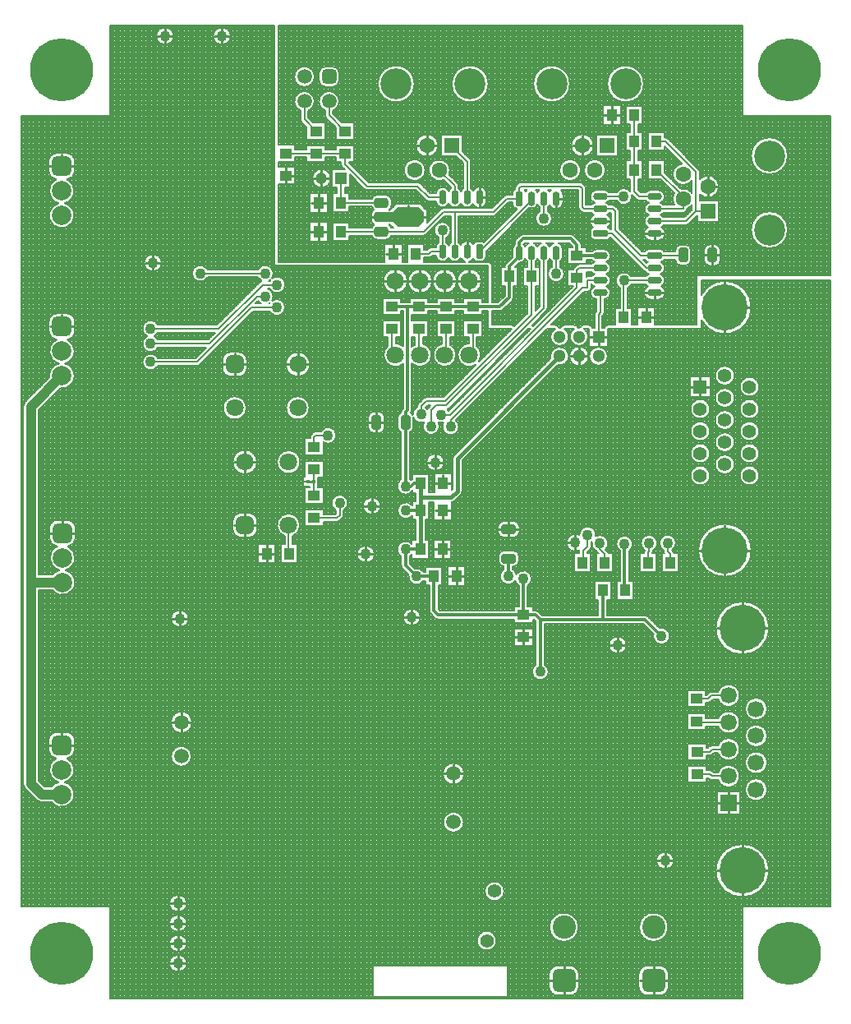
<source format=gbl>
G04 Layer_Physical_Order=2*
G04 Layer_Color=16711680*
%FSLAX44Y44*%
%MOMM*%
G71*
G01*
G75*
%ADD13R,1.3000X1.1000*%
%ADD14R,1.1000X1.3000*%
G04:AMPARAMS|DCode=15|XSize=1mm|YSize=1.52mm|CornerRadius=0.25mm|HoleSize=0mm|Usage=FLASHONLY|Rotation=270.000|XOffset=0mm|YOffset=0mm|HoleType=Round|Shape=RoundedRectangle|*
%AMROUNDEDRECTD15*
21,1,1.0000,1.0200,0,0,270.0*
21,1,0.5000,1.5200,0,0,270.0*
1,1,0.5000,-0.5100,-0.2500*
1,1,0.5000,-0.5100,0.2500*
1,1,0.5000,0.5100,0.2500*
1,1,0.5000,0.5100,-0.2500*
%
%ADD15ROUNDEDRECTD15*%
G04:AMPARAMS|DCode=28|XSize=1mm|YSize=1.52mm|CornerRadius=0.25mm|HoleSize=0mm|Usage=FLASHONLY|Rotation=180.000|XOffset=0mm|YOffset=0mm|HoleType=Round|Shape=RoundedRectangle|*
%AMROUNDEDRECTD28*
21,1,1.0000,1.0200,0,0,180.0*
21,1,0.5000,1.5200,0,0,180.0*
1,1,0.5000,-0.2500,0.5100*
1,1,0.5000,0.2500,0.5100*
1,1,0.5000,0.2500,-0.5100*
1,1,0.5000,-0.2500,-0.5100*
%
%ADD28ROUNDEDRECTD28*%
%ADD31O,1.5000X0.7600*%
G04:AMPARAMS|DCode=32|XSize=0.76mm|YSize=1.5mm|CornerRadius=0.19mm|HoleSize=0mm|Usage=FLASHONLY|Rotation=270.000|XOffset=0mm|YOffset=0mm|HoleType=Round|Shape=RoundedRectangle|*
%AMROUNDEDRECTD32*
21,1,0.7600,1.1200,0,0,270.0*
21,1,0.3800,1.5000,0,0,270.0*
1,1,0.3800,-0.5600,-0.1900*
1,1,0.3800,-0.5600,0.1900*
1,1,0.3800,0.5600,0.1900*
1,1,0.3800,0.5600,-0.1900*
%
%ADD32ROUNDEDRECTD32*%
%ADD33C,0.2000*%
%ADD34C,0.4000*%
%ADD35C,0.3000*%
%ADD36C,1.0000*%
%ADD41C,2.4000*%
G04:AMPARAMS|DCode=42|XSize=2.4mm|YSize=2.4mm|CornerRadius=0.6mm|HoleSize=0mm|Usage=FLASHONLY|Rotation=0.000|XOffset=0mm|YOffset=0mm|HoleType=Round|Shape=RoundedRectangle|*
%AMROUNDEDRECTD42*
21,1,2.4000,1.2000,0,0,0.0*
21,1,1.2000,2.4000,0,0,0.0*
1,1,1.2000,0.6000,-0.6000*
1,1,1.2000,-0.6000,-0.6000*
1,1,1.2000,-0.6000,0.6000*
1,1,1.2000,0.6000,0.6000*
%
%ADD42ROUNDEDRECTD42*%
%ADD43C,2.0000*%
G04:AMPARAMS|DCode=44|XSize=2mm|YSize=2mm|CornerRadius=0.5mm|HoleSize=0mm|Usage=FLASHONLY|Rotation=0.000|XOffset=0mm|YOffset=0mm|HoleType=Round|Shape=RoundedRectangle|*
%AMROUNDEDRECTD44*
21,1,2.0000,1.0000,0,0,0.0*
21,1,1.0000,2.0000,0,0,0.0*
1,1,1.0000,0.5000,-0.5000*
1,1,1.0000,-0.5000,-0.5000*
1,1,1.0000,-0.5000,0.5000*
1,1,1.0000,0.5000,0.5000*
%
%ADD44ROUNDEDRECTD44*%
%ADD45C,1.4000*%
G04:AMPARAMS|DCode=46|XSize=1.8mm|YSize=1.8mm|CornerRadius=0.45mm|HoleSize=0mm|Usage=FLASHONLY|Rotation=90.000|XOffset=0mm|YOffset=0mm|HoleType=Round|Shape=RoundedRectangle|*
%AMROUNDEDRECTD46*
21,1,1.8000,0.9000,0,0,90.0*
21,1,0.9000,1.8000,0,0,90.0*
1,1,0.9000,0.4500,0.4500*
1,1,0.9000,0.4500,-0.4500*
1,1,0.9000,-0.4500,-0.4500*
1,1,0.9000,-0.4500,0.4500*
%
%ADD46ROUNDEDRECTD46*%
%ADD47C,1.8000*%
G04:AMPARAMS|DCode=48|XSize=1.8mm|YSize=1.8mm|CornerRadius=0.45mm|HoleSize=0mm|Usage=FLASHONLY|Rotation=0.000|XOffset=0mm|YOffset=0mm|HoleType=Round|Shape=RoundedRectangle|*
%AMROUNDEDRECTD48*
21,1,1.8000,0.9000,0,0,0.0*
21,1,0.9000,1.8000,0,0,0.0*
1,1,0.9000,0.4500,-0.4500*
1,1,0.9000,-0.4500,-0.4500*
1,1,0.9000,-0.4500,0.4500*
1,1,0.9000,0.4500,0.4500*
%
%ADD48ROUNDEDRECTD48*%
G04:AMPARAMS|DCode=49|XSize=1.5mm|YSize=1.5mm|CornerRadius=0.375mm|HoleSize=0mm|Usage=FLASHONLY|Rotation=180.000|XOffset=0mm|YOffset=0mm|HoleType=Round|Shape=RoundedRectangle|*
%AMROUNDEDRECTD49*
21,1,1.5000,0.7500,0,0,180.0*
21,1,0.7500,1.5000,0,0,180.0*
1,1,0.7500,-0.3750,0.3750*
1,1,0.7500,0.3750,0.3750*
1,1,0.7500,0.3750,-0.3750*
1,1,0.7500,-0.3750,-0.3750*
%
%ADD49ROUNDEDRECTD49*%
%ADD50C,1.5000*%
%ADD51C,1.6000*%
%ADD52R,1.6000X1.6000*%
%ADD53C,3.2000*%
%ADD54C,1.2000*%
%ADD55R,1.2000X1.2000*%
%ADD56C,6.5000*%
%ADD57R,1.3000X1.3000*%
%ADD58C,1.3000*%
%ADD59C,1.6900*%
%ADD60R,1.6900X1.6900*%
%ADD61C,4.7600*%
%ADD62R,1.6000X1.6000*%
%ADD63C,1.4080*%
%ADD64R,1.4080X1.4080*%
%ADD65C,1.1000*%
%ADD66C,0.2030*%
G04:AMPARAMS|DCode=67|XSize=2mm|YSize=3.2mm|CornerRadius=0mm|HoleSize=0mm|Usage=FLASHONLY|Rotation=90.000|XOffset=0mm|YOffset=0mm|HoleType=Round|Shape=Octagon|*
%AMOCTAGOND67*
4,1,8,-1.6000,-0.5000,-1.6000,0.5000,-1.1000,1.0000,1.1000,1.0000,1.6000,0.5000,1.6000,-0.5000,1.1000,-1.0000,-1.1000,-1.0000,-1.6000,-0.5000,0.0*
%
%ADD67OCTAGOND67*%

G04:AMPARAMS|DCode=68|XSize=1mm|YSize=1.45mm|CornerRadius=0.25mm|HoleSize=0mm|Usage=FLASHONLY|Rotation=90.000|XOffset=0mm|YOffset=0mm|HoleType=Round|Shape=RoundedRectangle|*
%AMROUNDEDRECTD68*
21,1,1.0000,0.9500,0,0,90.0*
21,1,0.5000,1.4500,0,0,90.0*
1,1,0.5000,0.4750,0.2500*
1,1,0.5000,0.4750,-0.2500*
1,1,0.5000,-0.4750,-0.2500*
1,1,0.5000,-0.4750,0.2500*
%
%ADD68ROUNDEDRECTD68*%
G04:AMPARAMS|DCode=69|XSize=0.76mm|YSize=1.5mm|CornerRadius=0.19mm|HoleSize=0mm|Usage=FLASHONLY|Rotation=180.000|XOffset=0mm|YOffset=0mm|HoleType=Round|Shape=RoundedRectangle|*
%AMROUNDEDRECTD69*
21,1,0.7600,1.1200,0,0,180.0*
21,1,0.3800,1.5000,0,0,180.0*
1,1,0.3800,-0.1900,0.5600*
1,1,0.3800,0.1900,0.5600*
1,1,0.3800,0.1900,-0.5600*
1,1,0.3800,-0.1900,-0.5600*
%
%ADD69ROUNDEDRECTD69*%
%ADD70O,0.7600X1.5000*%
%ADD71R,0.3000X0.3000*%
%ADD72C,0.2540*%
D13*
X1456500Y632250D02*
D03*
Y655250D02*
D03*
X1511554Y1025468D02*
D03*
Y1002468D02*
D03*
X1376426Y972890D02*
D03*
Y949890D02*
D03*
X1211072Y1107878D02*
D03*
Y1130878D02*
D03*
X1242568Y1130738D02*
D03*
Y1153738D02*
D03*
X1272286Y1130738D02*
D03*
Y1153738D02*
D03*
X1404112Y972890D02*
D03*
Y949890D02*
D03*
X1320800Y972890D02*
D03*
Y949890D02*
D03*
X1240536Y828618D02*
D03*
Y805618D02*
D03*
Y755072D02*
D03*
Y778072D02*
D03*
X1348740Y972890D02*
D03*
Y949890D02*
D03*
X1634998Y568776D02*
D03*
Y545776D02*
D03*
X1635252Y491420D02*
D03*
Y514420D02*
D03*
D14*
X1245500Y1080000D02*
D03*
X1268500Y1080000D02*
D03*
X1582744Y961898D02*
D03*
X1559744D02*
D03*
X1322508Y1027430D02*
D03*
X1345508D02*
D03*
X1547552Y1170432D02*
D03*
X1570552D02*
D03*
X1373194Y763016D02*
D03*
X1350194D02*
D03*
X1373448Y790702D02*
D03*
X1350448D02*
D03*
X1387164Y695198D02*
D03*
X1364164D02*
D03*
X1372940Y722884D02*
D03*
X1349940D02*
D03*
X1441634Y1004062D02*
D03*
X1464634D02*
D03*
X1245292Y1050036D02*
D03*
X1268292D02*
D03*
X1570412Y1113790D02*
D03*
X1593412D02*
D03*
X1538000Y680500D02*
D03*
X1561000D02*
D03*
X1593412Y1143000D02*
D03*
X1570412D02*
D03*
X1517072Y709168D02*
D03*
X1540072D02*
D03*
X1584636D02*
D03*
X1607636D02*
D03*
X1191698Y718566D02*
D03*
X1214698D02*
D03*
D15*
X1441196Y743472D02*
D03*
Y713472D02*
D03*
D28*
X1621000Y1026000D02*
D03*
X1651000D02*
D03*
X1334784Y853694D02*
D03*
X1304784D02*
D03*
D31*
X1535684Y1060958D02*
D03*
Y1073658D02*
D03*
Y1086358D02*
D03*
X1591564D02*
D03*
Y1073658D02*
D03*
Y1060958D02*
D03*
Y1048258D02*
D03*
Y1012698D02*
D03*
Y999998D02*
D03*
Y987298D02*
D03*
X1535684D02*
D03*
Y999998D02*
D03*
Y1012698D02*
D03*
Y1025398D02*
D03*
D32*
Y1048258D02*
D03*
X1591564Y1025398D02*
D03*
D33*
X1266956Y758206D02*
Y768998D01*
X1263822Y755072D02*
X1266956Y758206D01*
X1240536Y755072D02*
X1263822D01*
X1142238Y950214D02*
X1187450Y995426D01*
X1072134Y950214D02*
X1142238D01*
X1181862Y983488D02*
X1189990D01*
X1133094Y934720D02*
X1181862Y983488D01*
X1072134Y934720D02*
X1133094D01*
X1120140Y915924D02*
X1176274Y972058D01*
X1072134Y915924D02*
X1120140D01*
X1229106Y792432D02*
X1234146D01*
X1489964Y1006602D02*
Y1028446D01*
X1535684Y966724D02*
Y987298D01*
X1533652Y964692D02*
X1535684Y966724D01*
X1533652Y941832D02*
Y964692D01*
X1518666Y1073658D02*
X1535067D01*
X1516888Y1075436D02*
X1518666Y1073658D01*
X1516888Y1075436D02*
Y1094740D01*
X1522222Y992378D02*
Y999998D01*
X1517465Y992378D02*
X1522222D01*
X1381238Y856151D02*
X1517465Y992378D01*
X1381238Y849108D02*
Y856151D01*
X1511554Y992124D02*
Y1002468D01*
X1513840Y1012698D02*
X1535684D01*
X1511554Y1010412D02*
X1513840Y1012698D01*
X1511554Y1002468D02*
Y1010412D01*
X1522222Y999998D02*
X1535684D01*
X1477264Y971688D02*
Y1028446D01*
X1464634Y964715D02*
Y1004062D01*
X1361186Y1029716D02*
X1372870D01*
X1358900Y1027430D02*
X1361186Y1029716D01*
X1345508Y1027430D02*
X1358900D01*
X1514602Y1097026D02*
X1516888Y1094740D01*
X1453642Y1097026D02*
X1514602D01*
X1451864Y1095248D02*
X1453642Y1097026D01*
X1559744Y999998D02*
X1591564D01*
X1559744Y961898D02*
Y999998D01*
X1535684Y1086358D02*
X1559814D01*
X1548384Y1073658D02*
X1551178Y1070864D01*
Y1051560D02*
Y1070864D01*
Y1051560D02*
X1577340Y1025398D01*
X1535684Y1073658D02*
X1548384D01*
X1477264Y1063752D02*
Y1084326D01*
X1535684Y1048258D02*
X1547368D01*
X1582928Y1012698D01*
X1591564D01*
Y1025398D02*
X1621000D01*
X1577340D02*
X1591564D01*
X1451864Y1084326D02*
Y1095248D01*
X1634236Y1071118D02*
X1646428D01*
X1624076Y1060958D02*
X1634236Y1071118D01*
X1591564Y1060958D02*
X1624076D01*
X1602802Y1143000D02*
X1633982Y1111820D01*
Y1071118D02*
Y1111820D01*
X1593412Y1143000D02*
X1602802D01*
X1621028Y1073658D02*
Y1083818D01*
X1591564Y1073658D02*
X1621028D01*
Y1083818D02*
Y1086174D01*
X1593412Y1113790D02*
X1621028Y1086174D01*
X1575308Y1086358D02*
X1591564D01*
X1570412Y1091254D02*
X1575308Y1086358D01*
X1570412Y1091254D02*
Y1170940D01*
X1363726Y1113028D02*
X1370076D01*
X1385570Y1085596D02*
Y1097534D01*
X1370076Y1113028D02*
X1385570Y1097534D01*
X1585976Y721106D02*
Y729234D01*
X1584636Y719766D02*
X1585976Y721106D01*
X1650012Y572290D02*
X1667784D01*
X1646498Y568776D02*
X1650012Y572290D01*
X1634998Y568776D02*
X1646498D01*
X1650746Y516890D02*
X1667784D01*
X1648276Y514420D02*
X1650746Y516890D01*
X1635252Y514420D02*
X1648276D01*
X1650760Y489190D02*
X1667784D01*
X1648530Y491420D02*
X1650760Y489190D01*
X1635252Y491420D02*
X1648530D01*
X1605026Y720598D02*
Y729488D01*
Y720598D02*
X1607636Y717988D01*
Y709168D02*
Y717988D01*
X1584636Y709168D02*
Y719766D01*
X1540072Y709168D02*
Y717988D01*
X1535176Y722884D02*
X1540072Y717988D01*
X1535176Y722884D02*
Y728980D01*
X1522476Y725932D02*
Y737870D01*
X1517776Y721232D02*
X1522476Y725932D01*
X1517776Y709872D02*
Y721232D01*
X1517072Y709168D02*
X1517776Y709872D01*
X1123188Y1007110D02*
X1190244D01*
X1382268Y1138428D02*
X1398270Y1122426D01*
X1464564Y1004132D02*
Y1028446D01*
X1372870Y1029716D02*
Y1051560D01*
X1425593Y1070356D02*
X1439563Y1084326D01*
X1373632Y1070356D02*
X1425593D01*
X1353298Y1050022D02*
X1373632Y1070356D01*
X1310106Y1050022D02*
X1353298D01*
X1385570Y1029716D02*
Y1070102D01*
X1310106Y1050022D02*
X1310346Y1049782D01*
X1411684Y1029716D02*
X1464564Y1082596D01*
X1410970Y1029716D02*
X1411684D01*
X1439563Y1084326D02*
X1451864D01*
X1347216Y1097026D02*
X1358646Y1085596D01*
X1295146Y1097026D02*
X1347216D01*
X1272286Y1119886D02*
X1295146Y1097026D01*
X1358646Y1085596D02*
X1372870D01*
X1272286Y1119886D02*
Y1130738D01*
X1211072Y1130878D02*
X1272146D01*
X1398270Y1085596D02*
Y1122426D01*
X1268278Y1080022D02*
X1310106D01*
X1268292Y1050036D02*
X1310092D01*
X1268222Y1080078D02*
X1268278Y1080022D01*
X1268222Y1080078D02*
Y1105154D01*
X1256030Y1169994D02*
X1272286Y1153738D01*
X1256030Y1169994D02*
Y1184402D01*
X1230630Y1165676D02*
X1242568Y1153738D01*
X1230630Y1165676D02*
Y1184402D01*
X1214268Y718996D02*
Y747788D01*
X1636184Y544590D02*
X1667784D01*
X1320800Y926592D02*
Y949890D01*
X1348740Y924052D02*
Y949890D01*
X1376426Y924306D02*
Y949890D01*
X1404112Y926592D02*
Y949890D01*
X1240396Y778212D02*
Y792432D01*
Y805478D01*
X1266260Y769944D02*
X1267206Y768998D01*
X1242314Y840232D02*
X1255014D01*
X1240536Y838454D02*
X1242314Y840232D01*
X1240536Y828618D02*
Y838454D01*
X1361238Y849578D02*
Y866192D01*
X1350772Y860298D02*
Y870272D01*
X1371600Y859790D02*
X1373350Y861540D01*
X1380970D01*
X1511554Y992124D01*
X1350772Y870272D02*
X1356000Y875500D01*
X1375419D01*
X1464634Y964715D01*
X1361238Y866192D02*
X1366296Y871250D01*
X1376826D01*
X1477264Y971688D01*
X1176274Y972058D02*
X1202250D01*
X1187450Y995426D02*
X1202500D01*
D34*
X1350448Y776478D02*
X1382014D01*
X1388364Y782828D01*
Y816544D01*
X1350448Y776478D02*
Y790702D01*
Y723392D02*
Y776478D01*
X1388364Y816544D02*
X1493652Y921832D01*
D35*
X1334750Y722856D02*
X1349912D01*
X1334750Y706470D02*
Y722856D01*
Y706470D02*
X1346238Y694982D01*
X1505458Y1042924D02*
X1511554Y1036828D01*
X1455928Y1042924D02*
X1505458D01*
X1451864Y1038860D02*
X1455928Y1042924D01*
X1511554Y1025906D02*
Y1036828D01*
X1451864Y1028446D02*
Y1038860D01*
X1511624Y1025398D02*
X1535684D01*
X1404112Y972890D02*
X1431982D01*
X1376426D02*
X1404112D01*
X1348740D02*
X1376426D01*
X1320800D02*
X1348740D01*
X1336856Y866448D02*
Y972690D01*
X1334784Y864376D02*
X1336856Y866448D01*
X1334784Y853694D02*
Y864376D01*
X1441634Y1004062D02*
Y1014152D01*
X1451864Y1024382D01*
Y1028446D01*
X1343406Y790702D02*
X1350448D01*
X1340560Y787856D02*
X1343406Y790702D01*
X1334718Y787856D02*
X1340560D01*
X1335024Y762856D02*
X1350034D01*
X1334718Y787856D02*
Y853656D01*
X1560576Y680500D02*
Y728472D01*
X1346238Y694982D02*
X1363948D01*
X1441634Y982542D02*
Y1004062D01*
X1431982Y972890D02*
X1441634Y982542D01*
X1440688Y695198D02*
Y712964D01*
X1456238Y655250D02*
X1456500D01*
X1469000D01*
X1456238D02*
Y692602D01*
X1364164Y659336D02*
Y695198D01*
Y659336D02*
X1368250Y655250D01*
X1456238D01*
X1538000Y650500D02*
Y680500D01*
X1473750Y596750D02*
Y650500D01*
X1469000Y655250D02*
X1473750Y650500D01*
X1581652D02*
X1598676Y633476D01*
X1473750Y650500D02*
X1538000D01*
X1581652D01*
D36*
X1310106Y1065022D02*
X1337606D01*
X959612Y470408D02*
X980440D01*
X948690Y481330D02*
X959612Y470408D01*
X948690Y481330D02*
Y869696D01*
X980694Y901700D01*
X949452Y688848D02*
X981202D01*
D41*
X1498092Y333638D02*
D03*
X1590548Y333638D02*
D03*
D42*
X1498092Y278638D02*
D03*
X1590548D02*
D03*
D43*
X980440Y495756D02*
D03*
Y470408D02*
D03*
X981202Y714196D02*
D03*
Y688848D02*
D03*
X980694Y927048D02*
D03*
Y901700D02*
D03*
X980440Y1092148D02*
D03*
Y1066800D02*
D03*
D44*
Y521104D02*
D03*
X981202Y739544D02*
D03*
X980694Y952396D02*
D03*
X980440Y1117496D02*
D03*
D45*
X1418500Y319750D02*
D03*
X1426500Y370750D02*
D03*
D46*
X1169268Y747788D02*
D03*
D47*
X1214268D02*
D03*
X1169268Y812788D02*
D03*
X1214268D02*
D03*
X1158760Y868532D02*
D03*
X1223760Y913532D02*
D03*
Y868532D02*
D03*
X1400556Y999236D02*
D03*
Y923036D02*
D03*
X1375156Y999236D02*
D03*
Y923036D02*
D03*
X1349756D02*
D03*
X1324356D02*
D03*
X1349756Y999236D02*
D03*
X1324356D02*
D03*
D48*
X1158760Y913532D02*
D03*
D49*
X1256030Y1209802D02*
D03*
D50*
X1230630Y1184402D02*
D03*
X1256030D02*
D03*
X1230630Y1209802D02*
D03*
X1384300Y441744D02*
D03*
Y491744D02*
D03*
X1103630Y509652D02*
D03*
X1103884Y544652D02*
D03*
D51*
X1504442Y1113536D02*
D03*
X1517142Y1138936D02*
D03*
X1529842Y1113536D02*
D03*
X1344168D02*
D03*
X1356868Y1138936D02*
D03*
X1369568Y1113536D02*
D03*
X1621028Y1083818D02*
D03*
X1646428Y1096518D02*
D03*
X1621028Y1109218D02*
D03*
D52*
X1542542Y1138936D02*
D03*
X1382268D02*
D03*
D53*
X1485392Y1202436D02*
D03*
X1561592D02*
D03*
X1325118D02*
D03*
X1401318D02*
D03*
X1709928Y1052068D02*
D03*
Y1128268D02*
D03*
D54*
X1248222Y1105154D02*
D03*
D55*
X1268222D02*
D03*
D56*
X980194Y307006D02*
D03*
X979940Y1216994D02*
D03*
X1730222Y307006D02*
D03*
X1730210Y1217060D02*
D03*
D57*
X1533652Y941832D02*
D03*
D58*
X1493652Y921832D02*
D03*
Y941832D02*
D03*
X1513652Y921832D02*
D03*
Y941832D02*
D03*
X1533652Y921832D02*
D03*
D59*
X1667784Y572290D02*
D03*
Y544590D02*
D03*
Y489190D02*
D03*
Y516890D02*
D03*
X1696184Y475340D02*
D03*
Y503040D02*
D03*
Y530740D02*
D03*
Y558440D02*
D03*
D60*
X1667784Y461490D02*
D03*
D61*
X1681984Y391940D02*
D03*
Y641840D02*
D03*
X1663954Y721868D02*
D03*
Y972058D02*
D03*
D62*
X1646428Y1071118D02*
D03*
D63*
X1689354Y798939D02*
D03*
Y821799D02*
D03*
Y844659D02*
D03*
Y867519D02*
D03*
Y890379D02*
D03*
X1663954Y810369D02*
D03*
Y833229D02*
D03*
Y856089D02*
D03*
Y878949D02*
D03*
Y901809D02*
D03*
X1638554Y798939D02*
D03*
Y821799D02*
D03*
Y844659D02*
D03*
Y867519D02*
D03*
D64*
Y890379D02*
D03*
D65*
X1489964Y1006602D02*
D03*
X1381238Y849108D02*
D03*
X1371600Y861540D02*
D03*
X1350772Y861798D02*
D03*
X1361238Y849578D02*
D03*
X1100328Y358140D02*
D03*
Y337566D02*
D03*
Y316992D02*
D03*
Y296418D02*
D03*
X1559814Y1086358D02*
D03*
X1560068Y999744D02*
D03*
X1477264Y1063752D02*
D03*
X1602232Y402336D02*
D03*
X1522476Y737870D02*
D03*
X1605026Y729488D02*
D03*
X1585976Y729234D02*
D03*
X1535176Y728980D02*
D03*
X1123188Y1007110D02*
D03*
X1072134Y950214D02*
D03*
Y915924D02*
D03*
Y934720D02*
D03*
X1189990Y983488D02*
D03*
X1190244Y1007110D02*
D03*
X1372870Y1051560D02*
D03*
X1341250Y653000D02*
D03*
X1300000Y767500D02*
D03*
X1365504Y812546D02*
D03*
X1509776Y729742D02*
D03*
X1598676Y633476D02*
D03*
X1560576Y728472D02*
D03*
X1440688Y695198D02*
D03*
X1456238Y692602D02*
D03*
X1346238Y694982D02*
D03*
X1335024Y762856D02*
D03*
X1334718Y787856D02*
D03*
X1334750Y722856D02*
D03*
X1086866Y1251712D02*
D03*
X1145540Y1251662D02*
D03*
X1102106Y651510D02*
D03*
X1255014Y840232D02*
D03*
X1266952Y770636D02*
D03*
X1074420Y1018032D02*
D03*
X1553500Y624250D02*
D03*
X1473750Y596750D02*
D03*
X1293856Y717856D02*
D03*
X1202500Y995426D02*
D03*
X1202250Y972058D02*
D03*
D66*
X940675Y481330D02*
G03*
X943023Y475662I8015J0D01*
G01*
X940675Y481330D02*
G03*
X943031Y475654I8015J0D01*
G01*
X953944Y464740D02*
G03*
X959612Y462393I5667J5667D01*
G01*
X953936Y464749D02*
G03*
X959612Y462393I5676J5659D01*
G01*
X974963Y507562D02*
G03*
X977480Y483082I5477J-11806D01*
G01*
X966885Y516104D02*
G03*
X974963Y507562I8555J0D01*
G01*
X975440Y534659D02*
G03*
X966885Y526104I0J-8555D01*
G01*
X1109383Y296418D02*
G03*
X1109383Y296418I-9055J0D01*
G01*
Y316992D02*
G03*
X1109383Y316992I-9055J0D01*
G01*
Y337566D02*
G03*
X1109383Y337566I-9055J0D01*
G01*
Y358140D02*
G03*
X1109383Y358140I-9055J0D01*
G01*
X970186Y462393D02*
G03*
X993455Y470408I10254J8015D01*
G01*
X977480Y483082D02*
G03*
X970186Y478423I2960J-12674D01*
G01*
X993455Y470408D02*
G03*
X983400Y483082I-13015J0D01*
G01*
Y483082D02*
G03*
X993455Y495756I-2960J12674D01*
G01*
D02*
G03*
X985917Y507562I-13015J0D01*
G01*
D02*
G03*
X993995Y516104I-477J8542D01*
G01*
Y526104D02*
G03*
X985440Y534659I-8555J0D01*
G01*
X1114145Y509652D02*
G03*
X1114145Y509652I-10515J0D01*
G01*
X1114939Y544652D02*
G03*
X1114939Y544652I-11055J0D01*
G01*
X970948Y680833D02*
G03*
X994217Y688848I10254J8015D01*
G01*
X978242Y701522D02*
G03*
X970948Y696863I2960J-12674D01*
G01*
X994217Y688848D02*
G03*
X984162Y701522I-13015J0D01*
G01*
X975725Y726002D02*
G03*
X978242Y701522I5477J-11806D01*
G01*
X984162D02*
G03*
X994217Y714196I-2960J12674D01*
G01*
D02*
G03*
X986679Y726002I-13015J0D01*
G01*
X967647Y734544D02*
G03*
X975725Y726002I8555J0D01*
G01*
X986679D02*
G03*
X994757Y734544I-477J8542D01*
G01*
X976202Y753099D02*
G03*
X967647Y744544I0J-8555D01*
G01*
X994757D02*
G03*
X986202Y753099I-8555J0D01*
G01*
X1111161Y651510D02*
G03*
X1111161Y651510I-9055J0D01*
G01*
X1156713Y743288D02*
G03*
X1164768Y735233I8055J0D01*
G01*
Y760343D02*
G03*
X1156713Y752288I0J-8055D01*
G01*
X1173768Y735233D02*
G03*
X1181823Y743288I0J8055D01*
G01*
Y752288D02*
G03*
X1173768Y760343I-8055J0D01*
G01*
X1350305Y653000D02*
G03*
X1350305Y653000I-9055J0D01*
G01*
X1337941Y696894D02*
G03*
X1353457Y690467I8298J-1912D01*
G01*
X1330235Y706470D02*
G03*
X1331557Y703278I4515J0D01*
G01*
X1330235Y706470D02*
G03*
X1331566Y703269I4515J0D01*
G01*
X1353457Y699497D02*
G03*
X1344326Y703280I-7219J-4515D01*
G01*
X1359649Y659336D02*
G03*
X1360971Y656143I4515J0D01*
G01*
X1359649Y659336D02*
G03*
X1360980Y656135I4515J0D01*
G01*
X1226283Y747788D02*
G03*
X1210253Y736464I-12015J0D01*
G01*
X1218283D02*
G03*
X1226283Y747788I-4015J11324D01*
G01*
X1263822Y751057D02*
G03*
X1266661Y752233I0J4015D01*
G01*
X1263822Y751057D02*
G03*
X1266664Y752236I0J4015D01*
G01*
X1269792Y755364D02*
G03*
X1270971Y758206I-2836J2842D01*
G01*
X1269795Y755367D02*
G03*
X1270971Y758206I-2839J2839D01*
G01*
X1275467Y770636D02*
G03*
X1262941Y763125I-8515J0D01*
G01*
X1302911Y717856D02*
G03*
X1302911Y717856I-9055J0D01*
G01*
X1339265Y715637D02*
G03*
X1341425Y717569I-4515J7219D01*
G01*
Y728143D02*
G03*
X1330235Y715637I-6675J-5287D01*
G01*
X1270971Y763129D02*
G03*
X1275467Y770636I-4019J7507D01*
G01*
X1309055Y767500D02*
G03*
X1309055Y767500I-9055J0D01*
G01*
X1340472Y794133D02*
G03*
X1339233Y795076I-5753J-6277D01*
G01*
X1341679Y768168D02*
G03*
X1341679Y757544I-6655J-5312D01*
G01*
X1330203Y795076D02*
G03*
X1341933Y783334I4515J-7219D01*
G01*
Y794970D02*
G03*
X1340472Y794133I1473J-4268D01*
G01*
X1341933Y794970D02*
G03*
X1340472Y794133I1473J-4268D01*
G01*
X943031Y875372D02*
G03*
X940675Y869696I5659J-5676D01*
G01*
X943023Y875363D02*
G03*
X940675Y869696I5667J-5667D01*
G01*
X979111Y888782D02*
G03*
X993709Y901700I1583J12918D01*
G01*
X977734Y914374D02*
G03*
X967776Y900117I2960J-12674D01*
G01*
X993709Y901700D02*
G03*
X983654Y914374I-13015J0D01*
G01*
X975217Y938854D02*
G03*
X977734Y914374I5477J-11806D01*
G01*
X967139Y947396D02*
G03*
X975217Y938854I8555J0D01*
G01*
X975694Y965951D02*
G03*
X967139Y957396I0J-8555D01*
G01*
X983654Y914374D02*
G03*
X993709Y927048I-2960J12674D01*
G01*
D02*
G03*
X986171Y938854I-13015J0D01*
G01*
D02*
G03*
X994249Y947396I-477J8542D01*
G01*
Y957396D02*
G03*
X985694Y965951I-8555J0D01*
G01*
X1079643Y919939D02*
G03*
X1079643Y911909I-7509J-4015D01*
G01*
X1120140D02*
G03*
X1122979Y913085I0J4015D01*
G01*
X1120140Y911909D02*
G03*
X1122982Y913088I0J4015D01*
G01*
X1170775Y868532D02*
G03*
X1170775Y868532I-12015J0D01*
G01*
X1181823Y812788D02*
G03*
X1181823Y812788I-12555J0D01*
G01*
X1146205Y909032D02*
G03*
X1154260Y900977I8055J0D01*
G01*
Y926087D02*
G03*
X1146205Y918032I0J-8055D01*
G01*
X1163260Y900977D02*
G03*
X1171315Y909032I0J8055D01*
G01*
Y918032D02*
G03*
X1163260Y926087I-8055J0D01*
G01*
X1068600Y942467D02*
G03*
X1079643Y930705I3534J-7747D01*
G01*
Y938735D02*
G03*
X1075668Y942467I-7509J-4015D01*
G01*
X1079643Y954229D02*
G03*
X1068600Y942467I-7509J-4015D01*
G01*
X1075668D02*
G03*
X1079643Y946199I-3534J7747D01*
G01*
X1182870Y978818D02*
G03*
X1185804Y976073I7120J4670D01*
G01*
X1194176D02*
G03*
X1195093Y976672I-4186J7415D01*
G01*
X1197147Y978874D02*
G03*
X1198505Y983488I-7157J4614D01*
G01*
X974963Y1103954D02*
G03*
X977480Y1079474I5477J-11806D01*
G01*
X993455Y1066800D02*
G03*
X983400Y1079474I-13015J0D01*
G01*
X977480D02*
G03*
X993455Y1066800I2960J-12674D01*
G01*
X983400Y1079474D02*
G03*
X993455Y1092148I-2960J12674D01*
G01*
X1083475Y1018032D02*
G03*
X1083475Y1018032I-9055J0D01*
G01*
X966885Y1112496D02*
G03*
X974963Y1103954I8555J0D01*
G01*
X975440Y1131051D02*
G03*
X966885Y1122496I0J-8555D01*
G01*
X993455Y1092148D02*
G03*
X985917Y1103954I-13015J0D01*
G01*
D02*
G03*
X993995Y1112496I-477J8542D01*
G01*
Y1122496D02*
G03*
X985440Y1131051I-8555J0D01*
G01*
X1130697Y1011125D02*
G03*
X1130697Y1003095I-7509J-4015D01*
G01*
X1198505Y983488D02*
G03*
X1193110Y991411I-8515J0D01*
G01*
X1186696Y999370D02*
G03*
X1184608Y998262I754J-3943D01*
G01*
X1186696Y999370D02*
G03*
X1184611Y998265I754J-3943D01*
G01*
X1193944Y999441D02*
G03*
X1195746Y1000611I-3700J7669D01*
G01*
X1195746D02*
G03*
X1194991Y999441I6754J-5185D01*
G01*
X1182735Y1003095D02*
G03*
X1186696Y999370I7509J4015D01*
G01*
X1196998Y1001925D02*
G03*
X1198759Y1007110I-6754J5185D01*
G01*
D02*
G03*
X1182735Y1011125I-8515J0D01*
G01*
X1095921Y1251712D02*
G03*
X1095921Y1251712I-9055J0D01*
G01*
X1154595Y1251662D02*
G03*
X1154595Y1251662I-9055J0D01*
G01*
X1226283Y812788D02*
G03*
X1226283Y812788I-12015J0D01*
G01*
X1237697Y841293D02*
G03*
X1236521Y838454I2839J-2839D01*
G01*
X1237700Y841296D02*
G03*
X1236521Y838454I2836J-2842D01*
G01*
X1242314Y844247D02*
G03*
X1239472Y843068I0J-4015D01*
G01*
X1242314Y844247D02*
G03*
X1239475Y843071I0J-4015D01*
G01*
X1263529Y840232D02*
G03*
X1247505Y844247I-8515J0D01*
G01*
X1250051Y833313D02*
G03*
X1263529Y840232I4963J6919D01*
G01*
X1235775Y868532D02*
G03*
X1235775Y868532I-12015J0D01*
G01*
X1236315Y913532D02*
G03*
X1236315Y913532I-12555J0D01*
G01*
X1296229Y848594D02*
G03*
X1302284Y842539I6055J0D01*
G01*
X1307284D02*
G03*
X1313339Y848594I0J6055D01*
G01*
X1302284Y864849D02*
G03*
X1296229Y858794I0J-6055D01*
G01*
X1313339D02*
G03*
X1307284Y864849I-6055J0D01*
G01*
X1326769Y848594D02*
G03*
X1330203Y843487I5515J0D01*
G01*
X1339233Y843435D02*
G03*
X1342799Y848594I-1949J5159D01*
G01*
X1330269Y863928D02*
G03*
X1326769Y858794I2015J-5134D01*
G01*
X1342284Y861122D02*
G03*
X1340235Y863453I-5000J-2328D01*
G01*
X1374559Y812546D02*
G03*
X1374559Y812546I-9055J0D01*
G01*
X1342799Y858808D02*
G03*
X1353885Y853873I7973J2990D01*
G01*
Y853872D02*
G03*
X1369753Y849578I7353J-4294D01*
G01*
X1340235Y863453D02*
G03*
X1341371Y866448I-3379J2995D01*
G01*
X1340235Y863453D02*
G03*
X1341371Y866448I-3379J2995D01*
G01*
X1331600Y867578D02*
G03*
X1330269Y864376I3184J-3201D01*
G01*
X1331592Y867569D02*
G03*
X1330269Y864376I3193J-3193D01*
G01*
X1346757Y869307D02*
G03*
X1342284Y861122I4015J-7509D01*
G01*
X1347933Y873111D02*
G03*
X1346757Y870272I2839J-2839D01*
G01*
X1347936Y873114D02*
G03*
X1346757Y870272I2836J-2842D01*
G01*
X1316785Y932365D02*
G03*
X1332341Y914058I7571J-9330D01*
G01*
Y932014D02*
G03*
X1324815Y935042I-7985J-8978D01*
G01*
X1344725Y933947D02*
G03*
X1341371Y931641I5031J-10911D01*
G01*
X1356000Y879515D02*
G03*
X1353158Y878336I0J-4015D01*
G01*
X1356000Y879515D02*
G03*
X1353161Y878339I0J-4015D01*
G01*
X1357352Y867203D02*
G03*
X1355231Y869053I-6580J-5404D01*
G01*
X1358399Y869031D02*
G03*
X1357352Y867203I2839J-2839D01*
G01*
X1358402Y869034D02*
G03*
X1357352Y867203I2836J-2842D01*
G01*
X1341371Y914431D02*
G03*
X1361771Y923036I8385J8605D01*
G01*
D02*
G03*
X1352755Y934671I-12015J0D01*
G01*
X1194741Y968043D02*
G03*
X1210765Y972058I7509J4015D01*
G01*
D02*
G03*
X1197147Y978874I-8515J0D01*
G01*
X1194991Y991411D02*
G03*
X1211015Y995426I7509J4015D01*
G01*
D02*
G03*
X1196998Y1001925I-8515J0D01*
G01*
X1336911Y999236D02*
G03*
X1336911Y999236I-12555J0D01*
G01*
X1362311D02*
G03*
X1362311Y999236I-12555J0D01*
G01*
X1387711D02*
G03*
X1387711Y999236I-12555J0D01*
G01*
X1482537Y272638D02*
G03*
X1492092Y263083I9555J0D01*
G01*
Y294193D02*
G03*
X1482537Y284638I0J-9555D01*
G01*
X1428515Y319750D02*
G03*
X1428515Y319750I-10015J0D01*
G01*
X1436515Y370750D02*
G03*
X1436515Y370750I-10015J0D01*
G01*
X1394815Y441744D02*
G03*
X1394815Y441744I-10515J0D01*
G01*
X1395355Y491744D02*
G03*
X1395355Y491744I-11055J0D01*
G01*
X1469235Y603970D02*
G03*
X1482265Y596750I4515J-7220D01*
G01*
X1513107Y333638D02*
G03*
X1513107Y333638I-15015J0D01*
G01*
X1482265Y596750D02*
G03*
X1478265Y603970I-8515J0D01*
G01*
X1504092Y263083D02*
G03*
X1513647Y272638I0J9555D01*
G01*
Y284638D02*
G03*
X1504092Y294193I-9555J0D01*
G01*
X1574993Y272638D02*
G03*
X1584548Y263083I9555J0D01*
G01*
Y294193D02*
G03*
X1574993Y284638I0J-9555D01*
G01*
X1596548Y263083D02*
G03*
X1606103Y272638I0J9555D01*
G01*
Y284638D02*
G03*
X1596548Y294193I-9555J0D01*
G01*
X1562555Y624250D02*
G03*
X1562555Y624250I-9055J0D01*
G01*
X1605563Y333638D02*
G03*
X1605563Y333638I-15015J0D01*
G01*
X1365057Y652057D02*
G03*
X1368250Y650735I3193J3193D01*
G01*
X1365049Y652066D02*
G03*
X1368250Y650735I3201J3184D01*
G01*
X1436173Y702417D02*
G03*
X1447933Y690724I4515J-7219D01*
G01*
X1447933Y690723D02*
G03*
X1451723Y685383I8305J1879D01*
G01*
X1448993Y697077D02*
G03*
X1445203Y702417I-8305J-1879D01*
G01*
X1464753Y692602D02*
G03*
X1448993Y697077I-8515J0D01*
G01*
X1460753Y685383D02*
G03*
X1464753Y692602I-4515J7219D01*
G01*
X1584853Y653684D02*
G03*
X1581652Y655015I-3201J-3184D01*
G01*
X1584845Y653693D02*
G03*
X1581652Y655015I-3193J-3193D01*
G01*
X1472201Y658434D02*
G03*
X1469000Y659765I-3201J-3184D01*
G01*
X1472193Y658443D02*
G03*
X1469000Y659765I-3193J-3193D01*
G01*
X1611287Y402336D02*
G03*
X1611287Y402336I-9055J0D01*
G01*
X1709339Y391940D02*
G03*
X1709339Y391940I-27355J0D01*
G01*
X1647917Y486355D02*
G03*
X1650760Y485175I2842J2836D01*
G01*
X1647921Y486351D02*
G03*
X1650760Y485175I2839J2839D01*
G01*
X1648276Y510405D02*
G03*
X1651118Y511584I0J4015D01*
G01*
X1648276Y510405D02*
G03*
X1651115Y511581I0J4015D01*
G01*
X1650746Y520905D02*
G03*
X1647904Y519726I0J-4015D01*
G01*
X1650746Y520905D02*
G03*
X1647907Y519729I0J-4015D01*
G01*
X1657045Y485175D02*
G03*
X1679249Y489190I10739J4015D01*
G01*
X1651372Y494256D02*
G03*
X1648530Y495435I-2842J-2836D01*
G01*
X1651369Y494259D02*
G03*
X1648530Y495435I-2839J-2839D01*
G01*
X1679249Y489190D02*
G03*
X1657045Y493205I-11465J0D01*
G01*
Y512875D02*
G03*
X1679249Y516890I10739J4015D01*
G01*
X1707649Y475340D02*
G03*
X1707649Y475340I-11465J0D01*
G01*
Y503040D02*
G03*
X1707649Y503040I-11465J0D01*
G01*
X1679249Y516890D02*
G03*
X1657045Y520905I-11465J0D01*
G01*
Y540575D02*
G03*
X1679249Y544590I10739J4015D01*
G01*
D02*
G03*
X1657045Y548605I-11465J0D01*
G01*
X1646498Y564761D02*
G03*
X1649337Y565937I0J4015D01*
G01*
X1646498Y564761D02*
G03*
X1649340Y565940I0J4015D01*
G01*
X1650012Y576305D02*
G03*
X1647170Y575126I0J-4015D01*
G01*
X1650012Y576305D02*
G03*
X1647173Y575129I0J-4015D01*
G01*
X1679249Y572290D02*
G03*
X1657045Y576305I-11465J0D01*
G01*
Y568275D02*
G03*
X1679249Y572290I10739J4015D01*
G01*
X1590379Y635388D02*
G03*
X1607191Y633476I8298J-1912D01*
G01*
D02*
G03*
X1596764Y641774I-8515J0D01*
G01*
X1709339Y641840D02*
G03*
X1709339Y641840I-27355J0D01*
G01*
X1691309Y721868D02*
G03*
X1691309Y721868I-27355J0D01*
G01*
X1707649Y530740D02*
G03*
X1707649Y530740I-11465J0D01*
G01*
Y558440D02*
G03*
X1707649Y558440I-11465J0D01*
G01*
X1382249Y771469D02*
G03*
X1385560Y772932I-235J5009D01*
G01*
X1382249Y771469D02*
G03*
X1385560Y772932I-235J5009D01*
G01*
X1391910Y779282D02*
G03*
X1393379Y782828I-3546J3546D01*
G01*
X1391910Y779282D02*
G03*
X1393379Y782828I-3546J3546D01*
G01*
X1369753Y849578D02*
G03*
X1368796Y853500I-8515J0D01*
G01*
D02*
G03*
X1373840Y853325I2804J8040D01*
G01*
X1384818Y820090D02*
G03*
X1383349Y816544I3546J-3546D01*
G01*
X1384818Y820090D02*
G03*
X1383349Y816544I3546J-3546D01*
G01*
X1379109Y865555D02*
G03*
X1377817Y867359I-7509J-4015D01*
G01*
Y867359D02*
G03*
X1379669Y868414I-990J3891D01*
G01*
X1377817Y867359D02*
G03*
X1379665Y868411I-990J3891D01*
G01*
X1373840Y853325D02*
G03*
X1389753Y849108I7397J-4217D01*
G01*
D02*
G03*
X1386537Y855772I-8515J0D01*
G01*
X1430581Y710972D02*
G03*
X1436096Y705457I5515J0D01*
G01*
Y721487D02*
G03*
X1430581Y715972I0J-5515D01*
G01*
X1430041Y740972D02*
G03*
X1436096Y734917I6055J0D01*
G01*
X1446296Y705457D02*
G03*
X1451811Y710972I0J5515D01*
G01*
Y715972D02*
G03*
X1446296Y721487I-5515J0D01*
G01*
Y734917D02*
G03*
X1452351Y740972I0J6055D01*
G01*
X1436096Y752027D02*
G03*
X1430041Y745972I0J-6055D01*
G01*
X1452351D02*
G03*
X1446296Y752027I-6055J0D01*
G01*
X1525312Y723090D02*
G03*
X1526491Y725932I-2836J2842D01*
G01*
X1525315Y723093D02*
G03*
X1526491Y725932I-2839J2839D01*
G01*
X1513961Y737772D02*
G03*
X1513780Y721620I-4186J-8030D01*
G01*
X1372411Y934733D02*
G03*
X1387171Y923036I2745J-11697D01*
G01*
D02*
G03*
X1380441Y933826I-12015J0D01*
G01*
X1400097Y935042D02*
G03*
X1407407Y913166I459J-12006D01*
G01*
X1412571Y923036D02*
G03*
X1408127Y932365I-12015J0D01*
G01*
X1410426Y916185D02*
G03*
X1412571Y923036I-9870J6851D01*
G01*
X1413111Y999236D02*
G03*
X1413111Y999236I-12555J0D01*
G01*
X1491481Y912568D02*
G03*
X1503167Y921832I2172J9264D01*
G01*
D02*
G03*
X1484388Y919660I-9515J0D01*
G01*
X1488772Y950000D02*
G03*
X1503167Y941832I4881J-8168D01*
G01*
X1523707Y921832D02*
G03*
X1523707Y921832I-10055J0D01*
G01*
X1508772Y950000D02*
G03*
X1523167Y941832I4881J-8168D01*
G01*
X1503167D02*
G03*
X1498533Y950000I-9515J0D01*
G01*
X1523167Y941832D02*
G03*
X1518533Y950000I-9515J0D01*
G01*
X1531484Y721307D02*
G03*
X1532340Y720042I3692J1577D01*
G01*
X1531484Y721307D02*
G03*
X1532337Y720045I3692J1577D01*
G01*
X1526805Y730537D02*
G03*
X1531484Y721307I8371J-1557D01*
G01*
X1540984Y722754D02*
G03*
X1543691Y728980I-5808J6226D01*
G01*
X1544026Y718683D02*
G03*
X1542911Y720827I-3954J-695D01*
G01*
X1544026Y718683D02*
G03*
X1542908Y720830I-3954J-695D01*
G01*
X1569091Y728472D02*
G03*
X1556061Y721253I-8515J0D01*
G01*
X1565091D02*
G03*
X1569091Y728472I-4515J7219D01*
G01*
X1601011Y720598D02*
G03*
X1601497Y718683I4015J0D01*
G01*
X1589177D02*
G03*
X1589991Y721106I-3201J2423D01*
G01*
X1581356Y722081D02*
G03*
X1580621Y719766I3280J-2315D01*
G01*
X1589177Y718683D02*
G03*
X1589991Y721106I-3201J2423D01*
G01*
X1581356Y722081D02*
G03*
X1580621Y719766I3280J-2315D01*
G01*
X1589991Y721725D02*
G03*
X1594491Y729234I-4015J7509D01*
G01*
D02*
G03*
X1581356Y722081I-8515J0D01*
G01*
X1601011Y720598D02*
G03*
X1601497Y718683I4015J0D01*
G01*
X1611591D02*
G03*
X1610475Y720827I-3954J-695D01*
G01*
X1611591Y718683D02*
G03*
X1610472Y720830I-3954J-695D01*
G01*
X1613541Y729488D02*
G03*
X1601011Y721979I-8515J0D01*
G01*
X1609223Y722079D02*
G03*
X1613541Y729488I-4197J7409D01*
G01*
X1543691Y728980D02*
G03*
X1530847Y736313I-8515J0D01*
G01*
X1530991Y737870D02*
G03*
X1513961Y737772I-8515J0D01*
G01*
X1530847Y736313D02*
G03*
X1530991Y737870I-8371J1557D01*
G01*
X1648609Y798939D02*
G03*
X1648609Y798939I-10055J0D01*
G01*
Y821799D02*
G03*
X1648609Y821799I-10055J0D01*
G01*
X1674009Y810369D02*
G03*
X1674009Y810369I-10055J0D01*
G01*
X1699409Y798939D02*
G03*
X1699409Y798939I-10055J0D01*
G01*
X1674009Y833229D02*
G03*
X1674009Y833229I-10055J0D01*
G01*
X1699409Y821799D02*
G03*
X1699409Y821799I-10055J0D01*
G01*
X1648609Y844659D02*
G03*
X1648609Y844659I-10055J0D01*
G01*
Y867519D02*
G03*
X1648609Y867519I-10055J0D01*
G01*
X1543167Y921832D02*
G03*
X1543167Y921832I-9515J0D01*
G01*
X1691309Y972058D02*
G03*
X1640000Y985268I-27355J0D01*
G01*
Y958848D02*
G03*
X1691309Y972058I23954J13210D01*
G01*
X1674009Y856089D02*
G03*
X1674009Y856089I-10055J0D01*
G01*
Y878949D02*
G03*
X1674009Y878949I-10055J0D01*
G01*
X1699409Y844659D02*
G03*
X1699409Y844659I-10055J0D01*
G01*
Y867519D02*
G03*
X1699409Y867519I-10055J0D01*
G01*
Y890379D02*
G03*
X1699409Y890379I-10055J0D01*
G01*
X1674009Y901809D02*
G03*
X1674009Y901809I-10055J0D01*
G01*
X1300049Y1046021D02*
G03*
X1305356Y1042007I5307J1501D01*
G01*
X1302450Y1057210D02*
G03*
X1300057Y1054051I2906J-4687D01*
G01*
X1358900Y1023415D02*
G03*
X1361739Y1024591I0J4015D01*
G01*
X1358900Y1023415D02*
G03*
X1361742Y1024594I0J4015D01*
G01*
X1361186Y1033731D02*
G03*
X1358344Y1032552I0J-4015D01*
G01*
X1361186Y1033731D02*
G03*
X1358347Y1032555I0J-4015D01*
G01*
X1366062Y1025701D02*
G03*
X1379220Y1023542I6808J315D01*
G01*
X1368855Y1038923D02*
G03*
X1366062Y1033731I4015J-5507D01*
G01*
X1314856Y1042007D02*
G03*
X1320159Y1046007I0J5515D01*
G01*
Y1054037D02*
G03*
X1317762Y1057210I-5303J-1515D01*
G01*
D02*
G03*
X1318562Y1057734I-2906J5312D01*
G01*
X1379220Y1035890D02*
G03*
X1376885Y1038923I-6350J-2474D01*
G01*
X1353298Y1046007D02*
G03*
X1356137Y1047183I0J4015D01*
G01*
X1353298Y1046007D02*
G03*
X1356141Y1047187I0J4015D01*
G01*
X1299301Y1062522D02*
G03*
X1302450Y1057210I6055J0D01*
G01*
X1318562Y1072310D02*
G03*
X1317761Y1072834I-3706J-4788D01*
G01*
X1302451D02*
G03*
X1299301Y1067522I2905J-5312D01*
G01*
X1300053Y1076007D02*
G03*
X1302451Y1072834I5303J1515D01*
G01*
X1317761D02*
G03*
X1320371Y1077522I-2905J4688D01*
G01*
X1366062Y1081581D02*
G03*
X1379220Y1079422I6808J315D01*
G01*
X1373632Y1074371D02*
G03*
X1370790Y1073192I0J-4015D01*
G01*
X1373632Y1074371D02*
G03*
X1370793Y1073195I0J-4015D01*
G01*
X1305356Y1088037D02*
G03*
X1300053Y1084037I0J-5515D01*
G01*
X1320371Y1082522D02*
G03*
X1314856Y1088037I-5515J0D01*
G01*
X1355804Y1082760D02*
G03*
X1358646Y1081581I2842J2836D01*
G01*
X1355807Y1082757D02*
G03*
X1358646Y1081581I2839J2839D01*
G01*
X1431982Y968375D02*
G03*
X1435175Y969697I0J4515D01*
G01*
X1431982Y968375D02*
G03*
X1435183Y969706I0J4515D01*
G01*
X1379220Y1023542D02*
G03*
X1391619Y1022876I6350J2474D01*
G01*
D02*
G03*
X1395970Y1019030I6651J3140D01*
G01*
X1400570D02*
G03*
X1404550Y1022187I-2300J6986D01*
G01*
X1404550D02*
G03*
X1409070Y1019201I4521J1929D01*
G01*
X1412870D02*
G03*
X1417785Y1024116I0J4915D01*
G01*
X1424030Y1015000D02*
G03*
X1420000Y1019030I-4030J0D01*
G01*
X1424030Y1015000D02*
G03*
X1420000Y1019030I-4030J0D01*
G01*
X1438441Y1017345D02*
G03*
X1437119Y1014152I3193J-3193D01*
G01*
X1438450Y1017353D02*
G03*
X1437119Y1014152I3184J-3201D01*
G01*
X1447091Y952850D02*
G03*
X1444241Y954030I-2850J-2850D01*
G01*
X1447091Y952850D02*
G03*
X1444241Y954030I-2850J-2850D01*
G01*
X1444827Y979350D02*
G03*
X1446149Y982542I-3193J3193D01*
G01*
X1444818Y979341D02*
G03*
X1446149Y982542I-3184J3201D01*
G01*
X1466602Y952850D02*
G03*
X1465065Y953810I-2850J-2850D01*
G01*
X1466602Y952850D02*
G03*
X1465065Y953810I-2850J-2850D01*
G01*
X1451798Y1017931D02*
G03*
X1458214Y1022272I66J6815D01*
G01*
X1447349Y1037251D02*
G03*
X1445049Y1032146I4515J-5105D01*
G01*
X1458214Y1034620D02*
G03*
X1456516Y1037127I-6350J-2474D01*
G01*
X1458214Y1022272D02*
G03*
X1460549Y1019239I6350J2474D01*
G01*
X1468579D02*
G03*
X1470914Y1022272I-4015J5507D01*
G01*
X1381555Y1038923D02*
G03*
X1379220Y1035890I4015J-5507D01*
G01*
X1376885Y1044051D02*
G03*
X1381385Y1051560I-4015J7509D01*
G01*
X1391619Y1036556D02*
G03*
X1389585Y1038923I-6049J-3140D01*
G01*
X1381385Y1051560D02*
G03*
X1368855Y1044051I-8515J0D01*
G01*
X1404550Y1037245D02*
G03*
X1391619Y1036556I-6280J-3829D01*
G01*
X1415655Y1039366D02*
G03*
X1412870Y1040231I-2785J-4050D01*
G01*
X1409070D02*
G03*
X1404550Y1037245I0J-4915D01*
G01*
X1379220Y1079422D02*
G03*
X1391920Y1079422I6350J2474D01*
G01*
D02*
G03*
X1404319Y1078756I6350J2474D01*
G01*
D02*
G03*
X1418325Y1081896I6651J3140D01*
G01*
X1448671Y1042053D02*
G03*
X1447349Y1038860I3193J-3193D01*
G01*
X1448680Y1042061D02*
G03*
X1447349Y1038860I3184J-3201D01*
G01*
X1455928Y1047439D02*
G03*
X1452727Y1046108I0J-4515D01*
G01*
X1455928Y1047439D02*
G03*
X1452735Y1046117I0J-4515D01*
G01*
X1470914Y1034620D02*
G03*
X1467251Y1038409I-6350J-2474D01*
G01*
X1461877D02*
G03*
X1458214Y1034620I2687J-6263D01*
G01*
X1473249Y1071261D02*
G03*
X1485779Y1063752I4015J-7509D01*
G01*
X1425593Y1066341D02*
G03*
X1428432Y1067517I0J4015D01*
G01*
X1425593Y1066341D02*
G03*
X1428436Y1067520I0J4015D01*
G01*
X1439563Y1088341D02*
G03*
X1436721Y1087162I0J-4015D01*
G01*
X1439563Y1088341D02*
G03*
X1436724Y1087165I0J-4015D01*
G01*
X1445049Y1078726D02*
G03*
X1449964Y1073811I4915J0D01*
G01*
X1461970Y1074324D02*
G03*
X1470914Y1078152I2594J6302D01*
G01*
X1257777Y1105154D02*
G03*
X1257777Y1105154I-9555J0D01*
G01*
X1226615Y1165676D02*
G03*
X1227791Y1162837I4015J0D01*
G01*
X1226615Y1165676D02*
G03*
X1227794Y1162834I4015J0D01*
G01*
X1292307Y1094187D02*
G03*
X1295146Y1093011I2839J2839D01*
G01*
X1292304Y1094190D02*
G03*
X1295146Y1093011I2842J2836D01*
G01*
X1268271Y1119886D02*
G03*
X1269450Y1117044I4015J0D01*
G01*
X1268271Y1119886D02*
G03*
X1269447Y1117047I4015J0D01*
G01*
X1241145Y1184402D02*
G03*
X1226615Y1174684I-10515J0D01*
G01*
X1234645D02*
G03*
X1241145Y1184402I-4015J9718D01*
G01*
X1266545D02*
G03*
X1252015Y1174684I-10515J0D01*
G01*
X1241145Y1209802D02*
G03*
X1241145Y1209802I-10515J0D01*
G01*
X1252015Y1169994D02*
G03*
X1253194Y1167152I4015J0D01*
G01*
X1252015Y1169994D02*
G03*
X1253191Y1167155I4015J0D01*
G01*
X1260045Y1174684D02*
G03*
X1266545Y1184402I-4015J9718D01*
G01*
X1245515Y1206052D02*
G03*
X1252280Y1199287I6765J0D01*
G01*
Y1220317D02*
G03*
X1245515Y1213552I0J-6765D01*
G01*
X1259780Y1199287D02*
G03*
X1266545Y1206052I0J6765D01*
G01*
Y1213552D02*
G03*
X1259780Y1220317I-6765J0D01*
G01*
X1350058Y1099862D02*
G03*
X1347216Y1101041I-2842J-2836D01*
G01*
X1350055Y1099865D02*
G03*
X1347216Y1101041I-2839J-2839D01*
G01*
X1355183Y1113536D02*
G03*
X1355183Y1113536I-11015J0D01*
G01*
X1379220Y1091770D02*
G03*
X1366062Y1089611I-6350J-2474D01*
G01*
X1380583Y1113536D02*
G03*
X1373982Y1103444I-11015J0D01*
G01*
X1381555Y1094803D02*
G03*
X1379220Y1091770I4015J-5507D01*
G01*
X1391920D02*
G03*
X1389585Y1094803I-6350J-2474D01*
G01*
X1404319Y1092436D02*
G03*
X1402285Y1094803I-6049J-3140D01*
G01*
X1394255D02*
G03*
X1391920Y1091770I4015J-5507D01*
G01*
X1389585Y1097534D02*
G03*
X1388409Y1100373I-4015J0D01*
G01*
X1389585Y1097534D02*
G03*
X1388406Y1100376I-4015J0D01*
G01*
X1458519Y1091172D02*
G03*
X1457590Y1093011I-4755J-1246D01*
G01*
X1470914Y1090500D02*
G03*
X1469211Y1093011I-6350J-2474D01*
G01*
X1459917D02*
G03*
X1458519Y1091172I4647J-4985D01*
G01*
X1447849Y1094363D02*
G03*
X1445049Y1089926I2115J-4437D01*
G01*
X1418325Y1089296D02*
G03*
X1404319Y1092436I-7355J0D01*
G01*
X1449025Y1098087D02*
G03*
X1447849Y1095248I2839J-2839D01*
G01*
X1449028Y1098090D02*
G03*
X1447849Y1095248I2836J-2842D01*
G01*
X1453642Y1101041D02*
G03*
X1450803Y1099865I0J-4015D01*
G01*
X1453642Y1101041D02*
G03*
X1450800Y1099862I0J-4015D01*
G01*
X1379660Y1109122D02*
G03*
X1380583Y1113536I-10092J4414D01*
G01*
X1402285Y1122426D02*
G03*
X1401106Y1125268I-4015J0D01*
G01*
X1402285Y1122426D02*
G03*
X1401109Y1125265I-4015J0D01*
G01*
X1344133Y1202436D02*
G03*
X1344133Y1202436I-19015J0D01*
G01*
D02*
G03*
X1344133Y1202436I-19015J0D01*
G01*
X1368423Y1138936D02*
G03*
X1368423Y1138936I-11555J0D01*
G01*
X1420333Y1202436D02*
G03*
X1420333Y1202436I-19015J0D01*
G01*
D02*
G03*
X1420333Y1202436I-19015J0D01*
G01*
X1504407D02*
G03*
X1504407Y1202436I-19015J0D01*
G01*
D02*
G03*
X1504407Y1202436I-19015J0D01*
G01*
X1492590Y951288D02*
G03*
X1488772Y954030I-3819J-1288D01*
G01*
X1492590Y951288D02*
G03*
X1488772Y954030I-3819J-1288D01*
G01*
X1494714Y951288D02*
G03*
X1492590Y951288I-1062J-9456D01*
G01*
X1498533Y954030D02*
G03*
X1494714Y951288I0J-4030D01*
G01*
X1498533Y954030D02*
G03*
X1494714Y951288I0J-4030D01*
G01*
X1512590D02*
G03*
X1508772Y954030I-3819J-1288D01*
G01*
X1512590Y951288D02*
G03*
X1508772Y954030I-3819J-1288D01*
G01*
X1514714Y951288D02*
G03*
X1512590Y951288I-1062J-9456D01*
G01*
X1518533Y954030D02*
G03*
X1514714Y951288I0J-4030D01*
G01*
X1518533Y954030D02*
G03*
X1514714Y951288I0J-4030D01*
G01*
X1480103Y968849D02*
G03*
X1481279Y971688I-2839J2839D01*
G01*
X1480100Y968845D02*
G03*
X1481279Y971688I-2836J2842D01*
G01*
X1527395Y951347D02*
G03*
X1523597Y954030I-3798J-1347D01*
G01*
X1527395Y951347D02*
G03*
X1523597Y954030I-3798J-1347D01*
G01*
X1530813Y967531D02*
G03*
X1529637Y964692I2839J-2839D01*
G01*
X1538523Y963885D02*
G03*
X1539699Y966724I-2839J2839D01*
G01*
X1530816Y967534D02*
G03*
X1529637Y964692I2836J-2842D01*
G01*
X1543707Y954030D02*
G03*
X1539909Y951347I0J-4030D01*
G01*
X1543707Y954030D02*
G03*
X1539909Y951347I0J-4030D01*
G01*
X1538520Y963882D02*
G03*
X1539699Y966724I-2836J2842D01*
G01*
X1529510Y993648D02*
G03*
X1531669Y980490I2474J-6350D01*
G01*
X1522222Y988363D02*
G03*
X1526237Y992378I0J4015D01*
G01*
X1522222Y988363D02*
G03*
X1526237Y992378I0J4015D01*
G01*
X1526477Y995983D02*
G03*
X1529510Y993648I5507J4015D01*
G01*
X1522222Y1004013D02*
G03*
X1521069Y1003844I0J-4015D01*
G01*
X1522222Y1004013D02*
G03*
X1521069Y1003844I0J-4015D01*
G01*
X1529510Y1006348D02*
G03*
X1526477Y1004013I2474J-6350D01*
G01*
X1539699Y980490D02*
G03*
X1546199Y987298I-315J6808D01*
G01*
D02*
G03*
X1541858Y993648I-6815J0D01*
G01*
D02*
G03*
X1546199Y999998I-2474J6350D01*
G01*
D02*
G03*
X1541858Y1006348I-6815J0D01*
G01*
X1498479Y1006602D02*
G03*
X1493979Y1014111I-8515J0D01*
G01*
X1470914Y1022272D02*
G03*
X1473249Y1019239I6350J2474D01*
G01*
X1481279D02*
G03*
X1483614Y1022272I-4015J5507D01*
G01*
D02*
G03*
X1485949Y1019239I6350J2474D01*
G01*
X1496779Y1032146D02*
G03*
X1492651Y1038409I-6815J0D01*
G01*
X1493979Y1019239D02*
G03*
X1496779Y1024746I-4015J5507D01*
G01*
X1485949Y1014111D02*
G03*
X1498479Y1006602I4015J-7509D01*
G01*
X1508715Y1013251D02*
G03*
X1507580Y1010983I2839J-2839D01*
G01*
X1508718Y1013254D02*
G03*
X1507580Y1010983I2836J-2842D01*
G01*
X1483614Y1034620D02*
G03*
X1479951Y1038409I-6350J-2474D01*
G01*
X1474577D02*
G03*
X1470914Y1034620I2687J-6263D01*
G01*
X1487277Y1038409D02*
G03*
X1483614Y1034620I2687J-6263D01*
G01*
X1508659Y1046108D02*
G03*
X1505458Y1047439I-3201J-3184D01*
G01*
X1508651Y1046117D02*
G03*
X1505458Y1047439I-3193J-3193D01*
G01*
X1513840Y1016713D02*
G03*
X1510998Y1015534I0J-4015D01*
G01*
X1513840Y1016713D02*
G03*
X1511001Y1015537I0J-4015D01*
G01*
X1529510Y1019048D02*
G03*
X1526477Y1016713I2474J-6350D01*
G01*
X1526879Y1020883D02*
G03*
X1529510Y1019048I5105J4515D01*
G01*
X1526477Y1008683D02*
G03*
X1529510Y1006348I5507J4015D01*
G01*
X1541858D02*
G03*
X1546199Y1012698I-2474J6350D01*
G01*
D02*
G03*
X1541858Y1019048I-6815J0D01*
G01*
D02*
G03*
X1546199Y1025398I-2474J6350D01*
G01*
X1531984Y1032213D02*
G03*
X1526879Y1029913I0J-6815D01*
G01*
X1546199Y1025398D02*
G03*
X1539384Y1032213I-6815J0D01*
G01*
X1516069Y1036828D02*
G03*
X1514747Y1040021I-4515J0D01*
G01*
X1516069Y1036828D02*
G03*
X1514738Y1040029I-4515J0D01*
G01*
X1525169Y1046358D02*
G03*
X1530084Y1041443I4915J0D01*
G01*
X1528155Y1054678D02*
G03*
X1525169Y1050158I1929J-4521D01*
G01*
X1528844Y1067609D02*
G03*
X1528155Y1054678I3140J-6651D01*
G01*
X1541284Y1041443D02*
G03*
X1545716Y1044232I0J4915D01*
G01*
X1545721Y1052273D02*
G03*
X1543213Y1054678I-4437J-2115D01*
G01*
Y1054678D02*
G03*
X1546739Y1060958I-3829J6280D01*
G01*
D02*
G03*
X1542524Y1067609I-7355J0D01*
G01*
X1584724Y993949D02*
G03*
X1587864Y979943I3140J-6651D01*
G01*
X1567436Y1004013D02*
G03*
X1555729Y992418I-7368J-4269D01*
G01*
X1563759Y992070D02*
G03*
X1567707Y995983I-3691J7674D01*
G01*
X1582357D02*
G03*
X1584724Y993949I5507J4015D01*
G01*
X1585390Y1006348D02*
G03*
X1582357Y1004013I2474J-6350D01*
G01*
X1580089Y1009859D02*
G03*
X1582324Y1008729I2839J2839D01*
G01*
X1580086Y1009862D02*
G03*
X1582324Y1008729I2842J2836D01*
G01*
D02*
G03*
X1585390Y1006348I5540J3969D01*
G01*
X1584718Y1018744D02*
G03*
X1583430Y1017874I3146J-6046D01*
G01*
X1581527Y1021383D02*
G03*
X1584718Y1018744I4437J2115D01*
G01*
X1595264Y979943D02*
G03*
X1602619Y987298I0J7355D01*
G01*
X1602079Y999998D02*
G03*
X1597738Y1006348I-6815J0D01*
G01*
X1602619Y987298D02*
G03*
X1598404Y993949I-7355J0D01*
G01*
D02*
G03*
X1602079Y999998I-3140J6049D01*
G01*
X1597738Y1006348D02*
G03*
X1602079Y1012698I-2474J6350D01*
G01*
D02*
G03*
X1598410Y1018744I-6815J0D01*
G01*
X1623500Y1015385D02*
G03*
X1629015Y1020900I0J5515D01*
G01*
X1598410Y1018744D02*
G03*
X1601601Y1021383I-1246J4755D01*
G01*
X1612985Y1020900D02*
G03*
X1618500Y1015385I5515J0D01*
G01*
X1642445Y1020900D02*
G03*
X1648500Y1014845I6055J0D01*
G01*
X1653500D02*
G03*
X1659555Y1020900I0J6055D01*
G01*
X1585964Y1032213D02*
G03*
X1581527Y1029413I0J-4915D01*
G01*
X1601601D02*
G03*
X1597164Y1032213I-4437J-2115D01*
G01*
X1618500Y1036615D02*
G03*
X1612985Y1031100I0J-5515D01*
G01*
X1629015D02*
G03*
X1623500Y1036615I-5515J0D01*
G01*
X1584724Y1054909D02*
G03*
X1587864Y1040903I3140J-6651D01*
G01*
X1585390Y1067308D02*
G03*
X1584724Y1054909I2474J-6350D01*
G01*
X1598404D02*
G03*
X1600771Y1056943I-3140J6049D01*
G01*
X1595264Y1040903D02*
G03*
X1602619Y1048258I0J7355D01*
G01*
D02*
G03*
X1598404Y1054909I-7355J0D01*
G01*
X1624076Y1056943D02*
G03*
X1626915Y1058119I0J4015D01*
G01*
X1624076Y1056943D02*
G03*
X1626918Y1058122I0J4015D01*
G01*
X1648500Y1037155D02*
G03*
X1642445Y1031100I0J-6055D01*
G01*
X1659555D02*
G03*
X1653500Y1037155I-6055J0D01*
G01*
X1728943Y1052068D02*
G03*
X1728943Y1052068I-19015J0D01*
G01*
D02*
G03*
X1728943Y1052068I-19015J0D01*
G01*
X1485779Y1063752D02*
G03*
X1481279Y1071261I-8515J0D01*
G01*
Y1075119D02*
G03*
X1483313Y1077486I-4015J5507D01*
G01*
X1470914Y1078152D02*
G03*
X1473249Y1075119I6350J2474D01*
G01*
X1483313Y1077486D02*
G03*
X1497319Y1080626I6651J3140D01*
G01*
X1472617Y1093011D02*
G03*
X1470914Y1090500I4647J-4985D01*
G01*
X1484556Y1093011D02*
G03*
X1483313Y1091166I5408J-4985D01*
G01*
D02*
G03*
X1481911Y1093011I-6049J-3140D01*
G01*
X1497319Y1088026D02*
G03*
X1495372Y1093011I-7355J0D01*
G01*
X1515824Y1070822D02*
G03*
X1518666Y1069643I2842J2836D01*
G01*
X1515827Y1070819D02*
G03*
X1518666Y1069643I2839J2839D01*
G01*
X1512873Y1075436D02*
G03*
X1514049Y1072597I4015J0D01*
G01*
X1512873Y1075436D02*
G03*
X1514052Y1072594I4015J0D01*
G01*
X1517444Y1099862D02*
G03*
X1514602Y1101041I-2842J-2836D01*
G01*
X1517441Y1099865D02*
G03*
X1514602Y1101041I-2839J-2839D01*
G01*
X1515457Y1113536D02*
G03*
X1515457Y1113536I-11015J0D01*
G01*
X1520903Y1094740D02*
G03*
X1519727Y1097579I-4015J0D01*
G01*
X1520903Y1094740D02*
G03*
X1519724Y1097582I-4015J0D01*
G01*
X1540857Y1113536D02*
G03*
X1540857Y1113536I-11015J0D01*
G01*
X1526477Y1069643D02*
G03*
X1528844Y1067609I5507J4015D01*
G01*
X1529510Y1080008D02*
G03*
X1526477Y1077673I2474J-6350D01*
G01*
X1542524Y1067609D02*
G03*
X1544891Y1069643I-3140J6049D01*
G01*
Y1077673D02*
G03*
X1541858Y1080008I-5507J-4015D01*
G01*
X1531984Y1093173D02*
G03*
X1529510Y1080008I0J-6815D01*
G01*
X1541858D02*
G03*
X1544891Y1082343I-2474J6350D01*
G01*
Y1090373D02*
G03*
X1539384Y1093173I-5507J-4015D01*
G01*
X1551226Y1076494D02*
G03*
X1548384Y1077673I-2842J-2836D01*
G01*
X1555193Y1070864D02*
G03*
X1554017Y1073703I-4015J0D01*
G01*
X1555193Y1070864D02*
G03*
X1554014Y1073706I-4015J0D01*
G01*
X1551223Y1076497D02*
G03*
X1548384Y1077673I-2839J-2839D01*
G01*
X1552305Y1082343D02*
G03*
X1568329Y1086358I7509J4015D01*
G01*
X1566397Y1091759D02*
G03*
X1552305Y1090373I-6583J-5401D01*
G01*
X1572469Y1083519D02*
G03*
X1575308Y1082343I2839J2839D01*
G01*
X1572466Y1083522D02*
G03*
X1575308Y1082343I2842J2836D01*
G01*
X1568329Y1086358D02*
G03*
X1568210Y1087778I-8515J0D01*
G01*
X1528697Y1138936D02*
G03*
X1528697Y1138936I-11555J0D01*
G01*
X1600771Y1064973D02*
G03*
X1597738Y1067308I-5507J-4015D01*
G01*
D02*
G03*
X1600771Y1069643I-2474J6350D01*
G01*
X1585390Y1080008D02*
G03*
X1585390Y1067308I2474J-6350D01*
G01*
X1600771Y1077673D02*
G03*
X1597738Y1080008I-5507J-4015D01*
G01*
X1582357Y1082343D02*
G03*
X1585390Y1080008I5507J4015D01*
G01*
X1597738D02*
G03*
X1602079Y1086358I-2474J6350D01*
G01*
X1611757Y1089767D02*
G03*
X1611886Y1077673I9271J-5949D01*
G01*
X1587864Y1093173D02*
G03*
X1582357Y1090373I0J-6815D01*
G01*
X1602079Y1086358D02*
G03*
X1595264Y1093173I-6815J0D01*
G01*
X1629967Y1090254D02*
G03*
X1618372Y1094508I-8939J-6436D01*
G01*
X1621028Y1069643D02*
G03*
X1625042Y1073560I0J4015D01*
G01*
X1621028Y1069643D02*
G03*
X1625042Y1073560I0J4015D01*
G01*
D02*
G03*
X1629967Y1077382I-4014J10258D01*
G01*
X1637997Y1111820D02*
G03*
X1636821Y1114659I-4015J0D01*
G01*
X1637997Y1111820D02*
G03*
X1636818Y1114663I-4015J0D01*
G01*
X1637997Y1088616D02*
G03*
X1657983Y1096518I8431J7902D01*
G01*
D02*
G03*
X1637997Y1104420I-11555J0D01*
G01*
X1580607Y1202436D02*
G03*
X1580607Y1202436I-19015J0D01*
G01*
D02*
G03*
X1580607Y1202436I-19015J0D01*
G01*
X1619945Y1120180D02*
G03*
X1629967Y1102782I1083J-10962D01*
G01*
X1728943Y1128268D02*
G03*
X1728943Y1128268I-19015J0D01*
G01*
D02*
G03*
X1728943Y1128268I-19015J0D01*
G01*
X1605641Y1145839D02*
G03*
X1602802Y1147015I-2839J-2839D01*
G01*
X1605645Y1145836D02*
G03*
X1602802Y1147015I-2842J-2836D01*
G01*
X938750Y469999D02*
X948686D01*
X938750Y471999D02*
X946686D01*
X938750Y463999D02*
X954799D01*
X938750Y467999D02*
X950686D01*
X938750Y465999D02*
X952686D01*
X938750Y475999D02*
X942705D01*
X938750Y479999D02*
X940786D01*
X938750Y477999D02*
X941400D01*
X938750Y473999D02*
X944686D01*
X943998Y354751D02*
Y474687D01*
X941998Y354751D02*
Y476919D01*
X949998Y354751D02*
Y468687D01*
X945998Y354751D02*
Y472687D01*
X947998Y354751D02*
Y470687D01*
X953998Y354751D02*
Y464688D01*
X943031Y475654D02*
X953936Y464749D01*
X951998Y354751D02*
Y466687D01*
X957998Y354751D02*
Y462557D01*
X955998Y354751D02*
Y463254D01*
X938750Y509999D02*
X940675D01*
X938750Y511999D02*
X940675D01*
X938750Y503999D02*
X940675D01*
X938750Y507999D02*
X940675D01*
X938750Y505999D02*
X940675D01*
X938750Y519999D02*
X940675D01*
X938750Y523999D02*
X940675D01*
X938750Y521999D02*
X940675D01*
X938750Y513999D02*
X940675D01*
X938750Y517999D02*
X940675D01*
X938750Y515999D02*
X940675D01*
X938750Y487999D02*
X940675D01*
X938750Y489999D02*
X940675D01*
X938750Y481999D02*
X940675D01*
X938750Y485999D02*
X940675D01*
X938750Y483999D02*
X940675D01*
X938750Y497999D02*
X940675D01*
X938750Y501999D02*
X940675D01*
X938750Y499999D02*
X940675D01*
X938750Y491999D02*
X940675D01*
X938750Y495999D02*
X940675D01*
X938750Y493999D02*
X940675D01*
X938750Y354751D02*
X1029935D01*
X938750Y357999D02*
X1091274D01*
X938750Y355999D02*
X1091530D01*
X938750Y361999D02*
X1092137D01*
X938750Y359999D02*
X1091466D01*
X938750Y459999D02*
X972627D01*
X938750Y461999D02*
X970506D01*
X938750Y363999D02*
X1093424D01*
X938750Y457999D02*
X976515D01*
X938750Y365999D02*
X1095831D01*
X961998Y354751D02*
Y462393D01*
X959998Y354751D02*
Y462393D01*
X959612D02*
X970186D01*
X963998Y354751D02*
Y462393D01*
X965998Y354751D02*
Y462393D01*
X962932Y478423D02*
X970186D01*
X956705Y484650D02*
X962932Y478423D01*
X961356Y479999D02*
X971642D01*
X959356Y481999D02*
X974521D01*
X956705Y485999D02*
X971826D01*
X957356Y483999D02*
X974857D01*
X956705Y493999D02*
X967544D01*
X956705Y495999D02*
X967427D01*
X956705Y487999D02*
X969989D01*
X956705Y491999D02*
X967979D01*
X956705Y489999D02*
X968767D01*
X956705Y497999D02*
X967620D01*
X956705Y501999D02*
X969020D01*
X956705Y499999D02*
X968136D01*
X956705Y503999D02*
X970368D01*
X956705Y507999D02*
X972702D01*
X956705Y505999D02*
X972411D01*
X956705Y511999D02*
X967934D01*
X956705Y515999D02*
X966886D01*
X956705Y513999D02*
X967148D01*
X956705Y509999D02*
X969447D01*
X956705Y517999D02*
X966885D01*
X956705Y519999D02*
X966885D01*
Y516104D02*
Y526104D01*
X956705Y523999D02*
X966885D01*
X956705Y521999D02*
X966885D01*
X938750Y553999D02*
X940675D01*
X938750Y555999D02*
X940675D01*
X938750Y547999D02*
X940675D01*
X938750Y551999D02*
X940675D01*
X938750Y549999D02*
X940675D01*
X938750Y563999D02*
X940675D01*
X938750Y567999D02*
X940675D01*
X938750Y565999D02*
X940675D01*
X938750Y557999D02*
X940675D01*
X938750Y561999D02*
X940675D01*
X938750Y559999D02*
X940675D01*
X938750Y531999D02*
X940675D01*
X938750Y533999D02*
X940675D01*
X938750Y525999D02*
X940675D01*
X938750Y529999D02*
X940675D01*
X938750Y527999D02*
X940675D01*
X938750Y541999D02*
X940675D01*
X938750Y545999D02*
X940675D01*
X938750Y543999D02*
X940675D01*
X938750Y535999D02*
X940675D01*
X938750Y539999D02*
X940675D01*
X938750Y537999D02*
X940675D01*
X938750Y629999D02*
X940675D01*
X938750Y631999D02*
X940675D01*
X938750Y593999D02*
X940675D01*
X938750Y597999D02*
X940675D01*
X938750Y595999D02*
X940675D01*
X938750Y639999D02*
X940675D01*
X938750Y653999D02*
X940675D01*
X938750Y641999D02*
X940675D01*
X938750Y633999D02*
X940675D01*
X938750Y637999D02*
X940675D01*
X938750Y635999D02*
X940675D01*
X938750Y575999D02*
X940675D01*
X938750Y579999D02*
X940675D01*
X938750Y577999D02*
X940675D01*
X938750Y569999D02*
X940675D01*
X938750Y573999D02*
X940675D01*
X938750Y571999D02*
X940675D01*
X938750Y587999D02*
X940675D01*
X938750Y591999D02*
X940675D01*
X938750Y589999D02*
X940675D01*
X938750Y581999D02*
X940675D01*
X938750Y585999D02*
X940675D01*
X938750Y583999D02*
X940675D01*
X956705Y525999D02*
X966885D01*
X956705Y531999D02*
X969240D01*
X956705Y533999D02*
X972145D01*
X956705Y537999D02*
X1095055D01*
X956705Y535999D02*
X1097004D01*
X938750Y605999D02*
X940675D01*
X938750Y609999D02*
X940675D01*
X938750Y607999D02*
X940675D01*
X938750Y599999D02*
X940675D01*
X938750Y603999D02*
X940675D01*
X938750Y601999D02*
X940675D01*
X956705Y527999D02*
X967097D01*
X956705Y529999D02*
X967823D01*
X956705Y541999D02*
X1093152D01*
X956705Y539999D02*
X1093856D01*
X956705Y543999D02*
X1092848D01*
X956705Y547999D02*
X1093348D01*
X956705Y545999D02*
X1092911D01*
X956705Y549999D02*
X1094208D01*
X956705Y553999D02*
X1097981D01*
X956705Y551999D02*
X1095623D01*
X938750Y617999D02*
X940675D01*
X938750Y619999D02*
X940675D01*
X938750Y611999D02*
X940675D01*
X938750Y615999D02*
X940675D01*
X938750Y613999D02*
X940675D01*
X938750Y627999D02*
X940675D01*
X938750Y645999D02*
X940675D01*
X938750Y643999D02*
X940675D01*
X938750Y621999D02*
X940675D01*
X938750Y625999D02*
X940675D01*
X938750Y623999D02*
X940675D01*
X938750Y647999D02*
X940675D01*
X938750Y649999D02*
X940675D01*
X956705D02*
X1093178D01*
X956705Y643999D02*
X1097049D01*
X956705Y647999D02*
X1093760D01*
X956705Y645999D02*
X1094921D01*
X938750Y651999D02*
X940675D01*
X938750Y657999D02*
X940675D01*
X938750Y655999D02*
X940675D01*
X956705Y651999D02*
X1093064D01*
X956705Y655999D02*
X1094242D01*
X956705Y653999D02*
X1093400D01*
X1029935Y293999D02*
X1091602D01*
X1029935Y295999D02*
X1091283D01*
X1029935Y287999D02*
X1096993D01*
X1029935Y291999D02*
X1092424D01*
X1029935Y289999D02*
X1093941D01*
X1029935Y297999D02*
X1091412D01*
X1029935Y315999D02*
X1091328D01*
X1029935Y299999D02*
X1092011D01*
X1029935Y301999D02*
X1093198D01*
X1029935Y311999D02*
X1092774D01*
X1029935Y303999D02*
X1095377D01*
X1091998Y260000D02*
Y292868D01*
Y299968D02*
Y313442D01*
X1097998Y260000D02*
Y287668D01*
X1093998Y260000D02*
Y289943D01*
X1095998Y260000D02*
Y288465D01*
X1029935Y313999D02*
X1091782D01*
X1029935Y319999D02*
X1091787D01*
X1029935Y317999D02*
X1091329D01*
X1095998Y304370D02*
Y309039D01*
X1029935Y309999D02*
X1094575D01*
X1093998Y302893D02*
Y310517D01*
X1029935Y321999D02*
X1092784D01*
X1029935Y260000D02*
Y354751D01*
Y323999D02*
X1094593D01*
X1029935Y331999D02*
X1093186D01*
X1029935Y329999D02*
X1095354D01*
X1029935Y335999D02*
X1091410D01*
X975998Y354751D02*
Y458174D01*
X1029935Y337999D02*
X1091283D01*
X1029935Y333999D02*
X1092005D01*
X1029935Y341999D02*
X1092432D01*
X1029935Y339999D02*
X1091606D01*
X1091998Y320542D02*
Y334016D01*
Y341116D02*
Y354590D01*
X1095998Y324944D02*
Y329613D01*
X1029935Y343999D02*
X1093956D01*
X1093998Y323467D02*
Y331091D01*
Y344041D02*
Y351665D01*
X1029935Y353999D02*
X1092275D01*
X1029935Y351999D02*
X1093673D01*
X1029935Y345999D02*
X1097031D01*
X1029935Y349999D02*
X1096363D01*
X1095998Y345518D02*
Y350187D01*
X1099998Y260000D02*
Y287369D01*
X1029935Y307999D02*
X1099267D01*
X1029935Y325999D02*
X1099400D01*
X1097998Y305168D02*
Y308242D01*
X1099998Y305467D02*
Y307943D01*
X1101998Y260000D02*
Y287518D01*
X1103998Y260000D02*
Y288140D01*
X1105998Y260000D02*
Y289358D01*
X1107998Y260000D02*
Y291605D01*
X1101998Y305318D02*
Y308092D01*
X1103998Y304696D02*
Y308714D01*
X1105998Y303478D02*
Y309932D01*
X1107998Y301231D02*
Y312179D01*
X1099998Y326041D02*
Y328517D01*
X1097998Y325742D02*
Y328816D01*
Y346316D02*
Y349390D01*
X1099998Y346615D02*
Y349091D01*
X1103998Y325270D02*
Y329288D01*
X1105998Y324052D02*
Y330506D01*
X1107998Y321805D02*
Y332753D01*
X1109998Y260000D02*
Y501284D01*
X1111998Y260000D02*
Y503284D01*
X1113998Y260000D02*
Y507898D01*
X1101998Y325892D02*
Y328666D01*
Y346466D02*
Y349240D01*
X1103998Y345844D02*
Y349862D01*
X1105998Y344626D02*
Y351080D01*
X1107998Y342379D02*
Y353327D01*
X969998Y354751D02*
Y462393D01*
X967998Y354751D02*
Y462393D01*
X977998Y354751D02*
Y457624D01*
X971998Y354751D02*
Y460502D01*
X973998Y354751D02*
Y459099D01*
Y481717D02*
Y484447D01*
X969998Y478423D02*
Y487987D01*
X971998Y480314D02*
Y485850D01*
X975998Y482642D02*
Y483522D01*
X979998Y354751D02*
Y457401D01*
X981998Y354751D02*
Y457487D01*
X983998Y354751D02*
Y457889D01*
X985998Y354751D02*
Y458639D01*
X987998Y354751D02*
Y459812D01*
X989998Y354751D02*
Y461574D01*
X985998Y482177D02*
Y483987D01*
X987998Y481004D02*
Y485160D01*
X991998Y354751D02*
Y464424D01*
X989998Y479242D02*
Y486922D01*
X967998Y478423D02*
Y491936D01*
Y499576D02*
Y511884D01*
X969998Y503525D02*
Y509503D01*
X971998Y505662D02*
Y508272D01*
X975440Y534659D02*
X985440D01*
X991998Y476392D02*
Y489772D01*
X987998Y506352D02*
Y507940D01*
X989998Y504590D02*
Y508864D01*
X1093998Y364615D02*
Y505435D01*
X988469Y505999D02*
X1093770D01*
X991998Y501740D02*
Y510610D01*
X988178Y507999D02*
X1093246D01*
X991433Y509999D02*
X1093121D01*
X993995Y516104D02*
Y526104D01*
X992946Y511999D02*
X1093380D01*
X1093998Y549599D02*
Y647479D01*
Y513869D02*
Y539705D01*
X991860Y501999D02*
X1096419D01*
X1095998Y366092D02*
Y502419D01*
X992744Y499999D02*
X1099460D01*
X990512Y503999D02*
X1094764D01*
X993732Y513999D02*
X1094056D01*
X993994Y515999D02*
X1095247D01*
X993995Y517999D02*
X1097235D01*
X988735Y533999D02*
X1100930D01*
X993995Y519999D02*
X1101758D01*
X1103998Y366418D02*
Y499143D01*
X1105998Y365200D02*
Y499407D01*
X1107998Y362953D02*
Y500087D01*
X1101998Y367040D02*
Y499264D01*
X1097998Y366890D02*
Y500773D01*
X1099998Y367189D02*
Y499784D01*
X1103998Y520161D02*
Y533598D01*
X1101998Y520039D02*
Y533759D01*
X1105998Y519897D02*
Y533801D01*
X1097998Y518531D02*
Y535294D01*
X1095998Y516885D02*
Y536905D01*
X1099998Y519520D02*
Y534303D01*
Y555001D02*
Y642704D01*
X1095998Y552399D02*
Y644825D01*
X1097998Y554010D02*
Y643440D01*
X1107998Y519217D02*
Y534391D01*
X1109998Y518020D02*
Y535441D01*
X1111998Y516020D02*
Y537143D01*
X1113998Y511405D02*
Y540188D01*
X1101998Y555545D02*
Y642456D01*
X1103998Y555706D02*
Y642655D01*
X1105998Y555503D02*
Y643334D01*
X1107998Y554913D02*
Y644634D01*
X1109998Y553863D02*
Y647070D01*
X938750Y669999D02*
X940675D01*
X938750Y671999D02*
X940675D01*
X938750Y661999D02*
X940675D01*
X938750Y667999D02*
X940675D01*
X938750Y665999D02*
X940675D01*
X938750Y679999D02*
X940675D01*
X938750Y687999D02*
X940675D01*
X938750Y685999D02*
X940675D01*
X938750Y673999D02*
X940675D01*
X938750Y677999D02*
X940675D01*
X938750Y675999D02*
X940675D01*
X957998Y483357D02*
Y680833D01*
X956705Y484650D02*
Y680833D01*
X963998Y478423D02*
Y680833D01*
X959998Y481357D02*
Y680833D01*
X961998Y479357D02*
Y680833D01*
X938750Y683999D02*
X940675D01*
X938750Y691999D02*
X940675D01*
X938750Y689999D02*
X940675D01*
X938750Y659999D02*
X940675D01*
X938750Y681999D02*
X940675D01*
X938750Y663999D02*
X940675D01*
X938750Y699999D02*
X940675D01*
X938750Y701999D02*
X940675D01*
X938750Y693999D02*
X940675D01*
X938750Y697999D02*
X940675D01*
X938750Y695999D02*
X940675D01*
X938750Y709999D02*
X940675D01*
X938750Y713999D02*
X940675D01*
X938750Y711999D02*
X940675D01*
X938750Y703999D02*
X940675D01*
X938750Y707999D02*
X940675D01*
X938750Y705999D02*
X940675D01*
X939998Y354751D02*
Y1169102D01*
X938750Y354751D02*
X938750Y1169102D01*
X956705Y696863D02*
Y866376D01*
X940675Y481330D02*
Y869696D01*
X957998Y696863D02*
Y867669D01*
X938750Y715999D02*
X940675D01*
X938750Y717999D02*
X940675D01*
X959998Y696863D02*
Y869669D01*
X961998Y696863D02*
Y871669D01*
X963998Y696863D02*
Y873669D01*
X965998Y696863D02*
Y875669D01*
X967998Y530324D02*
Y680833D01*
X965998Y478423D02*
Y680833D01*
X956705Y657999D02*
X1095790D01*
X956705Y659999D02*
X1098954D01*
X969998Y532705D02*
Y680833D01*
X956705Y679999D02*
X971658D01*
X956705Y696863D02*
X970948D01*
X956705Y680833D02*
X970948D01*
X956705Y675999D02*
X979132D01*
X956705Y697999D02*
X971947D01*
X956705Y677999D02*
X974013D01*
X973998Y534537D02*
Y678008D01*
X971998Y533936D02*
Y679646D01*
X985998Y534641D02*
Y676749D01*
X987998Y534268D02*
Y677748D01*
X989998Y533344D02*
Y679255D01*
X979998Y534659D02*
Y675889D01*
X975998Y534659D02*
Y676919D01*
X977998Y534659D02*
Y676234D01*
X981998Y534659D02*
Y675857D01*
X983998Y534659D02*
Y676137D01*
X956705Y705999D02*
X971093D01*
X967998Y696863D02*
Y732118D01*
X956705Y699999D02*
X974490D01*
X956705Y703999D02*
X973115D01*
X956705Y701999D02*
X976662D01*
X956705Y711999D02*
X968374D01*
X956705Y715999D02*
X968312D01*
X956705Y713999D02*
X968188D01*
X956705Y707999D02*
X969757D01*
X956705Y717999D02*
X968755D01*
X956705Y709999D02*
X968882D01*
X973998Y699687D02*
Y703357D01*
X969998Y696863D02*
Y707573D01*
X971998Y698050D02*
Y704994D01*
X989998Y698441D02*
Y704603D01*
X985998Y700947D02*
Y702097D01*
X975998Y700777D02*
Y702267D01*
X987998Y699948D02*
Y703096D01*
X938750Y725999D02*
X940675D01*
X938750Y727999D02*
X940675D01*
X938750Y719999D02*
X940675D01*
X938750Y723999D02*
X940675D01*
X938750Y721999D02*
X940675D01*
X938750Y735999D02*
X940675D01*
X938750Y743998D02*
X940675D01*
X938750Y737999D02*
X940675D01*
X938750Y729998D02*
X940675D01*
X938750Y733998D02*
X940675D01*
X938750Y731999D02*
X940675D01*
X956705Y737999D02*
X967647D01*
X938750Y739998D02*
X940675D01*
X956705Y733998D02*
X967664D01*
X956705Y735999D02*
X967647D01*
Y734544D02*
Y744544D01*
X938750Y741999D02*
X940675D01*
X938750Y747999D02*
X940675D01*
X938750Y745999D02*
X940675D01*
X956705Y739998D02*
X967647D01*
X956705Y743998D02*
X967647D01*
X956705Y741999D02*
X967647D01*
X938750Y755999D02*
X940675D01*
X938750Y757999D02*
X940675D01*
X938750Y749998D02*
X940675D01*
X938750Y753998D02*
X940675D01*
X938750Y751999D02*
X940675D01*
X938750Y765999D02*
X940675D01*
X938750Y769998D02*
X940675D01*
X938750Y767999D02*
X940675D01*
X938750Y759998D02*
X940675D01*
X938750Y763998D02*
X940675D01*
X938750Y761999D02*
X940675D01*
X938750Y777998D02*
X940675D01*
X938750Y781998D02*
X940675D01*
X938750Y779998D02*
X940675D01*
X938750Y771999D02*
X940675D01*
X938750Y775998D02*
X940675D01*
X938750Y773998D02*
X940675D01*
X938750Y789998D02*
X940675D01*
X938750Y793998D02*
X940675D01*
X938750Y791998D02*
X940675D01*
X938750Y783998D02*
X940675D01*
X938750Y787998D02*
X940675D01*
X938750Y785998D02*
X940675D01*
X956705Y719999D02*
X969552D01*
X956705Y721999D02*
X970785D01*
X956705Y723999D02*
X972640D01*
X956705Y725999D02*
X975716D01*
X956705Y731999D02*
X968034D01*
X956705Y747999D02*
X968375D01*
X956705Y745999D02*
X967772D01*
X956705Y727999D02*
X970693D01*
X956705Y729998D02*
X968954D01*
X971998Y723398D02*
Y727093D01*
X969998Y720819D02*
Y728653D01*
X991619Y721999D02*
X1182643D01*
X989764Y723999D02*
X1182643D01*
X989998Y723789D02*
Y726877D01*
X987998Y725296D02*
Y726180D01*
X973998Y725035D02*
Y726278D01*
X986687Y725999D02*
X1182643D01*
X991711Y727999D02*
X1182643D01*
X956705Y749998D02*
X969611D01*
X967998Y746970D02*
Y877669D01*
X969998Y750435D02*
Y879669D01*
X971998Y751995D02*
Y881669D01*
X956705Y751999D02*
X972004D01*
X956705Y753998D02*
X1156897D01*
X973998Y752810D02*
Y883669D01*
X956705Y755999D02*
X1157618D01*
X956705Y759998D02*
X1162437D01*
X956705Y757999D02*
X1159087D01*
X975998Y753097D02*
Y885669D01*
X987998Y752908D02*
Y890928D01*
X990399Y751999D02*
X1156713D01*
X989998Y752211D02*
Y892599D01*
X977998Y753099D02*
Y887669D01*
X979998Y753099D02*
Y888704D01*
X981998Y753099D02*
Y888751D01*
X976202Y753099D02*
X986202D01*
X983998D02*
Y889111D01*
X985998Y753099D02*
Y889815D01*
X1015998Y354751D02*
Y1169102D01*
X1013998Y354751D02*
Y1169102D01*
X1067998Y260000D02*
Y908481D01*
X1063998Y260000D02*
Y913412D01*
X1065998Y260000D02*
Y910020D01*
X993998Y354751D02*
Y686470D01*
X995998Y354751D02*
Y1169102D01*
X997998Y354751D02*
Y1169102D01*
X1003998Y354751D02*
Y1169102D01*
X999998Y354751D02*
Y1169102D01*
X1001998Y354751D02*
Y1169102D01*
X1083998Y260000D02*
Y911909D01*
X1081998Y260000D02*
Y911909D01*
X1089998Y260000D02*
Y911909D01*
X1085998Y260000D02*
Y911909D01*
X1087998Y260000D02*
Y911909D01*
X1071998Y260000D02*
Y907410D01*
X1069998Y260000D02*
Y907681D01*
X1073998Y260000D02*
Y907616D01*
X1075998Y260000D02*
Y908336D01*
X1077998Y260000D02*
Y909750D01*
X1079998Y260000D02*
Y911909D01*
X1029998Y260000D02*
Y1169102D01*
X1031998Y260000D02*
Y1262500D01*
X1037998Y260000D02*
Y1262500D01*
X1033998Y260000D02*
Y1262500D01*
X1035998Y260000D02*
Y1262500D01*
X1021998Y354751D02*
Y1169102D01*
X1017998Y354751D02*
Y1169102D01*
X1019998Y354751D02*
Y1169102D01*
X1027998Y354751D02*
Y1169102D01*
X1023998Y354751D02*
Y1169102D01*
X1025998Y354751D02*
Y1169102D01*
X1055998Y260000D02*
Y1262500D01*
X1051998Y260000D02*
Y1262500D01*
X1053998Y260000D02*
Y1262500D01*
X1061998Y260000D02*
Y1262500D01*
X1057998Y260000D02*
Y1262500D01*
X1059998Y260000D02*
Y1262500D01*
X1043998Y260000D02*
Y1262500D01*
X1039998Y260000D02*
Y1262500D01*
X1041998Y260000D02*
Y1262500D01*
X1049998Y260000D02*
Y1262500D01*
X1045998Y260000D02*
Y1262500D01*
X1047998Y260000D02*
Y1262500D01*
X1171998Y260000D02*
Y735233D01*
X1169998Y260000D02*
Y735233D01*
X1173998Y260000D02*
Y735237D01*
X1175998Y260000D02*
Y735548D01*
X1177998Y260000D02*
Y736433D01*
X1161998Y260000D02*
Y735725D01*
X1157998Y260000D02*
Y738924D01*
X1159998Y260000D02*
Y736798D01*
X1167998Y260000D02*
Y735233D01*
X1163998Y260000D02*
Y735270D01*
X1165998Y260000D02*
Y735233D01*
X1195998Y260000D02*
Y708511D01*
X1193998Y260000D02*
Y708511D01*
X1197998Y260000D02*
Y708511D01*
X1199998Y260000D02*
Y708511D01*
X1203998Y260000D02*
Y741553D01*
X1185998Y260000D02*
Y708511D01*
X1179998Y260000D02*
Y738182D01*
X1183998Y260000D02*
Y708511D01*
X1191998Y260000D02*
Y708511D01*
X1187998Y260000D02*
Y708511D01*
X1189998Y260000D02*
Y708511D01*
X1127998Y260000D02*
Y918104D01*
X1129998Y260000D02*
Y920104D01*
X1131998Y260000D02*
Y922104D01*
X1133998Y260000D02*
Y924104D01*
X1135998Y260000D02*
Y926104D01*
X1119998Y260000D02*
Y911909D01*
X1115998Y260000D02*
Y911909D01*
X1117998Y260000D02*
Y911909D01*
X1121998Y260000D02*
Y912365D01*
X1123998Y260000D02*
Y914104D01*
X1125998Y260000D02*
Y916104D01*
X1153998Y260000D02*
Y857501D01*
X1149998Y260000D02*
Y860312D01*
X1151998Y260000D02*
Y858601D01*
X1155998Y260000D02*
Y856839D01*
X1181998Y260000D02*
Y968043D01*
X1201998Y260000D02*
Y963547D01*
X1137998Y260000D02*
Y928104D01*
X1139998Y260000D02*
Y930104D01*
X1141998Y260000D02*
Y932104D01*
X1147998Y260000D02*
Y863191D01*
X1143998Y260000D02*
Y934104D01*
X1145998Y260000D02*
Y936104D01*
X991998Y531598D02*
Y681579D01*
Y696117D02*
Y706927D01*
X993998Y691226D02*
Y711818D01*
X991998Y721465D02*
Y728252D01*
X993998Y716573D02*
Y731021D01*
X994632Y745999D02*
X1156713D01*
X992793Y749998D02*
X1156713D01*
X994028Y747999D02*
X1156713D01*
X994757Y735999D02*
X1161341D01*
X994757Y739998D02*
X1157415D01*
X994757Y737999D02*
X1158693D01*
X994757Y734544D02*
Y744544D01*
Y741999D02*
X1156817D01*
X994757Y743998D02*
X1156713D01*
Y743288D02*
Y752288D01*
X1167998Y760343D02*
Y800297D01*
X1007998Y354751D02*
Y1169102D01*
X1005998Y354751D02*
Y1169102D01*
X1091998Y361690D02*
Y911909D01*
X1009998Y354751D02*
Y1169102D01*
X1011998Y354751D02*
Y1169102D01*
X991998Y750836D02*
Y895249D01*
X993998Y748067D02*
Y945339D01*
X1093998Y655541D02*
Y911909D01*
X1099998Y660316D02*
Y911909D01*
X1095998Y658195D02*
Y911909D01*
X1097998Y659579D02*
Y911909D01*
X1107998Y658386D02*
Y911909D01*
X1103998Y660365D02*
Y911909D01*
X1105998Y659686D02*
Y911909D01*
X1113998Y549116D02*
Y911909D01*
X1109998Y655950D02*
Y911909D01*
X1111998Y552161D02*
Y911909D01*
X1159998Y758779D02*
Y804321D01*
X1101998Y660564D02*
Y911909D01*
X1157998Y756652D02*
Y807256D01*
X1165998Y760343D02*
Y800666D01*
X1161998Y759852D02*
Y802552D01*
X1163998Y760306D02*
Y801393D01*
X994092Y715999D02*
X1182643D01*
X993649Y717999D02*
X1182643D01*
X993522Y709999D02*
X1182643D01*
X994030Y711999D02*
X1182643D01*
X994215Y713999D02*
X1182643D01*
X1164768Y735233D02*
X1173768D01*
X992852Y719999D02*
X1182643D01*
X1181121Y739998D02*
X1205120D01*
X1181719Y741999D02*
X1203740D01*
X1182643Y708511D02*
Y728621D01*
Y708511D02*
X1200753D01*
Y728621D01*
X1182643D02*
X1200753D01*
X1181823Y743998D02*
X1202866D01*
X1181823Y747999D02*
X1202255D01*
X1181823Y745999D02*
X1202387D01*
X1179998Y757395D02*
Y806268D01*
X1181823Y749998D02*
X1202458D01*
X1181639Y753998D02*
X1203982D01*
X1164768Y760343D02*
X1173768D01*
X1169998D02*
Y800254D01*
X1171998Y760343D02*
Y800533D01*
X1173998Y760340D02*
Y801158D01*
X1175998Y760029D02*
Y802189D01*
X1177998Y759144D02*
Y803764D01*
X1187998Y728621D02*
Y968043D01*
X1183998Y728621D02*
Y968043D01*
X1185998Y728621D02*
Y968043D01*
X1197998Y728621D02*
Y964681D01*
X1189998Y728621D02*
Y968043D01*
X1191998Y728621D02*
Y968043D01*
X1181823Y743288D02*
Y752288D01*
X1193998Y728621D02*
Y968043D01*
X1195998Y728621D02*
Y966278D01*
X1181823Y751999D02*
X1203015D01*
X1199998Y728621D02*
Y963846D01*
X1203998Y754024D02*
Y806552D01*
X1029935Y270000D02*
X1301625D01*
X1029935Y271999D02*
X1301625D01*
X1029935Y264000D02*
X1301625D01*
X1029935Y267999D02*
X1301625D01*
X1029935Y266000D02*
X1301625D01*
X1029935Y279999D02*
X1301625D01*
X1029935Y283999D02*
X1301625D01*
X1029935Y281999D02*
X1301625D01*
X1029935Y274000D02*
X1301625D01*
X1029935Y277999D02*
X1301625D01*
X1029935Y275999D02*
X1301625D01*
X1029935Y285999D02*
X1301625D01*
X1103663Y287999D02*
X1301625D01*
X1106715Y289999D02*
X1301625D01*
X1106081Y309999D02*
X1416214D01*
X1107872Y321999D02*
X1408741D01*
X1106063Y323999D02*
X1409431D01*
X1029935Y327999D02*
X1412821D01*
X1101256Y325999D02*
X1410674D01*
X1105302Y329999D02*
X1483524D01*
X1106700Y343999D02*
X1487225D01*
X1107470Y331999D02*
X1483167D01*
X938750Y369999D02*
X1416513D01*
X938750Y371999D02*
X1416563D01*
X938750Y367999D02*
X1416870D01*
X938750Y375999D02*
X1417971D01*
X938750Y373999D02*
X1417027D01*
X938750Y433999D02*
X1377188D01*
X938750Y447999D02*
X1375848D01*
X938750Y445999D02*
X1374684D01*
X938750Y377999D02*
X1419590D01*
X938750Y431999D02*
X1380350D01*
X938750Y379999D02*
X1422659D01*
X1104825Y365999D02*
X1417684D01*
X938750Y435999D02*
X1375493D01*
X1103625Y345999D02*
X1489569D01*
X1029935Y347999D02*
X1493710D01*
X1107232Y363999D02*
X1419102D01*
X938750Y439999D02*
X1373931D01*
X938750Y443999D02*
X1374030D01*
X938750Y441999D02*
X1373788D01*
X938750Y437999D02*
X1374474D01*
X938750Y451999D02*
X1381976D01*
X938750Y449999D02*
X1377787D01*
X938750Y387999D02*
X1654914D01*
X938750Y389999D02*
X1654698D01*
X938750Y381999D02*
X1656499D01*
X938750Y385999D02*
X1655282D01*
X938750Y383999D02*
X1655807D01*
X938750Y401999D02*
X1593183D01*
X938750Y405999D02*
X1593951D01*
X938750Y403999D02*
X1593331D01*
X938750Y391999D02*
X1654629D01*
X938750Y407999D02*
X1595166D01*
X938750Y393999D02*
X1598698D01*
X1105279Y303999D02*
X1682004D01*
X1029935Y305999D02*
X1682004D01*
X1029935Y260000D02*
X1682004Y260000D01*
X1029935Y261999D02*
X1682004D01*
X1107458Y301999D02*
X1682004D01*
X938750Y395999D02*
X1595764D01*
X938750Y399999D02*
X1593484D01*
X938750Y397999D02*
X1594283D01*
X1101389Y307999D02*
X1682004D01*
X1104293Y349999D02*
X1682004D01*
X1106983Y351999D02*
X1682004D01*
X938750Y409999D02*
X1597408D01*
X938750Y411999D02*
X1663385D01*
X938750Y413999D02*
X1665807D01*
X938750Y417999D02*
X1673665D01*
X938750Y415999D02*
X1668967D01*
X938750Y425999D02*
X1772500D01*
X938750Y429999D02*
X1772500D01*
X938750Y427999D02*
X1772500D01*
X938750Y419999D02*
X1772500D01*
X938750Y423999D02*
X1772500D01*
X938750Y421999D02*
X1772500D01*
X988253Y459999D02*
X1655779D01*
X990374Y461999D02*
X1655779D01*
X991768Y463999D02*
X1655779D01*
X938750Y453999D02*
X1655779D01*
X938750Y455999D02*
X1655779D01*
X984365Y457999D02*
X1655779D01*
X992685Y465999D02*
X1655779D01*
X993230Y467999D02*
X1655779D01*
X993449Y469999D02*
X1655779D01*
X993357Y471999D02*
X1655779D01*
X992193Y475999D02*
X1684738D01*
X992950Y473999D02*
X1684798D01*
X986022Y483999D02*
X1376411D01*
X956705Y623999D02*
X1446445D01*
X956705Y625999D02*
X1446445D01*
X956705Y629999D02*
X1446445D01*
X956705Y627999D02*
X1446445D01*
X956705Y637999D02*
X1446445D01*
X956705Y661999D02*
X1340242D01*
X956705Y639999D02*
X1446445D01*
X956705Y631999D02*
X1446445D01*
X956705Y635999D02*
X1446445D01*
X956705Y633999D02*
X1446445D01*
X992113Y489999D02*
X1373384D01*
X992901Y491999D02*
X1373248D01*
X986359Y481999D02*
X1379080D01*
X989053Y485999D02*
X1374855D01*
X990891Y487999D02*
X1373899D01*
X993336Y493999D02*
X1373477D01*
X1105258Y659999D02*
X1335504D01*
X1107163Y643999D02*
X1340265D01*
X993453Y495999D02*
X1374097D01*
X993260Y497999D02*
X1375185D01*
X1107800Y499999D02*
X1376947D01*
X956705Y669999D02*
X1359649D01*
X956705Y671999D02*
X1359649D01*
X956705Y663999D02*
X1359649D01*
X956705Y667999D02*
X1359649D01*
X956705Y665999D02*
X1359649D01*
X987914Y699999D02*
X1334836D01*
X985742Y701999D02*
X1332836D01*
X989289Y703999D02*
X1330972D01*
X956705Y673999D02*
X1359649D01*
X983272Y675999D02*
X1359649D01*
X988391Y677999D02*
X1359649D01*
X993901Y685999D02*
X1355649D01*
X994166Y689999D02*
X1339334D01*
X994189Y687999D02*
X1341366D01*
X990745Y679999D02*
X1359649D01*
X992269Y681999D02*
X1359649D01*
X993280Y683999D02*
X1359649D01*
X990457Y697999D02*
X1336836D01*
X991311Y705999D02*
X1330260D01*
X992647Y707999D02*
X1330235D01*
X993830Y691999D02*
X1338263D01*
X992077Y695999D02*
X1337784D01*
X993155Y693999D02*
X1337780D01*
X956705Y561999D02*
X1625483D01*
X956705Y563999D02*
X1625483D01*
X956705Y555999D02*
X1666649D01*
X956705Y559999D02*
X1684826D01*
X956705Y557999D02*
X1684727D01*
X956705Y565999D02*
X1625483D01*
X956705Y569999D02*
X1625483D01*
X956705Y567999D02*
X1625483D01*
X956705Y573999D02*
X1625483D01*
X956705Y577999D02*
X1657841D01*
X956705Y575999D02*
X1625483D01*
X1105502Y519999D02*
X1625737D01*
X993995Y521999D02*
X1625737D01*
X991012Y477999D02*
X1665293D01*
X989238Y479999D02*
X1660930D01*
X993995Y523999D02*
X1658789D01*
X993995Y525999D02*
X1660822D01*
X956705Y571999D02*
X1625483D01*
X1106838Y533999D02*
X1663394D01*
X993783Y527999D02*
X1664949D01*
X991640Y531999D02*
X1684788D01*
X993057Y529999D02*
X1684743D01*
X956705Y609999D02*
X1469235D01*
X956705Y611999D02*
X1469235D01*
X956705Y603999D02*
X1469235D01*
X956705Y607999D02*
X1469235D01*
X956705Y605999D02*
X1469235D01*
X956705Y619999D02*
X1469235D01*
X956705Y641999D02*
X1469235D01*
X956705Y621999D02*
X1469235D01*
X956705Y613999D02*
X1469235D01*
X956705Y617999D02*
X1469235D01*
X956705Y615999D02*
X1469235D01*
X956705Y579999D02*
X1659297D01*
X956705Y589999D02*
X1468561D01*
X956705Y581999D02*
X1661686D01*
X956705Y583999D02*
X1772500D01*
X956705Y587999D02*
X1772500D01*
X956705Y585999D02*
X1772500D01*
X956705Y593999D02*
X1465692D01*
X956705Y597999D02*
X1465327D01*
X956705Y595999D02*
X1465268D01*
X956705Y591999D02*
X1466684D01*
X956705Y601999D02*
X1467045D01*
X956705Y599999D02*
X1465879D01*
X1303997Y260000D02*
Y262000D01*
X1301997Y260000D02*
Y262000D01*
X1309997Y260000D02*
Y262000D01*
X1305997Y260000D02*
Y262000D01*
X1307997Y260000D02*
Y262000D01*
X1311997Y260000D02*
Y262000D01*
X1108232Y291999D02*
X1301625D01*
X1109054Y293999D02*
X1301625D01*
X1317997Y260000D02*
Y262000D01*
X1313997Y260000D02*
Y262000D01*
X1315997Y260000D02*
Y262000D01*
X1333997Y260000D02*
Y262000D01*
X1331997Y260000D02*
Y262000D01*
X1339997Y260000D02*
Y262000D01*
X1335997Y260000D02*
Y262000D01*
X1337997Y260000D02*
Y262000D01*
X1323997Y260000D02*
Y262000D01*
X1319997Y260000D02*
Y262000D01*
X1321997Y260000D02*
Y262000D01*
X1329997Y260000D02*
Y262000D01*
X1325997Y260000D02*
Y262000D01*
X1327997Y260000D02*
Y262000D01*
X1221998Y260000D02*
Y709051D01*
X1219998Y260000D02*
Y709051D01*
X1289997Y260000D02*
Y709664D01*
X1285997Y260000D02*
Y713357D01*
X1287997Y260000D02*
Y710951D01*
X1211998Y260000D02*
Y709051D01*
X1207998Y260000D02*
Y709051D01*
X1209998Y260000D02*
Y709051D01*
X1217998Y260000D02*
Y709051D01*
X1213998Y260000D02*
Y709051D01*
X1215998Y260000D02*
Y709051D01*
X1293997Y260000D02*
Y708802D01*
X1291997Y260000D02*
Y708994D01*
X1295997Y260000D02*
Y709058D01*
X1301625Y262000D02*
Y294000D01*
X1297997Y260000D02*
Y709803D01*
X1299997Y260000D02*
Y711202D01*
X1333997Y294000D02*
Y647579D01*
X1301997Y294000D02*
Y713892D01*
X1331997Y294000D02*
Y702838D01*
X1339997Y294000D02*
Y644032D01*
X1335997Y294000D02*
Y645624D01*
X1337997Y294000D02*
Y644549D01*
X1301625Y262000D02*
X1439875D01*
X1301625Y294000D02*
X1439875D01*
X1109373Y295999D02*
X1682004D01*
X1108645Y299999D02*
X1682004D01*
X1109244Y297999D02*
X1682004D01*
X1109329Y315999D02*
X1409214D01*
X1108869Y319999D02*
X1408488D01*
X1109327Y317999D02*
X1408639D01*
X1107882Y311999D02*
X1412157D01*
X1108651Y333999D02*
X1483081D01*
X1108874Y313999D02*
X1410301D01*
X1355997Y260000D02*
Y262000D01*
X1353997Y260000D02*
Y262000D01*
X1361997Y260000D02*
Y262000D01*
X1357997Y260000D02*
Y262000D01*
X1359997Y260000D02*
Y262000D01*
X1345997Y260000D02*
Y262000D01*
X1341997Y260000D02*
Y262000D01*
X1343997Y260000D02*
Y262000D01*
X1351997Y260000D02*
Y262000D01*
X1347997Y260000D02*
Y262000D01*
X1349997Y260000D02*
Y262000D01*
X1109247Y335999D02*
X1483264D01*
X1109373Y337999D02*
X1483724D01*
X1109050Y339999D02*
X1484491D01*
X1108223Y341999D02*
X1485621D01*
X1108381Y353999D02*
X1682004D01*
X1108519Y361999D02*
X1421629D01*
X1110841Y501999D02*
X1380171D01*
X1112496Y503999D02*
X1684759D01*
X1109126Y355999D02*
X1772500D01*
X1109190Y359999D02*
X1772500D01*
X1109382Y357999D02*
X1772500D01*
X1355997Y294000D02*
Y685683D01*
X1351997Y294000D02*
Y688710D01*
X1353997Y294000D02*
Y690467D01*
X1361997Y294000D02*
Y655118D01*
X1357997Y294000D02*
Y685683D01*
X1359997Y294000D02*
Y657597D01*
X1341997Y294000D02*
Y643976D01*
X1343997Y294000D02*
Y644372D01*
X1345997Y294000D02*
Y645289D01*
X1113490Y505999D02*
X1625737D01*
X1347997Y294000D02*
Y646961D01*
X1349997Y294000D02*
Y650659D01*
X1111034Y649999D02*
X1332707D01*
X1111148Y651999D02*
X1332251D01*
X1109291Y645999D02*
X1335508D01*
X1110452Y647999D02*
X1333701D01*
X1110812Y653999D02*
X1332250D01*
X1108422Y657999D02*
X1333700D01*
X1109970Y655999D02*
X1332706D01*
X1335997Y660376D02*
Y698838D01*
X1347997Y659039D02*
Y686651D01*
X1349997Y655341D02*
Y687342D01*
X1341997Y662024D02*
Y687598D01*
X1337997Y661451D02*
Y692839D01*
X1339997Y661968D02*
Y689189D01*
X1345997Y660711D02*
Y686470D01*
X1343997Y661628D02*
Y686767D01*
X1351110Y687999D02*
X1355649D01*
X1206183Y709051D02*
X1223213D01*
X1200753Y709999D02*
X1206183D01*
X1331566Y703269D02*
X1337941Y696894D01*
X1200753Y711999D02*
X1206183D01*
X1223213Y713999D02*
X1285663D01*
X1223213Y711999D02*
X1286950D01*
X1223213Y709999D02*
X1289355D01*
X1298357D02*
X1330235D01*
X1300761Y711999D02*
X1330235D01*
X1333997Y658421D02*
Y700838D01*
X1349997Y702622D02*
Y713369D01*
X1351997Y701254D02*
Y713369D01*
X1351062Y701999D02*
X1355649D01*
X1353997Y699497D02*
Y713369D01*
X1339265Y708340D02*
X1344326Y703280D01*
X1341997Y705608D02*
Y713369D01*
X1343997Y703608D02*
Y713369D01*
X1343607Y703999D02*
X1355649D01*
X1345997Y703494D02*
Y713369D01*
X1347997Y703313D02*
Y713369D01*
X1112013Y515999D02*
X1625737D01*
X1110025Y517999D02*
X1625737D01*
X1114014Y507999D02*
X1625737D01*
X1113204Y513999D02*
X1625737D01*
X1113880Y511999D02*
X1625737D01*
X1113560Y549999D02*
X1625483D01*
X1109787Y553999D02*
X1625483D01*
X1112144Y551999D02*
X1625483D01*
X1110764Y535999D02*
X1660192D01*
X1112713Y537999D02*
X1625483D01*
X1113912Y539999D02*
X1625483D01*
X1114857Y545999D02*
X1625483D01*
X1114420Y547999D02*
X1625483D01*
X1114139Y509999D02*
X1625737D01*
X1114616Y541999D02*
X1625483D01*
X1114920Y543999D02*
X1625483D01*
X1349793Y649999D02*
X1446985D01*
X1350249Y651999D02*
X1365117D01*
X1350250Y653999D02*
X1363116D01*
X1342235Y643999D02*
X1469235D01*
X1346992Y645999D02*
X1469235D01*
X1348799Y647999D02*
X1446985D01*
X1342258Y661999D02*
X1359649D01*
X1353143Y689999D02*
X1355649D01*
X1349794Y655999D02*
X1361116D01*
X1346996Y659999D02*
X1359649D01*
X1348800Y657999D02*
X1359852D01*
X1353118Y699999D02*
X1355649D01*
X1339265Y711999D02*
X1430581D01*
X1341425Y713369D02*
X1358455D01*
X1341607Y705999D02*
X1433713D01*
X1339265Y709999D02*
X1430668D01*
X1339607Y707999D02*
X1431451D01*
X1355649Y685683D02*
X1359649D01*
X1355649D02*
Y690467D01*
X1359649Y659336D02*
Y685683D01*
X1360980Y656135D02*
X1365049Y652066D01*
X1353457Y690467D02*
X1355649D01*
X1353457Y699497D02*
X1355649D01*
Y704713D01*
X1372679D01*
X1355997D02*
Y713369D01*
X1357997Y704713D02*
Y713369D01*
X1200753Y723999D02*
X1206183D01*
X1200753Y725999D02*
X1206183D01*
X1200753Y713999D02*
X1206183D01*
X1200753Y721999D02*
X1206183D01*
X1200753Y719999D02*
X1206183D01*
X1200753Y727999D02*
X1206183D01*
X993449Y729998D02*
X1210253D01*
X1179843Y737999D02*
X1207302D01*
X994370Y731999D02*
X1210253D01*
X994740Y733998D02*
X1210253D01*
X1177195Y735999D02*
X1210253D01*
X1200753Y715999D02*
X1206183D01*
Y709051D02*
Y728081D01*
X1200753Y717999D02*
X1206183D01*
X1207998Y728081D02*
Y737539D01*
X1223213Y709051D02*
Y728081D01*
X1206183D02*
X1210253D01*
X1209998D02*
Y736558D01*
X1210253Y728081D02*
Y736464D01*
X1218283Y728081D02*
X1223213D01*
X1218283D02*
Y736464D01*
X1219998Y728081D02*
Y737227D01*
X1221998Y728081D02*
Y738590D01*
X1205998Y260000D02*
Y739072D01*
X1223998Y260000D02*
Y740739D01*
X1180918Y755999D02*
X1205496D01*
X1205998Y756504D02*
Y804072D01*
X1223998Y754837D02*
Y805739D01*
X1225521Y751999D02*
X1231021D01*
X1223040Y755999D02*
X1231021D01*
X1224553Y753998D02*
X1231021D01*
X1225997Y260000D02*
Y745185D01*
X1227998Y260000D02*
Y857289D01*
X1235997Y260000D02*
Y746557D01*
X1229997Y260000D02*
Y787377D01*
X1231998Y260000D02*
Y746557D01*
X1226281Y747999D02*
X1231021D01*
X1225997Y750391D02*
Y810185D01*
X1226078Y749998D02*
X1231021D01*
X1237998Y260000D02*
Y746557D01*
X1231021D02*
Y763587D01*
X1233997Y260000D02*
Y746557D01*
X1223213Y717999D02*
X1284802D01*
X1223213Y719999D02*
X1285058D01*
X1223213Y721999D02*
X1285804D01*
X1223213Y725999D02*
X1289895D01*
X1223213Y723999D02*
X1287203D01*
X1223213Y727999D02*
X1327963D01*
X1218283Y731999D02*
X1341425D01*
X1218283Y729998D02*
X1330114D01*
X1218283Y733998D02*
X1345433D01*
X1218283Y735999D02*
X1345433D01*
X1221234Y737999D02*
X1345433D01*
X1243997Y260000D02*
Y746557D01*
X1241998Y260000D02*
Y746557D01*
X1249997Y260000D02*
Y746557D01*
X1245997Y260000D02*
Y746557D01*
X1247998Y260000D02*
Y746557D01*
X1223213Y715999D02*
X1284993D01*
X1223416Y739998D02*
X1345433D01*
X1231021Y746557D02*
X1250051D01*
X1224796Y741999D02*
X1345433D01*
X1225669Y743998D02*
X1345433D01*
X1226149Y745999D02*
X1345433D01*
X1239997Y260000D02*
Y746557D01*
X1251998Y260000D02*
Y751057D01*
X1261998Y260000D02*
Y751057D01*
X1253997Y260000D02*
Y751057D01*
X1255997Y260000D02*
Y751057D01*
X1259997Y260000D02*
Y751057D01*
X1250051Y746557D02*
Y751057D01*
X1257998Y260000D02*
Y751057D01*
X1250051Y747999D02*
X1345433D01*
X1250051Y751057D02*
X1263822D01*
X1250051Y749998D02*
X1345433D01*
X1263997Y260000D02*
Y751061D01*
X1265997Y260000D02*
Y751697D01*
X1267998Y260000D02*
Y753569D01*
X1269997Y260000D02*
Y755585D01*
X1266664Y752236D02*
X1269792Y755364D01*
X1266405Y751999D02*
X1345433D01*
X1268427Y753998D02*
X1341679D01*
X1270310Y755999D02*
X1329976D01*
X956705Y771999D02*
X1231021D01*
X956705Y773998D02*
X1231021D01*
X1176099Y759998D02*
X1231021D01*
X956705Y769998D02*
X1231021D01*
X956705Y761999D02*
X1231021D01*
X956705Y781998D02*
X1231021D01*
X956705Y785998D02*
X1231021D01*
X956705Y783998D02*
X1231021D01*
X956705Y775998D02*
X1231021D01*
X956705Y779998D02*
X1231021D01*
X956705Y777998D02*
X1231021D01*
X1220601Y757999D02*
X1231021D01*
X1179449D02*
X1207934D01*
X1235997Y763587D02*
Y769557D01*
X1231998Y763587D02*
Y769557D01*
X1233997Y763587D02*
Y769557D01*
X1241998Y763587D02*
Y769557D01*
X1237998Y763587D02*
Y769557D01*
X1239997Y763587D02*
Y769557D01*
X1247998Y763587D02*
Y769557D01*
X1243997Y763587D02*
Y769557D01*
X1245997Y763587D02*
Y769557D01*
X1209998Y759019D02*
Y801557D01*
X1207998Y758037D02*
Y802539D01*
X1211998Y759587D02*
Y800989D01*
X1217998Y759210D02*
Y801366D01*
X1219998Y758349D02*
Y802227D01*
X956705Y787998D02*
X1229091D01*
X1213998Y759800D02*
Y800776D01*
X1215998Y759678D02*
Y800898D01*
X956705Y789998D02*
X1229091D01*
X956705Y793998D02*
X1229091D01*
X956705Y791998D02*
X1229091D01*
X1231021Y769557D02*
Y786587D01*
X1221998Y756987D02*
Y803589D01*
X1231998Y786587D02*
Y787377D01*
X1231021Y786587D02*
X1236381D01*
X1233997D02*
Y787377D01*
X1244411Y786587D02*
Y787917D01*
X1236381Y786587D02*
Y787377D01*
X1229091D02*
Y797487D01*
X1235997Y786587D02*
Y787377D01*
X1229091D02*
X1236381D01*
X1244911Y787917D02*
Y796947D01*
X1245997Y786587D02*
Y797103D01*
X1231021Y763587D02*
X1250051D01*
Y759087D02*
Y763587D01*
Y759087D02*
X1262159D01*
X1250051Y761999D02*
X1262941D01*
X1250051Y759998D02*
X1262941D01*
X956705Y767999D02*
X1258856D01*
X1231021Y769557D02*
X1250051D01*
X1249997Y763587D02*
Y769557D01*
X956705Y763998D02*
X1261618D01*
X956705Y765999D02*
X1259811D01*
X1250051Y777998D02*
X1262674D01*
X1261998Y759087D02*
Y763711D01*
X1259997Y759087D02*
Y765723D01*
X1270966Y757999D02*
X1328030D01*
X1262159Y759087D02*
X1262941Y759869D01*
X1270971Y758206D02*
Y763129D01*
X1250051Y769998D02*
X1258461D01*
X1250051Y773998D02*
X1259129D01*
X1250051Y771999D02*
X1258547D01*
X1270971Y761999D02*
X1292808D01*
X1250051Y775998D02*
X1260338D01*
X1262941Y759869D02*
Y763125D01*
X1244411Y786587D02*
X1250051D01*
Y769557D02*
Y786587D01*
Y779998D02*
X1331438D01*
X1250051Y783998D02*
X1327127D01*
X1250051Y781998D02*
X1328538D01*
X1244911Y787998D02*
X1326204D01*
X1247998Y786587D02*
Y797103D01*
X1249997Y786587D02*
Y797103D01*
X1244911Y789998D02*
X1326477D01*
X1244911Y793998D02*
X1328821D01*
X1244911Y791998D02*
X1327279D01*
X1255997Y759087D02*
Y831774D01*
X1251998Y759087D02*
Y832269D01*
X1253997Y759087D02*
Y831778D01*
X1257998Y759087D02*
Y832257D01*
X1259997Y775549D02*
Y833328D01*
X1261998Y777561D02*
Y835360D01*
X1263997Y778622D02*
Y1015000D01*
X1265997Y779097D02*
Y1015000D01*
X1250051Y785998D02*
X1326408D01*
X1267998Y779087D02*
Y1015000D01*
X1269997Y778588D02*
Y1015000D01*
X1299997Y724510D02*
Y758445D01*
X1295997Y726654D02*
Y759378D01*
X1297997Y725908D02*
Y758669D01*
X1301908Y721999D02*
X1326278D01*
X1297817Y725999D02*
X1326836D01*
X1300509Y723999D02*
X1326312D01*
X1327997Y294000D02*
Y717669D01*
X1303997Y294000D02*
Y759375D01*
X1302048Y713999D02*
X1330235D01*
X1329997Y294000D02*
Y715791D01*
X1330235Y706470D02*
Y715637D01*
X1302910Y717999D02*
X1327757D01*
X1301997Y721819D02*
Y758668D01*
X1302654Y719999D02*
X1326729D01*
X1302718Y715999D02*
X1329702D01*
X1327997Y728043D02*
Y758046D01*
X1329997Y729921D02*
Y755983D01*
X1271998Y260000D02*
Y763777D01*
X1273997Y260000D02*
Y765854D01*
X1279997Y260000D02*
Y1015000D01*
X1275997Y260000D02*
Y1015000D01*
X1277997Y260000D02*
Y1015000D01*
X1285997Y722355D02*
Y1015000D01*
X1281997Y260000D02*
Y1015000D01*
X1283997Y260000D02*
Y1015000D01*
X1291997Y726718D02*
Y763263D01*
X1287997Y724760D02*
Y1015000D01*
X1289997Y726048D02*
Y1015000D01*
X1319997Y294000D02*
Y911840D01*
X1315997Y294000D02*
Y914405D01*
X1317997Y294000D02*
Y912841D01*
X1323997Y294000D02*
Y911026D01*
X1321997Y294000D02*
Y911255D01*
X1325997Y294000D02*
Y911134D01*
X1305997Y294000D02*
Y760716D01*
X1293997Y726910D02*
Y760720D01*
X1307997Y294000D02*
Y763253D01*
X1309997Y294000D02*
Y843181D01*
X1311997Y294000D02*
Y844793D01*
X1313997Y294000D02*
Y916948D01*
X1339265Y708340D02*
Y715637D01*
X1339997Y707608D02*
Y716150D01*
X1339265Y713999D02*
X1341425D01*
Y713369D02*
Y717569D01*
X1339798Y715999D02*
X1341425D01*
X1339386Y729998D02*
X1341425D01*
Y728143D02*
Y732399D01*
X1345433D01*
X1355463D02*
X1358455D01*
Y713999D02*
X1363885D01*
X1358455Y713369D02*
Y732399D01*
Y715999D02*
X1363885D01*
X1358455Y719999D02*
X1363885D01*
X1358455Y717999D02*
X1363885D01*
X1358455Y727999D02*
X1363885D01*
X1358455Y731999D02*
X1363885D01*
X1358455Y729998D02*
X1363885D01*
X1358455Y721999D02*
X1363885D01*
X1358455Y725999D02*
X1363885D01*
X1358455Y723999D02*
X1363885D01*
X1333997Y731338D02*
Y754403D01*
X1331997Y730914D02*
Y754897D01*
X1335997Y731279D02*
Y754397D01*
X1337997Y730728D02*
Y754877D01*
X1339997Y729562D02*
Y755944D01*
X1345433Y732399D02*
Y753501D01*
X1341997Y732399D02*
Y753501D01*
X1343997Y732399D02*
Y753501D01*
X1355463Y741999D02*
X1430041D01*
X1355463Y749998D02*
X1431574D01*
X1355463Y747999D02*
X1430390D01*
X1357997Y732399D02*
Y753501D01*
X1355463Y732399D02*
Y753501D01*
X1355997Y732399D02*
Y753501D01*
X1355463Y733998D02*
X1501784D01*
X1359997Y704713D02*
Y771463D01*
X1361997Y704713D02*
Y771463D01*
X1355463Y739998D02*
X1430120D01*
X1355463Y745999D02*
X1430041D01*
X1355463Y743998D02*
X1430041D01*
X1355463Y735999D02*
X1432642D01*
X1355463Y751999D02*
X1435509D01*
X1355463Y737999D02*
X1430821D01*
X1274093Y765999D02*
X1291070D01*
X1270971Y759998D02*
X1294928D01*
X1272286Y763998D02*
X1291649D01*
X1275048Y767999D02*
X1290959D01*
X1275357Y771999D02*
X1292141D01*
X1275443Y769998D02*
X1291297D01*
X1273566Y775998D02*
X1296874D01*
X1274775Y773998D02*
X1293694D01*
X1307192Y761999D02*
X1326552D01*
X1341679Y753501D02*
Y757544D01*
X1305072Y759998D02*
X1327003D01*
X1308351Y763998D02*
X1326586D01*
X1308930Y765999D02*
X1327110D01*
X1309041Y767999D02*
X1328237D01*
X1308703Y769998D02*
X1330388D01*
X1333997Y771309D02*
Y779372D01*
X1291997Y771737D02*
Y1015000D01*
X1273997Y775418D02*
Y1015000D01*
X1305997Y774284D02*
Y842539D01*
X1293997Y774280D02*
Y1015000D01*
X1307997Y771747D02*
Y842581D01*
X1297997Y776331D02*
Y844317D01*
X1271998Y777495D02*
Y1015000D01*
X1295997Y775622D02*
Y1015000D01*
X1303997Y775625D02*
Y842539D01*
X1299997Y776555D02*
Y842987D01*
X1301997Y776332D02*
Y842546D01*
X1331997Y770815D02*
Y779788D01*
X1327997Y767665D02*
Y782628D01*
X1329997Y769729D02*
Y780770D01*
X1335997Y771315D02*
Y779438D01*
X1337997Y770835D02*
Y779998D01*
X1339997Y769768D02*
Y781175D01*
X1330203Y795076D02*
Y843487D01*
X1327997Y793084D02*
Y845124D01*
X1329997Y794943D02*
Y843576D01*
X1339233Y795076D02*
Y843435D01*
X1339997Y794537D02*
Y843792D01*
X1340072Y755999D02*
X1341679D01*
Y768168D02*
Y772531D01*
X1355463Y753501D02*
X1358709D01*
X1341679D02*
X1345433D01*
X1339660Y769998D02*
X1341679D01*
X1307859Y771999D02*
X1341679D01*
X1345433Y772531D02*
Y776478D01*
X1341679Y772531D02*
X1345433D01*
X1303126Y775998D02*
X1345433D01*
X1306306Y773998D02*
X1345433D01*
X1358709Y753998D02*
X1364139D01*
X1358709Y753501D02*
Y771463D01*
Y755999D02*
X1364139D01*
X1358709Y759998D02*
X1364139D01*
X1358709Y757999D02*
X1364139D01*
X1358709Y767999D02*
X1364139D01*
X1358709Y771463D02*
X1364139D01*
X1358709Y769998D02*
X1364139D01*
X1358709Y761999D02*
X1364139D01*
X1358709Y765999D02*
X1364139D01*
X1358709Y763998D02*
X1364139D01*
X1341997Y772531D02*
Y781187D01*
X1271230Y777998D02*
X1345433D01*
X1337999Y779998D02*
X1345433D01*
X1343997Y772531D02*
Y781187D01*
X1340898Y781998D02*
X1341933D01*
Y794970D02*
Y800217D01*
Y781187D02*
Y783334D01*
Y781187D02*
X1345433D01*
Y776478D02*
Y781187D01*
X1358963Y781493D02*
Y800217D01*
X1359997Y781493D02*
Y805358D01*
X1358963Y781493D02*
X1364393D01*
X1358963Y781998D02*
X1364393D01*
X1361997Y781493D02*
Y804198D01*
X1358963Y789998D02*
X1364393D01*
X1358963Y793998D02*
X1364393D01*
X1358963Y791998D02*
X1364393D01*
X1358963Y783998D02*
X1364393D01*
X1358963Y787998D02*
X1364393D01*
X1358963Y785998D02*
X1364393D01*
X938750Y823998D02*
X940675D01*
X938750Y825998D02*
X940675D01*
X938750Y817998D02*
X940675D01*
X938750Y821998D02*
X940675D01*
X938750Y819998D02*
X940675D01*
X938750Y833998D02*
X940675D01*
X938750Y837998D02*
X940675D01*
X938750Y835998D02*
X940675D01*
X938750Y827998D02*
X940675D01*
X938750Y831998D02*
X940675D01*
X938750Y829998D02*
X940675D01*
X938750Y801998D02*
X940675D01*
X938750Y803998D02*
X940675D01*
X938750Y795998D02*
X940675D01*
X938750Y799998D02*
X940675D01*
X938750Y797998D02*
X940675D01*
X938750Y811998D02*
X940675D01*
X938750Y815998D02*
X940675D01*
X938750Y813998D02*
X940675D01*
X938750Y805998D02*
X940675D01*
X938750Y809998D02*
X940675D01*
X938750Y807998D02*
X940675D01*
X938750Y845998D02*
X940675D01*
X938750Y847998D02*
X940675D01*
X938750Y839998D02*
X940675D01*
X938750Y843998D02*
X940675D01*
X938750Y841998D02*
X940675D01*
X938750Y855998D02*
X940675D01*
X938750Y859998D02*
X940675D01*
X938750Y857998D02*
X940675D01*
X938750Y849998D02*
X940675D01*
X938750Y853998D02*
X940675D01*
X938750Y851998D02*
X940675D01*
X938750Y861998D02*
X940675D01*
X938750Y863998D02*
X940675D01*
X938750Y865998D02*
X940675D01*
X938750Y867998D02*
X940675D01*
X938750Y869998D02*
X940681D01*
X938750Y873998D02*
X941928D01*
X938750Y871998D02*
X941013D01*
X938750Y877998D02*
X945657D01*
X938750Y875998D02*
X943657D01*
X956705Y807998D02*
X1157663D01*
X956705Y809998D02*
X1157027D01*
X956705Y801998D02*
X1162848D01*
X956705Y805998D02*
X1158707D01*
X956705Y803998D02*
X1160303D01*
X956705Y811998D02*
X1156738D01*
X956705Y815998D02*
X1157131D01*
X956705Y813998D02*
X1156772D01*
X956705Y817998D02*
X1157846D01*
X956705Y821998D02*
X1160736D01*
X956705Y819998D02*
X1158990D01*
X956705Y861998D02*
X1148677D01*
X956705Y863998D02*
X1147633D01*
X956705Y823998D02*
X1163616D01*
X956705Y859998D02*
X1150302D01*
X956705Y857998D02*
X1152981D01*
X956705Y865998D02*
X1147015D01*
X958327Y867998D02*
X1146757D01*
X960327Y869998D02*
X1146835D01*
X962327Y871998D02*
X1147256D01*
X964327Y873998D02*
X1148061D01*
X966327Y875998D02*
X1149346D01*
X938750Y879998D02*
X947657D01*
X938750Y881998D02*
X949657D01*
X938750Y883998D02*
X951657D01*
X938750Y887998D02*
X955657D01*
X938750Y885998D02*
X953657D01*
X938750Y889998D02*
X957657D01*
X938750Y893998D02*
X961657D01*
X938750Y891998D02*
X959657D01*
X938750Y895998D02*
X963657D01*
X938750Y901998D02*
X967682D01*
X938750Y897998D02*
X965657D01*
X956705Y866376D02*
X979111Y888782D01*
X938750Y899998D02*
X967657D01*
X943031Y875372D02*
X967776Y900117D01*
X968327Y877998D02*
X1151361D01*
X970327Y879998D02*
X1155170D01*
X938750Y903998D02*
X967884D01*
X967998Y904564D02*
Y924184D01*
X993706Y901998D02*
X1150334D01*
X993504Y903998D02*
X1147972D01*
X938750Y905998D02*
X968409D01*
X938750Y907998D02*
X969304D01*
X938750Y909998D02*
X970667D01*
X938750Y913998D02*
X976434D01*
X938750Y911998D02*
X972736D01*
X938750Y919998D02*
X969754D01*
X938750Y929998D02*
X968018D01*
X938750Y921998D02*
X968699D01*
X938750Y915998D02*
X973817D01*
X938750Y937998D02*
X973659D01*
X938750Y917998D02*
X971340D01*
X971998Y911384D02*
Y917365D01*
X969998Y909115D02*
Y919633D01*
X975998Y913838D02*
Y914910D01*
X973998Y912860D02*
Y915888D01*
X938750Y923998D02*
X968041D01*
X938750Y927998D02*
X967714D01*
X938750Y925998D02*
X967721D01*
X938750Y931998D02*
X968657D01*
X938750Y935998D02*
X971245D01*
X938750Y933998D02*
X969690D01*
X938750Y945998D02*
X967254D01*
X938750Y947998D02*
X967139D01*
X938750Y939998D02*
X971397D01*
X938750Y943998D02*
X967843D01*
X938750Y941998D02*
X969057D01*
X938750Y949998D02*
X967139D01*
X938750Y953998D02*
X967139D01*
X938750Y951998D02*
X967139D01*
X938750Y955998D02*
X967139D01*
X938750Y961998D02*
X968482D01*
X938750Y959998D02*
X967544D01*
X969998Y934463D02*
Y941013D01*
X967139Y947396D02*
Y957396D01*
X967998Y929912D02*
Y943660D01*
X973998Y938208D02*
Y939011D01*
X971998Y936732D02*
Y939680D01*
X938750Y957998D02*
X967160D01*
X938750Y963998D02*
X970253D01*
X975694Y965951D02*
X985694D01*
X985998Y913585D02*
Y915163D01*
X987998Y912472D02*
Y916276D01*
X990721Y909998D02*
X1066019D01*
X988652Y911998D02*
X1064578D01*
X989998Y910801D02*
Y917947D01*
X987571Y915998D02*
X1063619D01*
X990143Y935998D02*
X1063715D01*
X984954Y913998D02*
X1063840D01*
X987729Y937998D02*
X1064275D01*
X990048Y917998D02*
X1063876D01*
X991634Y919998D02*
X1064657D01*
X991998Y908151D02*
Y920597D01*
X992979Y905998D02*
X1146798D01*
X992084Y907998D02*
X1069022D01*
X992689Y921998D02*
X1066167D01*
X993370Y929998D02*
X1065048D01*
X991698Y933998D02*
X1063650D01*
X992731Y931998D02*
X1064066D01*
X993347Y923998D02*
X1069430D01*
X993667Y925998D02*
X1124536D01*
X993674Y927998D02*
X1066907D01*
X938750Y965998D02*
X1152344D01*
X938750Y967998D02*
X1154344D01*
X938750Y969998D02*
X1156344D01*
X938750Y973998D02*
X1160344D01*
X938750Y971998D02*
X1158344D01*
X938750Y975998D02*
X1162344D01*
X938750Y979998D02*
X1166344D01*
X938750Y977998D02*
X1164344D01*
X938750Y981998D02*
X1168344D01*
X938750Y985998D02*
X1172344D01*
X938750Y983998D02*
X1170344D01*
X987998Y937820D02*
Y939157D01*
X989998Y936149D02*
Y940003D01*
X991998Y933499D02*
Y941613D01*
X989990Y939998D02*
X1065452D01*
X993545Y943998D02*
X1066314D01*
X992331Y941998D02*
X1067714D01*
X991135Y963998D02*
X1150344D01*
X992906Y961998D02*
X1148344D01*
X1065998Y921828D02*
Y928816D01*
X1075246Y907998D02*
X1146272D01*
X1078249Y909998D02*
X1146205D01*
X1079611Y919998D02*
X1118536D01*
X1069998Y924167D02*
Y926477D01*
X1067998Y923367D02*
Y927277D01*
X1075998Y923512D02*
Y927132D01*
X1078101Y921998D02*
X1120536D01*
X1074838Y923998D02*
X1122536D01*
X1077998Y922098D02*
Y928546D01*
X1079643Y911909D02*
X1120140D01*
X1120982Y911998D02*
X1146205D01*
Y909032D02*
Y918032D01*
X1125892Y915998D02*
X1146205D01*
X1079643Y919939D02*
X1118477D01*
X1089998D02*
Y930705D01*
X1123892Y913998D02*
X1146205D01*
X1127892Y917998D02*
X1146205D01*
X1129892Y919998D02*
X1146449D01*
X1079998Y919939D02*
Y930705D01*
X1063998Y918436D02*
Y932208D01*
X1085998Y919939D02*
Y930705D01*
X1081998Y919939D02*
Y930705D01*
X1083998Y919939D02*
Y930705D01*
X1093998Y919939D02*
Y930705D01*
X1087998Y919939D02*
Y930705D01*
X1091998Y919939D02*
Y930705D01*
X1099998Y919939D02*
Y930705D01*
X1095998Y919939D02*
Y930705D01*
X1097998Y919939D02*
Y930705D01*
X1105998Y919939D02*
Y930705D01*
X1101998Y919939D02*
Y930705D01*
X1103998Y919939D02*
Y930705D01*
X1111998Y919939D02*
Y930705D01*
X1107998Y919939D02*
Y930705D01*
X1109998Y919939D02*
Y930705D01*
X1117998Y919939D02*
Y930705D01*
X1113998Y919939D02*
Y930705D01*
X1115998Y919939D02*
Y930705D01*
X1118477Y919939D02*
X1129243Y930705D01*
X1119998Y921460D02*
Y930705D01*
X1121998Y923460D02*
Y930705D01*
X1157998Y818320D02*
Y856541D01*
X1159998Y821255D02*
Y856581D01*
X1155998Y880225D02*
Y900977D01*
X1151998Y878463D02*
Y901301D01*
X1153998Y879563D02*
Y900981D01*
X1154260Y900977D02*
X1163260D01*
X1157998Y880523D02*
Y900977D01*
X1159998Y880483D02*
Y900977D01*
X1161998Y823023D02*
Y856962D01*
X1163998Y824183D02*
Y857719D01*
X1165998Y824909D02*
Y858942D01*
X1161998Y880103D02*
Y900977D01*
X1163998Y879346D02*
Y901011D01*
X1167998Y825278D02*
Y860849D01*
X1165998Y878123D02*
Y901456D01*
X1169998Y825322D02*
Y864280D01*
X1149998Y876753D02*
Y902197D01*
X1147998Y873874D02*
Y903966D01*
X1122982Y913088D02*
X1177937Y968043D01*
X1131892Y921998D02*
X1147249D01*
X1133892Y923998D02*
X1148848D01*
X1147998Y923098D02*
Y938104D01*
X1169998Y872784D02*
Y904617D01*
X1171998Y825042D02*
Y962104D01*
X1173998Y824418D02*
Y964104D01*
X1175998Y823387D02*
Y966104D01*
X1177998Y821811D02*
Y968043D01*
X1179998Y819308D02*
Y968043D01*
X1167998Y876215D02*
Y902517D01*
X1169998Y922447D02*
Y960104D01*
X1171315Y909032D02*
Y918032D01*
X1071998Y924438D02*
Y926206D01*
X1073998Y924232D02*
Y926412D01*
X1077361Y927998D02*
X1126536D01*
X1077998Y940894D02*
Y944040D01*
X994134Y945998D02*
X1064736D01*
X1065998Y940624D02*
Y944310D01*
X1083998Y938735D02*
Y946199D01*
X1079998Y938735D02*
Y946199D01*
X1081998Y938735D02*
Y946199D01*
X1091998Y938735D02*
Y946199D01*
X1089998Y938735D02*
Y946199D01*
X1127998Y929460D02*
Y930705D01*
X1123998Y925460D02*
Y930705D01*
X1125998Y927460D02*
Y930705D01*
X1093998Y938735D02*
Y946199D01*
X1085998Y938735D02*
Y946199D01*
X1087998Y938735D02*
Y946199D01*
X1117998Y938735D02*
Y946199D01*
X1095998Y938735D02*
Y946199D01*
X1115998Y938735D02*
Y946199D01*
X1063998Y937232D02*
Y947702D01*
X994249Y947396D02*
Y957396D01*
X1097998Y938735D02*
Y946199D01*
X994249Y947998D02*
X1063912D01*
X994249Y951998D02*
X1063808D01*
X994249Y949998D02*
X1063622D01*
X994249Y953998D02*
X1064506D01*
X994228Y957998D02*
X1068682D01*
X994249Y955998D02*
X1065885D01*
X1119998Y938735D02*
Y946199D01*
X1111998Y938735D02*
Y946199D01*
X1113998Y938735D02*
Y946199D01*
X1125998Y938735D02*
Y946199D01*
X1121998Y938735D02*
Y946199D01*
X1123998Y938735D02*
Y946199D01*
X1103998Y938735D02*
Y946199D01*
X1099998Y938735D02*
Y946199D01*
X1101998Y938735D02*
Y946199D01*
X1109998Y938735D02*
Y946199D01*
X1105998Y938735D02*
Y946199D01*
X1107998Y938735D02*
Y946199D01*
X1079220Y929998D02*
X1128536D01*
X1127998Y938735D02*
Y946199D01*
X1079643Y930705D02*
X1129243D01*
X1129998Y938735D02*
Y946199D01*
X1131431Y938735D02*
X1138895Y946199D01*
X1079643Y938735D02*
X1131431D01*
X1076554Y941998D02*
X1134694D01*
X1078816Y939998D02*
X1132694D01*
X1077954Y943998D02*
X1136694D01*
X1079532Y945998D02*
X1138694D01*
X1079643Y946199D02*
X1138895D01*
X1149998Y924867D02*
Y940104D01*
X1151998Y925763D02*
Y942104D01*
X1135892Y925998D02*
X1153068D01*
X1153998Y926083D02*
Y944104D01*
X1157998Y926087D02*
Y948104D01*
X1135998Y943302D02*
Y946199D01*
X1131998Y939302D02*
Y946199D01*
X1133998Y941302D02*
Y946199D01*
X1154260Y926087D02*
X1163260D01*
X1137998Y945302D02*
Y946199D01*
X1155998Y926087D02*
Y946104D01*
X1159998Y926087D02*
Y950104D01*
X1161998Y926087D02*
Y952104D01*
X1163998Y926053D02*
Y954104D01*
X1165998Y925607D02*
Y956104D01*
X1167998Y924546D02*
Y958104D01*
X1079643Y954229D02*
X1140575D01*
X1075586Y957998D02*
X1144344D01*
X1078383Y955998D02*
X1142344D01*
X993844Y959998D02*
X1146344D01*
X1173892Y963998D02*
X1199503D01*
X1175892Y965998D02*
X1196268D01*
X1180125Y976073D02*
X1185804D01*
X1181998D02*
Y977946D01*
X1177892Y967998D02*
X1194765D01*
X1177937Y968043D02*
X1194741D01*
X1183998Y976073D02*
Y977439D01*
X1180125Y976073D02*
X1182870Y978818D01*
X1182050Y977998D02*
X1183481D01*
X1197757Y979998D02*
X1199174D01*
X1197998Y979435D02*
Y980592D01*
X938750Y1059998D02*
X969344D01*
X938750Y1061998D02*
X968343D01*
X938750Y1053998D02*
X978095D01*
X938750Y1057998D02*
X970853D01*
X938750Y1055998D02*
X973180D01*
X938750Y1063998D02*
X967730D01*
X938750Y1067998D02*
X967480D01*
X938750Y1065998D02*
X967450D01*
X938750Y1075998D02*
X971232D01*
X938750Y1079998D02*
X975775D01*
X938750Y1077998D02*
X973807D01*
X969998Y963779D02*
Y1059031D01*
X967998Y961132D02*
Y1062980D01*
X975998Y965951D02*
Y1054566D01*
X971998Y965111D02*
Y1056894D01*
X973998Y965781D02*
Y1055491D01*
X938750Y1069998D02*
X967824D01*
X938750Y1073998D02*
X969596D01*
X938750Y1071998D02*
X968508D01*
X977998Y965951D02*
Y1054016D01*
X973998Y1078109D02*
Y1080839D01*
X975998Y1079034D02*
Y1079914D01*
X943998Y876339D02*
Y1169102D01*
X941998Y874107D02*
Y1169102D01*
X949998Y882339D02*
Y1169102D01*
X945998Y878339D02*
Y1169102D01*
X947998Y880339D02*
Y1169102D01*
X938750Y1087998D02*
X968104D01*
X938750Y1089998D02*
X967604D01*
X951998Y884339D02*
Y1169102D01*
X938750Y1081998D02*
X972294D01*
X938750Y1085998D02*
X968970D01*
X938750Y1083998D02*
X970293D01*
X955998Y888339D02*
Y1169102D01*
X953998Y886339D02*
Y1169102D01*
X961998Y894339D02*
Y1169102D01*
X957998Y890339D02*
Y1169102D01*
X959998Y892339D02*
Y1169102D01*
X967998Y1070620D02*
Y1088328D01*
X963998Y896339D02*
Y1169102D01*
X965998Y898339D02*
Y1169102D01*
X971998Y1076706D02*
Y1082242D01*
X969998Y1074569D02*
Y1084379D01*
X938750Y987998D02*
X1174344D01*
X938750Y989998D02*
X1176344D01*
X938750Y991998D02*
X1178344D01*
X938750Y995998D02*
X1182344D01*
X938750Y993998D02*
X1180344D01*
X938750Y1003998D02*
X1115262D01*
X938750Y1007998D02*
X1114719D01*
X938750Y1005998D02*
X1114746D01*
X938750Y997998D02*
X1184344D01*
X938750Y1001998D02*
X1116378D01*
X938750Y999998D02*
X1118506D01*
X938750Y1011998D02*
X1067668D01*
X1065998Y956118D02*
Y1014706D01*
X938750Y1009998D02*
X1070243D01*
X1067998Y957657D02*
Y1011648D01*
X1069998Y958457D02*
Y1010130D01*
X938750Y1015998D02*
X1065596D01*
X938750Y1019998D02*
X1065581D01*
X938750Y1017998D02*
X1065365D01*
X938750Y1013998D02*
X1066313D01*
X938750Y1021998D02*
X1066280D01*
X979998Y965951D02*
Y1053792D01*
X981998Y965951D02*
Y1053879D01*
X983998Y965951D02*
Y1054281D01*
X985998Y965946D02*
Y1055031D01*
X987998Y965635D02*
Y1056204D01*
X985998Y1078569D02*
Y1080379D01*
X938750Y1023998D02*
X1067608D01*
X938750Y1025998D02*
X1070115D01*
X989998Y964790D02*
Y1057966D01*
X991998Y963179D02*
Y1060816D01*
X993998Y959453D02*
Y1169102D01*
X1063998Y952726D02*
Y1262500D01*
X1065998Y1021358D02*
Y1262500D01*
X987998Y1077396D02*
Y1081552D01*
X989998Y1075634D02*
Y1083314D01*
X991998Y1072784D02*
Y1086164D01*
X993276Y1089998D02*
X1200000D01*
X1067998Y1024416D02*
Y1262500D01*
X1069998Y1025934D02*
Y1262500D01*
X938750Y1091998D02*
X967426D01*
X938750Y1093998D02*
X967557D01*
X938750Y1095998D02*
X968007D01*
X938750Y1099998D02*
X970059D01*
X938750Y1097998D02*
X968814D01*
X938750Y1107998D02*
X968163D01*
X938750Y1111998D02*
X966899D01*
X938750Y1109998D02*
X967258D01*
X938750Y1101998D02*
X971933D01*
X938750Y1105998D02*
X969876D01*
X938750Y1103998D02*
X974456D01*
X969998Y1099917D02*
Y1105895D01*
X967998Y1095967D02*
Y1108276D01*
X971998Y1102054D02*
Y1104664D01*
X989998Y1100982D02*
Y1105256D01*
X991998Y1098132D02*
Y1107002D01*
X938750Y1113998D02*
X966885D01*
X938750Y1117998D02*
X966885D01*
X938750Y1115998D02*
X966885D01*
X987998Y1102744D02*
Y1104332D01*
X938750Y1119998D02*
X966885D01*
Y1112496D02*
Y1122496D01*
X938750Y1121998D02*
X966885D01*
X938750Y1123998D02*
X967018D01*
X938750Y1125998D02*
X967635D01*
X938750Y1127998D02*
X968889D01*
X967998Y1126716D02*
Y1169102D01*
X938750Y1129998D02*
X971328D01*
X969998Y1129097D02*
Y1169102D01*
X971998Y1130328D02*
Y1169102D01*
X973998Y1130929D02*
Y1169102D01*
X985998Y1131033D02*
Y1169102D01*
X991998Y1127990D02*
Y1169102D01*
X987998Y1130660D02*
Y1169102D01*
X989998Y1129736D02*
Y1169102D01*
X979998Y1131051D02*
Y1169102D01*
X975998Y1131051D02*
Y1169102D01*
X977998Y1131051D02*
Y1169102D01*
X975440Y1131051D02*
X985440D01*
X981998D02*
Y1169102D01*
X983998Y1131051D02*
Y1169102D01*
X993454Y1091998D02*
X1200000D01*
X993995Y1112496D02*
Y1122496D01*
X938750Y1169102D02*
X1030082D01*
X938750Y1131998D02*
X1200000D01*
X938750Y1137998D02*
X1200000D01*
X1030082Y1177998D02*
X1200000D01*
X1030082Y1173998D02*
X1200000D01*
X1030082Y1205998D02*
X1200000D01*
X1030082Y1207998D02*
X1200000D01*
X1030082Y1191998D02*
X1200000D01*
X1030082Y1203998D02*
X1200000D01*
X1030082Y1201998D02*
X1200000D01*
X1030082Y1215998D02*
X1200000D01*
X1030082Y1219998D02*
X1200000D01*
X1030082Y1217998D02*
X1200000D01*
X1030082Y1209998D02*
X1200000D01*
X1030082Y1213998D02*
X1200000D01*
X1030082Y1211998D02*
X1200000D01*
X1030082Y1251998D02*
X1077815D01*
X1030082Y1169102D02*
Y1262500D01*
Y1245997D02*
X1079842D01*
X1030082Y1249997D02*
X1077975D01*
X1030082Y1247998D02*
X1078608D01*
X1030082Y1253997D02*
X1078104D01*
X1030082Y1257998D02*
X1080348D01*
X1030082Y1255997D02*
X1078889D01*
X1030082Y1259997D02*
X1083213D01*
X1030082Y1262500D02*
X1200000Y1262500D01*
X1030082Y1261998D02*
X1200000D01*
X1030082Y1227998D02*
X1200000D01*
X1030082Y1231998D02*
X1200000D01*
X1030082Y1229997D02*
X1200000D01*
X1030082Y1221998D02*
X1200000D01*
X1030082Y1225997D02*
X1200000D01*
X1030082Y1223998D02*
X1200000D01*
X1030082Y1239997D02*
X1200000D01*
X1030082Y1243997D02*
X1082125D01*
X1030082Y1241998D02*
X1200000D01*
X1030082Y1233997D02*
X1200000D01*
X1030082Y1237998D02*
X1200000D01*
X1030082Y1235997D02*
X1200000D01*
X1079998Y954229D02*
Y1010899D01*
X1081998Y954229D02*
Y1013075D01*
X1121998Y954229D02*
Y998679D01*
X1115998Y954229D02*
Y1002549D01*
X1119998Y954229D02*
Y999215D01*
X1073998Y958522D02*
Y1008987D01*
X1071998Y958728D02*
Y1009307D01*
X1075998Y957802D02*
Y1009116D01*
X1117998Y954229D02*
Y1000360D01*
X1077998Y956388D02*
Y1009714D01*
X1078597Y1009998D02*
X1115178D01*
X1123998Y954229D02*
Y998634D01*
X1125998Y954229D02*
Y999072D01*
X1127998Y954229D02*
Y1000084D01*
X1129998Y954229D02*
Y1001998D01*
X1131998Y954229D02*
Y1003095D01*
X1137998Y954229D02*
Y1003095D01*
X1133998Y954229D02*
Y1003095D01*
X1135998Y954229D02*
Y1003095D01*
X1143998Y957652D02*
Y1003095D01*
X1139998Y954229D02*
Y1003095D01*
X1141998Y955652D02*
Y1003095D01*
X1093998Y954229D02*
Y1246133D01*
X1095998Y954229D02*
Y1262500D01*
X1101998Y954229D02*
Y1262500D01*
X1097998Y954229D02*
Y1262500D01*
X1099998Y954229D02*
Y1262500D01*
X1083998Y954229D02*
Y1243123D01*
X1085998Y954229D02*
Y1242699D01*
X1087998Y954229D02*
Y1242728D01*
X1089998Y954229D02*
Y1243216D01*
X1091998Y954229D02*
Y1244252D01*
X1107998Y954229D02*
Y1262500D01*
X1103998Y954229D02*
Y1262500D01*
X1105998Y954229D02*
Y1262500D01*
X1113998Y954229D02*
Y1262500D01*
X1109998Y954229D02*
Y1262500D01*
X1111998Y954229D02*
Y1262500D01*
X1131998Y1011125D02*
Y1262500D01*
X1133998Y1011125D02*
Y1262500D01*
X1139998Y1011125D02*
Y1244501D01*
X1135998Y1011125D02*
Y1262500D01*
X1137998Y1011125D02*
Y1246652D01*
X1157998Y971652D02*
Y1003095D01*
X1149998Y963652D02*
Y1003095D01*
X1140575Y954229D02*
X1184608Y998262D01*
X1159998Y973652D02*
Y1003095D01*
X1161998Y975652D02*
Y1003095D01*
X1167998Y981652D02*
Y1003095D01*
X1163998Y977652D02*
Y1003095D01*
X1165998Y979652D02*
Y1003095D01*
X1127870Y999998D02*
X1185562D01*
X1129998Y1001998D02*
X1183434D01*
X1169998Y983652D02*
Y1003095D01*
X1197998Y986384D02*
Y988199D01*
X1193110Y991411D02*
X1194991D01*
X1199998Y980270D02*
Y987287D01*
X1197213Y987998D02*
X1198337D01*
X1183998Y997652D02*
Y1001323D01*
X1193944Y999441D02*
X1194991D01*
X1147998Y961652D02*
Y1003095D01*
X1145998Y959652D02*
Y1003095D01*
X1155998Y969652D02*
Y1003095D01*
X1151998Y965652D02*
Y1003095D01*
X1153998Y967652D02*
Y1003095D01*
X1161998Y1011125D02*
Y1262500D01*
X1157998Y1011125D02*
Y1262500D01*
X1159998Y1011125D02*
Y1262500D01*
X1130697Y1003095D02*
X1182735D01*
X1130697Y1011125D02*
X1182735D01*
X1163998D02*
Y1262500D01*
X1175998Y989652D02*
Y1003095D01*
X1171998Y985652D02*
Y1003095D01*
X1173998Y987652D02*
Y1003095D01*
X1181998Y995652D02*
Y1003095D01*
X1177998Y991652D02*
Y1003095D01*
X1179998Y993652D02*
Y1003095D01*
X1197998Y1010630D02*
Y1262500D01*
Y1002653D02*
Y1003590D01*
X1199998Y1003565D02*
Y1262500D01*
X1081998Y1022989D02*
Y1244077D01*
X1081172Y1011998D02*
X1116216D01*
X1082527Y1013998D02*
X1118182D01*
X1079998Y1025165D02*
Y1245811D01*
X1077998Y1026350D02*
Y1249882D01*
X1095124Y1247998D02*
X1137260D01*
X1141998Y1011125D02*
Y1243329D01*
X1091607Y1243997D02*
X1140719D01*
X1093890Y1245997D02*
X1138476D01*
X1095757Y1249997D02*
X1136639D01*
X1095628Y1253997D02*
X1136791D01*
X1095917Y1251998D02*
X1136491D01*
X1094843Y1255997D02*
X1137590D01*
X1090519Y1259997D02*
X1142002D01*
X1093384Y1257998D02*
X1139070D01*
X1073998Y1027077D02*
Y1262500D01*
X1071998Y1026757D02*
Y1262500D01*
X1079998Y1257613D02*
Y1262500D01*
X1075998Y1026948D02*
Y1262500D01*
X1077998Y1253542D02*
Y1262500D01*
X1085998Y1260725D02*
Y1262500D01*
X1081998Y1259347D02*
Y1262500D01*
X1083998Y1260301D02*
Y1262500D01*
X1091998Y1259172D02*
Y1262500D01*
X1087998Y1260696D02*
Y1262500D01*
X1089998Y1260208D02*
Y1262500D01*
X1119998Y1015005D02*
Y1262500D01*
X1115998Y1011672D02*
Y1262500D01*
X1117998Y1013860D02*
Y1262500D01*
X1129998Y1012222D02*
Y1262500D01*
X1125998Y1015148D02*
Y1262500D01*
X1127998Y1014137D02*
Y1262500D01*
X1123998Y1015586D02*
Y1262500D01*
X1093998Y1257291D02*
Y1262500D01*
X1121998Y1015542D02*
Y1262500D01*
X1141998Y1259996D02*
Y1262500D01*
X1137998Y1256673D02*
Y1262500D01*
X1139998Y1258823D02*
Y1262500D01*
X1145998Y1011125D02*
Y1242619D01*
X1143998Y1011125D02*
Y1242739D01*
X1130160Y1011998D02*
X1183272D01*
X1128194Y1013998D02*
X1185238D01*
X1147998Y1011125D02*
Y1242947D01*
X1149078Y1259997D02*
X1200000D01*
X1149998Y1011125D02*
Y1243780D01*
X1151998Y1011125D02*
Y1245315D01*
X1150361Y1243997D02*
X1200000D01*
X1152604Y1245997D02*
X1200000D01*
X1153998Y1011125D02*
Y1248428D01*
X1154289Y1253997D02*
X1200000D01*
X1152010Y1257998D02*
X1200000D01*
X1153490Y1255997D02*
X1200000D01*
X1153820Y1247998D02*
X1200000D01*
X1154441Y1249997D02*
X1200000D01*
X1154589Y1251998D02*
X1200000D01*
X1165998Y1011125D02*
Y1262500D01*
X1155998Y1011125D02*
Y1262500D01*
X1171998Y1011125D02*
Y1262500D01*
X1167998Y1011125D02*
Y1262500D01*
X1169998Y1011125D02*
Y1262500D01*
X1147998Y1260377D02*
Y1262500D01*
X1143998Y1260585D02*
Y1262500D01*
X1145998Y1260706D02*
Y1262500D01*
X1153998Y1254897D02*
Y1262500D01*
X1149998Y1259544D02*
Y1262500D01*
X1151998Y1258010D02*
Y1262500D01*
X1177998Y1011125D02*
Y1262500D01*
X1173998Y1011125D02*
Y1262500D01*
X1175998Y1011125D02*
Y1262500D01*
X1183998Y1012897D02*
Y1262500D01*
X1179998Y1011125D02*
Y1262500D01*
X1181998Y1011125D02*
Y1262500D01*
X1189998Y1015621D02*
Y1262500D01*
X1185998Y1014491D02*
Y1262500D01*
X1187998Y1015323D02*
Y1262500D01*
X1195998Y1013387D02*
Y1262500D01*
X1191998Y1015443D02*
Y1262500D01*
X1193998Y1014753D02*
Y1262500D01*
X1175688Y801998D02*
X1208981D01*
X1178233Y803998D02*
X1206076D01*
X956705Y795998D02*
X1229091D01*
X956705Y799998D02*
X1231021D01*
X956705Y797998D02*
X1231021D01*
X1180874Y807998D02*
X1203249D01*
X1181406Y815998D02*
X1202690D01*
X1181509Y809998D02*
X1202581D01*
X1179829Y805998D02*
X1204355D01*
X1179546Y819998D02*
X1204657D01*
X1180691Y817998D02*
X1203441D01*
X1222460Y803998D02*
X1231021D01*
X1224181Y805998D02*
X1231021D01*
X1229091Y797487D02*
X1231021D01*
X1219555Y801998D02*
X1231021D01*
Y797487D02*
Y814133D01*
X1225287Y807998D02*
X1231021D01*
X1181765Y813998D02*
X1202314D01*
X1181798Y811998D02*
X1202279D01*
X1225955Y809998D02*
X1231021D01*
X1226222Y813998D02*
X1231021D01*
X1226257Y811998D02*
X1231021D01*
X1177800Y821998D02*
X1206553D01*
X1174921Y823998D02*
X1209945D01*
X1211998Y824586D02*
Y866081D01*
X1213998Y824800D02*
Y861528D01*
X956705Y831998D02*
X1231021D01*
X956705Y835998D02*
X1231021D01*
X956705Y833998D02*
X1231021D01*
X956705Y825998D02*
X1231021D01*
X956705Y829998D02*
X1231021D01*
X956705Y827998D02*
X1231021D01*
X1223998Y819837D02*
Y856519D01*
X1221998Y821986D02*
Y856647D01*
X1231021Y820103D02*
Y837133D01*
X1225997Y815390D02*
Y856727D01*
X1229997Y797487D02*
Y858263D01*
X1219998Y823349D02*
Y857121D01*
X1215998Y824678D02*
Y859361D01*
X1217998Y824209D02*
Y857989D01*
X1221983Y821998D02*
X1231021D01*
X1218590Y823998D02*
X1231021D01*
X1231998Y837133D02*
Y859786D01*
X1241998Y814133D02*
Y820103D01*
X1235997Y814133D02*
Y820103D01*
X1244911Y795998D02*
X1330203D01*
X1243997Y814133D02*
Y820103D01*
X1244411Y797103D02*
X1250051D01*
X1231021Y814133D02*
X1250051D01*
X1231998D02*
Y820103D01*
X1233997Y814133D02*
Y820103D01*
X1225846Y815998D02*
X1330203D01*
X1223879Y819998D02*
X1330203D01*
X1225094Y817998D02*
X1330203D01*
X1250051Y797998D02*
X1330203D01*
X1250051Y797103D02*
Y814133D01*
Y799998D02*
X1330203D01*
X1250051Y803998D02*
X1330203D01*
X1250051Y801998D02*
X1330203D01*
X1250051Y811998D02*
X1330203D01*
X1245997Y814133D02*
Y820103D01*
X1250051Y813998D02*
X1330203D01*
X1250051Y805998D02*
X1330203D01*
X1250051Y809998D02*
X1330203D01*
X1250051Y807998D02*
X1330203D01*
X1233997Y837133D02*
Y862243D01*
X1235997Y837133D02*
Y910727D01*
X1231021Y820103D02*
X1250051D01*
X1231021Y837133D02*
X1236521D01*
Y838454D01*
X956705Y837998D02*
X1236521D01*
X956705Y839998D02*
X1236830D01*
X956705Y843998D02*
X1240923D01*
X956705Y841998D02*
X1238402D01*
X1247998Y814133D02*
Y820103D01*
X1237998Y814133D02*
Y820103D01*
X1239997Y814133D02*
Y820103D01*
X1249997Y814133D02*
Y820103D01*
X1250051D02*
Y833313D01*
Y821998D02*
X1330203D01*
X1237700Y841296D02*
X1239472Y843068D01*
X1250051Y831998D02*
X1252843D01*
X1168843Y861998D02*
X1213677D01*
X1169887Y863998D02*
X1212633D01*
X956705Y845998D02*
X1248749D01*
X1164539Y857998D02*
X1217981D01*
X1167218Y859998D02*
X1215302D01*
X1170264Y871998D02*
X1212256D01*
X1168174Y875998D02*
X1214346D01*
X1169460Y873998D02*
X1213060D01*
X1166160Y877998D02*
X1216360D01*
X1162350Y879998D02*
X1220170D01*
X1167186Y901998D02*
X1218800D01*
X1170763Y867998D02*
X1211757D01*
X1170685Y869998D02*
X1211835D01*
X1242314Y844247D02*
X1247505D01*
X1170505Y865998D02*
X1212015D01*
X1221998Y880417D02*
Y901101D01*
X1217998Y879075D02*
Y902377D01*
X1219998Y879943D02*
Y901554D01*
X1223998Y880545D02*
Y900979D01*
X1225997Y880337D02*
Y901178D01*
X1227998Y879775D02*
Y901714D01*
X1171315Y909998D02*
X1211712D01*
X1171315Y911998D02*
X1211299D01*
X1169549Y903998D02*
X1215591D01*
X1170722Y905998D02*
X1213716D01*
X1171249Y907998D02*
X1212490D01*
X1171315Y915998D02*
X1211449D01*
X1171071Y919998D02*
X1212998D01*
X1171315Y917998D02*
X1212026D01*
X1170271Y921998D02*
X1214489D01*
X1164452Y925998D02*
X1222270D01*
X1168672Y923998D02*
X1216825D01*
X1215998Y877703D02*
Y903664D01*
X1211998Y870984D02*
Y909141D01*
X1213998Y875536D02*
Y905637D01*
X1229997Y878801D02*
Y902636D01*
X1231998Y877279D02*
Y904057D01*
X1233997Y874821D02*
Y906264D01*
X1171315Y913998D02*
X1211214D01*
X956705Y847998D02*
X1251523D01*
X956705Y849998D02*
X1296229D01*
X956705Y851998D02*
X1296229D01*
X956705Y855998D02*
X1296229D01*
X956705Y853998D02*
X1296229D01*
X976327Y885998D02*
X1332341D01*
X978327Y887998D02*
X1332341D01*
X986391Y889998D02*
X1332341D01*
X1227350Y879998D02*
X1332341D01*
X972327Y881998D02*
X1332341D01*
X974327Y883998D02*
X1332341D01*
X1229539Y857998D02*
X1296229D01*
X1232218Y859998D02*
X1296350D01*
X1233843Y861998D02*
X1297146D01*
X1234887Y863998D02*
X1299189D01*
X1235505Y865998D02*
X1330571D01*
X1235763Y867998D02*
X1332021D01*
X1235264Y871998D02*
X1332341D01*
X1235685Y869998D02*
X1332341D01*
X1234460Y873998D02*
X1332341D01*
X1231159Y877998D02*
X1332341D01*
X1233174Y875998D02*
X1332341D01*
X993171Y897998D02*
X1332341D01*
X993597Y899998D02*
X1332341D01*
X989370Y891998D02*
X1332341D01*
X991186Y893998D02*
X1332341D01*
X992394Y895998D02*
X1332341D01*
X1225249Y925998D02*
X1312712D01*
X1137892Y927998D02*
X1313414D01*
X1139892Y929998D02*
X1314564D01*
X1141892Y931998D02*
X1316353D01*
X1143892Y933998D02*
X1316785D01*
X1145892Y935998D02*
X1316785D01*
X1235030Y907998D02*
X1332341D01*
X1235807Y909998D02*
X1332341D01*
X1236221Y911998D02*
X1319610D01*
X1228720Y901998D02*
X1332341D01*
X1231929Y903998D02*
X1332341D01*
X1233803Y905998D02*
X1332341D01*
X1234521Y919998D02*
X1312731D01*
X1230694Y923998D02*
X1312380D01*
X1233031Y921998D02*
X1312386D01*
X1236306Y913998D02*
X1316439D01*
X1235493Y917998D02*
X1313448D01*
X1236070Y915998D02*
X1314618D01*
X1250051Y829998D02*
X1330203D01*
X1257185Y831998D02*
X1330203D01*
X1250051Y823998D02*
X1330203D01*
X1250051Y827998D02*
X1330203D01*
X1250051Y825998D02*
X1330203D01*
X1262651Y843998D02*
X1298341D01*
X1258505Y847998D02*
X1296258D01*
X1261279Y845998D02*
X1296813D01*
X1260815Y833998D02*
X1330203D01*
X1262402Y835998D02*
X1330203D01*
X1263231Y837998D02*
X1330203D01*
X1339233Y797998D02*
X1341933D01*
X1263526Y839998D02*
X1330203D01*
X1339233Y795998D02*
X1341933D01*
X1339233Y799998D02*
X1341933D01*
X1341997Y800217D02*
Y845730D01*
X1302284Y842539D02*
X1307284D01*
X1313309Y847998D02*
X1326801D01*
X1263344Y841998D02*
X1330203D01*
X1311226Y843998D02*
X1329235D01*
X1312754Y845998D02*
X1327418D01*
X1296229Y848594D02*
Y858794D01*
X1313339Y853998D02*
X1326769D01*
X1313218Y859998D02*
X1326902D01*
X1313339Y855998D02*
X1326769D01*
X1313339Y848594D02*
Y858794D01*
X1326769Y848594D02*
Y858794D01*
X1342799Y848594D02*
Y858794D01*
X1343997Y800217D02*
Y856640D01*
X1313339Y849998D02*
X1326769D01*
X1313339Y857998D02*
X1326769D01*
X1313339Y851998D02*
X1326769D01*
X1342799Y855998D02*
X1344538D01*
X1339233Y807998D02*
X1357674D01*
X1339233Y809998D02*
X1356815D01*
X1339233Y801998D02*
X1383349D01*
X1339233Y805998D02*
X1359249D01*
X1339233Y803998D02*
X1362515D01*
X1339233Y811998D02*
X1356466D01*
X1339233Y815998D02*
X1357133D01*
X1339233Y813998D02*
X1356566D01*
X1339233Y823998D02*
X1388726D01*
X1339233Y829998D02*
X1394726D01*
X1339233Y825998D02*
X1390726D01*
X1341933Y800217D02*
X1358963D01*
X1357997D02*
Y807482D01*
X1358963Y795998D02*
X1364393D01*
X1358963Y799998D02*
X1364393D01*
X1358963Y797998D02*
X1364393D01*
X1339233Y819998D02*
X1360361D01*
X1339233Y817998D02*
X1358275D01*
X1339233Y827998D02*
X1392726D01*
X1339233Y821998D02*
X1386726D01*
X1339233Y831998D02*
X1396726D01*
X1339233Y833998D02*
X1398726D01*
X1339233Y835998D02*
X1400726D01*
X1339233Y839998D02*
X1404726D01*
X1339233Y837998D02*
X1402726D01*
X1342150Y845998D02*
X1353512D01*
X1342767Y847998D02*
X1352871D01*
X1342799Y853998D02*
X1347356D01*
X1339233Y841998D02*
X1357358D01*
X1340333Y843998D02*
X1354806D01*
X1349997Y800217D02*
Y853318D01*
X1345997Y800217D02*
Y854748D01*
X1347997Y800217D02*
Y853748D01*
X1355997Y800217D02*
Y842867D01*
X1351997Y800217D02*
Y853372D01*
X1353997Y800217D02*
Y845097D01*
X1357997Y817610D02*
Y841704D01*
X1342799Y851998D02*
X1353074D01*
X1342799Y849998D02*
X1352733D01*
X1361997Y820894D02*
Y841097D01*
X1359997Y819734D02*
Y841154D01*
X1312422Y861998D02*
X1327796D01*
X1310379Y863998D02*
X1330269D01*
X1340649D02*
X1342546D01*
X1302284Y864849D02*
X1307284D01*
X1341349Y865998D02*
X1343365D01*
X1331600Y867578D02*
X1332341Y868318D01*
X1341371Y867998D02*
X1344936D01*
X1341371Y869998D02*
X1346757D01*
Y869307D02*
Y870272D01*
X1355997Y868521D02*
Y869819D01*
X1341371Y871998D02*
X1347147D01*
X1341371Y873998D02*
X1348820D01*
X1341371Y875998D02*
X1350820D01*
X1341371Y877998D02*
X1352820D01*
X1347936Y873114D02*
X1353158Y878336D01*
X1327997Y862264D02*
Y911586D01*
X1329997Y863812D02*
Y912428D01*
X1331997Y867974D02*
Y913764D01*
X1332341Y868318D02*
Y914058D01*
X1329102Y911998D02*
X1332341D01*
X1324815Y935998D02*
X1332341D01*
X1329275Y933998D02*
X1332341D01*
X1341371D02*
X1344725D01*
X1343997Y866956D02*
Y912491D01*
X1341371Y866448D02*
Y914431D01*
X1341997Y861658D02*
Y913862D01*
X1349997Y875175D02*
Y911023D01*
X1345997Y868848D02*
Y911624D01*
X1347997Y873175D02*
Y911150D01*
X1351997Y877175D02*
Y911232D01*
X1341371Y935998D02*
X1344725D01*
X1341371Y911998D02*
X1345010D01*
X1353997Y878980D02*
Y911795D01*
X1355997Y879515D02*
Y912769D01*
X1341371Y879998D02*
X1374240D01*
X1341371Y881998D02*
X1376240D01*
X1341371Y885998D02*
X1380240D01*
X1341371Y883998D02*
X1378240D01*
X1341371Y887998D02*
X1382240D01*
X1341371Y891998D02*
X1386240D01*
X1341371Y889998D02*
X1384240D01*
X1341371Y893998D02*
X1388240D01*
X1341371Y897998D02*
X1392240D01*
X1341371Y895998D02*
X1390240D01*
X1356608Y867998D02*
X1357652D01*
X1357997Y868562D02*
Y871485D01*
X1356176Y869998D02*
X1359366D01*
X1355231Y869053D02*
X1357663Y871485D01*
X1359997Y870629D02*
Y871485D01*
X1358402Y869034D02*
X1360853Y871485D01*
X1356000Y879515D02*
X1373756D01*
X1357663Y871485D02*
X1360853D01*
X1341371Y899998D02*
X1394240D01*
X1341371Y901998D02*
X1396240D01*
X1341371Y903998D02*
X1398240D01*
X1341371Y907998D02*
X1402240D01*
X1341371Y905998D02*
X1400240D01*
X1354675Y933998D02*
X1370237D01*
X1341371Y909998D02*
X1404240D01*
X1352755Y935998D02*
X1372411D01*
X1354502Y911998D02*
X1370410D01*
X1357997Y879515D02*
Y914293D01*
X1359997Y879515D02*
Y916753D01*
X1361381Y919998D02*
X1363531D01*
X1357673Y913998D02*
X1367239D01*
X1359494Y915998D02*
X1365418D01*
X1360664Y917998D02*
X1364248D01*
X1361726Y921998D02*
X1363186D01*
X1361400Y925998D02*
X1363512D01*
X1361732Y923998D02*
X1363180D01*
X1360699Y927998D02*
X1364214D01*
X1357758Y931998D02*
X1367153D01*
X1359548Y929998D02*
X1365364D01*
X1203998Y819023D02*
Y963724D01*
Y980392D02*
Y987044D01*
X1205998Y979704D02*
Y987663D01*
X1201998Y980569D02*
Y986926D01*
Y1003926D02*
Y1015000D01*
X1203998Y1003808D02*
Y1015000D01*
X1205998Y1003189D02*
Y1015000D01*
Y821504D02*
Y964412D01*
X1207998Y823037D02*
Y965775D01*
X1209998Y824018D02*
Y968525D01*
X1211998Y917923D02*
Y1015000D01*
X1213998Y921427D02*
Y1015000D01*
X1207998Y978341D02*
Y988923D01*
Y1001928D02*
Y1015000D01*
X1209998Y975591D02*
Y991390D01*
X1217998Y924686D02*
Y1015000D01*
X1209998Y999462D02*
Y1015000D01*
X1215998Y923400D02*
Y1015000D01*
X1233997Y920799D02*
Y1015000D01*
X1231998Y923006D02*
Y1015000D01*
X1239997Y843511D02*
Y1015000D01*
X1235997Y916337D02*
Y1015000D01*
X1237998Y841594D02*
Y1015000D01*
X1223998Y926085D02*
Y1015000D01*
X1219998Y925510D02*
Y1015000D01*
X1221998Y925963D02*
Y1015000D01*
X1229997Y924428D02*
Y1015000D01*
X1225997Y925886D02*
Y1015000D01*
X1227998Y925350D02*
Y1015000D01*
X1243997Y844247D02*
Y1015000D01*
X1241998Y844234D02*
Y1015000D01*
X1261998Y845104D02*
Y1015000D01*
X1245997Y844247D02*
Y1015000D01*
X1247998Y845056D02*
Y1015000D01*
X1253997Y848686D02*
Y1015000D01*
X1249997Y847112D02*
Y1015000D01*
X1251998Y848195D02*
Y1015000D01*
X1259997Y847136D02*
Y1015000D01*
X1255997Y848690D02*
Y1015000D01*
X1257998Y848207D02*
Y1015000D01*
X1153892Y943998D02*
X1311285D01*
X1155892Y945998D02*
X1311285D01*
X1147892Y937998D02*
X1316785D01*
X1149892Y939998D02*
X1316785D01*
X1151892Y941998D02*
X1311285D01*
X1163892Y953998D02*
X1311285D01*
X1165892Y955998D02*
X1311285D01*
X1167892Y957998D02*
X1311285D01*
X1157892Y947998D02*
X1311285D01*
X1159892Y949998D02*
X1311285D01*
X1161892Y951998D02*
X1311285D01*
Y941375D02*
X1316785D01*
X1208232Y965998D02*
X1311285D01*
X1169892Y959998D02*
X1332341D01*
X1171892Y961998D02*
X1332341D01*
X1204996Y963998D02*
X1332341D01*
X1210541Y973998D02*
X1311285D01*
X1208351Y977998D02*
X1311285D01*
X1209799Y975998D02*
X1311285D01*
X1209735Y967998D02*
X1311285D01*
X1210512Y969998D02*
X1311285D01*
X1210765Y971998D02*
X1311285D01*
X1205326Y979998D02*
X1311285D01*
X1206663Y987998D02*
X1318758D01*
X1198374Y981998D02*
X1420000D01*
X1198127Y985998D02*
X1420000D01*
X1198490Y983998D02*
X1420000D01*
X1207914Y1001998D02*
X1312109D01*
X1198170Y1003998D02*
X1312739D01*
X1198686Y1005998D02*
X1313777D01*
X1209061Y989998D02*
X1315854D01*
X1198254Y1009998D02*
X1317890D01*
X1198713Y1007998D02*
X1315364D01*
X1301997Y864842D02*
Y1015000D01*
X1297997Y863071D02*
Y1015000D01*
X1299997Y864401D02*
Y1015000D01*
X1309997Y864207D02*
Y1015000D01*
X1305997Y864849D02*
Y1015000D01*
X1307997Y864807D02*
Y1015000D01*
X1210617Y997998D02*
X1311862D01*
X1209684Y999998D02*
X1311824D01*
X1303997Y864849D02*
Y1015000D01*
X1210294Y991998D02*
X1314097D01*
X1210894Y993998D02*
X1312946D01*
X1210996Y995998D02*
X1312226D01*
X989553Y1129998D02*
X1200000D01*
X938750Y1133998D02*
X1200000D01*
X988947Y1101998D02*
X1200000D01*
X986424Y1103998D02*
X1200000D01*
X991004Y1105998D02*
X1200000D01*
X938750Y1143998D02*
X1200000D01*
X938750Y1147998D02*
X1200000D01*
X938750Y1145998D02*
X1200000D01*
X938750Y1135998D02*
X1200000D01*
X938750Y1141998D02*
X1200000D01*
X938750Y1139998D02*
X1200000D01*
X993995Y1113998D02*
X1200000D01*
X993995Y1115998D02*
X1200000D01*
X992717Y1107998D02*
X1200000D01*
X993622Y1109998D02*
X1200000D01*
X993980Y1111998D02*
X1200000D01*
X993862Y1123998D02*
X1200000D01*
X991991Y1127998D02*
X1200000D01*
X993245Y1125998D02*
X1200000D01*
X993995Y1117998D02*
X1200000D01*
X993995Y1121998D02*
X1200000D01*
X993995Y1119998D02*
X1200000D01*
X938750Y1155998D02*
X1200000D01*
X938750Y1157998D02*
X1200000D01*
X938750Y1149998D02*
X1200000D01*
X938750Y1153998D02*
X1200000D01*
X938750Y1151998D02*
X1200000D01*
X938750Y1165998D02*
X1200000D01*
X938750Y1167998D02*
X1200000D01*
X1030082Y1169998D02*
X1200000D01*
X938750Y1159998D02*
X1200000D01*
X938750Y1163998D02*
X1200000D01*
X938750Y1161998D02*
X1200000D01*
X1030082Y1181998D02*
X1200000D01*
X1030082Y1185998D02*
X1200000D01*
X1030082Y1183998D02*
X1200000D01*
X1030082Y1171998D02*
X1200000D01*
X1030082Y1179998D02*
X1200000D01*
X1030082Y1175998D02*
X1200000D01*
X1030082Y1195998D02*
X1200000D01*
X1030082Y1199998D02*
X1200000D01*
X1030082Y1197998D02*
X1200000D01*
X1030082Y1187998D02*
X1200000D01*
X1030082Y1193998D02*
X1200000D01*
X1030082Y1189998D02*
X1200000D01*
X938750Y1033998D02*
X1200000D01*
X938750Y1035998D02*
X1200000D01*
X938750Y1027998D02*
X1200000D01*
X938750Y1031998D02*
X1200000D01*
X938750Y1029998D02*
X1200000D01*
X938750Y1047998D02*
X1200000D01*
X938750Y1051998D02*
X1200000D01*
X938750Y1049998D02*
X1200000D01*
X938750Y1037998D02*
X1200000D01*
X938750Y1041998D02*
X1200000D01*
X938750Y1039998D02*
X1200000D01*
X1083244Y1015998D02*
X1200000D01*
X1083475Y1017998D02*
X1200000D01*
X1197216Y1011998D02*
X1420000D01*
X1195250Y1013998D02*
X1420000D01*
X1200000Y1015000D02*
X1420000D01*
X1078726Y1025998D02*
X1200000D01*
X938750Y1045998D02*
X1200000D01*
X938750Y1043998D02*
X1200000D01*
X1083259Y1019998D02*
X1200000D01*
X1081232Y1023998D02*
X1200000D01*
X1082560Y1021998D02*
X1200000D01*
X991536Y1059998D02*
X1200000D01*
X991283Y1073998D02*
X1200000D01*
X982785Y1053998D02*
X1200000D01*
X987700Y1055998D02*
X1200000D01*
X990027Y1057998D02*
X1200000D01*
X988586Y1081998D02*
X1200000D01*
X990587Y1083998D02*
X1200000D01*
X990821Y1099998D02*
X1200000D01*
X989648Y1075998D02*
X1200000D01*
X985105Y1079998D02*
X1200000D01*
X987073Y1077998D02*
X1200000D01*
X993430Y1065998D02*
X1200000D01*
X993056Y1069998D02*
X1200000D01*
X993400Y1067998D02*
X1200000D01*
X992537Y1061998D02*
X1200000D01*
X993150Y1063998D02*
X1200000D01*
X1200000Y1262500D02*
X1200000Y1015000D01*
X993323Y1093998D02*
X1200000D01*
X992066Y1097998D02*
X1200000D01*
X992873Y1095998D02*
X1200000D01*
X992372Y1071998D02*
X1200000D01*
X991910Y1085998D02*
X1200000D01*
X992776Y1087998D02*
X1200000D01*
X1313997Y929124D02*
Y941375D01*
X1311997Y862595D02*
Y941375D01*
X1329997Y933644D02*
Y941375D01*
X1315997Y931667D02*
Y941375D01*
X1316785Y932365D02*
Y941375D01*
X1327997Y934486D02*
Y941375D01*
X1324815Y935042D02*
Y941375D01*
X1325997Y934938D02*
Y941375D01*
X1324815Y937998D02*
X1332341D01*
X1324815Y941375D02*
X1330315D01*
X1324815Y939998D02*
X1332341D01*
X1330315Y941998D02*
X1332341D01*
X1330315Y941375D02*
Y958405D01*
X1341371Y931641D02*
Y941375D01*
X1330315Y945998D02*
X1332341D01*
X1330315Y943998D02*
X1332341D01*
X1330315Y953998D02*
X1332341D01*
X1330315Y957998D02*
X1332341D01*
X1330315Y955998D02*
X1332341D01*
X1330315Y947998D02*
X1332341D01*
X1330315Y951998D02*
X1332341D01*
X1330315Y949998D02*
X1332341D01*
X1311285Y941375D02*
Y958405D01*
X1311997D02*
Y964375D01*
X1311285Y958405D02*
X1330315D01*
X1313997D02*
Y964375D01*
X1315997Y958405D02*
Y964375D01*
X1319997Y958405D02*
Y964375D01*
X1311285D02*
Y981405D01*
X1317997Y958405D02*
Y964375D01*
X1311285D02*
X1330315D01*
X1321997Y958405D02*
Y964375D01*
X1323997Y958405D02*
Y964375D01*
X1327997Y958405D02*
Y964375D01*
X1329997Y958405D02*
Y964375D01*
X1331997Y932308D02*
Y968375D01*
X1341997Y958405D02*
Y964375D01*
X1332341Y932014D02*
Y968375D01*
X1341371Y958405D02*
Y964375D01*
X1325997Y958405D02*
Y964375D01*
X1330315D02*
Y968375D01*
X1331997Y977405D02*
Y989274D01*
X1330315Y965998D02*
X1332341D01*
X1330315Y968375D02*
X1332341D01*
X1330315Y967998D02*
X1332341D01*
X1343997Y933581D02*
Y941375D01*
X1341997Y932210D02*
Y941375D01*
X1353997Y934277D02*
Y941375D01*
X1344725Y933947D02*
Y941375D01*
X1352755Y934671D02*
Y941375D01*
X1341371Y937998D02*
X1344725D01*
X1341371Y941375D02*
X1344725D01*
X1341371Y939998D02*
X1344725D01*
X1352755Y937998D02*
X1372411D01*
X1352755Y941375D02*
X1358255D01*
X1352755Y939998D02*
X1372411D01*
X1357997Y931779D02*
Y941375D01*
X1355997Y933303D02*
Y941375D01*
X1358255Y941998D02*
X1366911D01*
X1358255Y945998D02*
X1366911D01*
X1358255Y943998D02*
X1366911D01*
X1358255Y953998D02*
X1366911D01*
X1358255Y957998D02*
X1366911D01*
X1358255Y955998D02*
X1366911D01*
X1358255Y947998D02*
X1366911D01*
X1358255Y951998D02*
X1366911D01*
X1358255Y949998D02*
X1366911D01*
X1345997Y958405D02*
Y964375D01*
X1343997Y958405D02*
Y964375D01*
X1341371Y958405D02*
X1358255D01*
X1347997D02*
Y964375D01*
X1353997Y958405D02*
Y964375D01*
X1341371D02*
X1358255D01*
X1349997Y958405D02*
Y964375D01*
X1351997Y958405D02*
Y964375D01*
X1341371Y959998D02*
X1420000D01*
X1341371Y963998D02*
X1420000D01*
X1341371Y961998D02*
X1420000D01*
X1358255Y941375D02*
Y958405D01*
X1355997D02*
Y964375D01*
X1357997Y958405D02*
Y964375D01*
X1361997Y879515D02*
Y968375D01*
X1358255Y964375D02*
Y968375D01*
X1359997Y929319D02*
Y968375D01*
X1358255Y967998D02*
X1366911D01*
X1359997Y977405D02*
Y991973D01*
X1361997Y977405D02*
Y996447D01*
X1358255Y965998D02*
X1366911D01*
X1358255Y977405D02*
X1366911D01*
X1358255Y968375D02*
X1366911D01*
X1323997Y981405D02*
Y986686D01*
X1321997Y981405D02*
Y986905D01*
X1325997Y981405D02*
Y986789D01*
X1327997Y981405D02*
Y987221D01*
X1329997Y981405D02*
Y988020D01*
X1315997Y981405D02*
Y989868D01*
X1311997Y981405D02*
Y997024D01*
X1313997Y981405D02*
Y992142D01*
X1311285Y981405D02*
X1330315D01*
X1317997D02*
Y988410D01*
X1319997Y981405D02*
Y987462D01*
X1330315Y977405D02*
Y981405D01*
X1333997Y977405D02*
Y991194D01*
X1339225Y977405D02*
Y981405D01*
X1335997Y977405D02*
Y994534D01*
X1337997Y977405D02*
Y994836D01*
X1330315Y977998D02*
X1339225D01*
X1335766Y993998D02*
X1338346D01*
X1336486Y995998D02*
X1337626D01*
X1330315Y977405D02*
X1339225D01*
X1330315Y979998D02*
X1339225D01*
X1334615Y991998D02*
X1339497D01*
X1311997Y1001448D02*
Y1015000D01*
X1317997Y1010062D02*
Y1015000D01*
X1313997Y1006330D02*
Y1015000D01*
X1315997Y1008604D02*
Y1015000D01*
X1323997Y1011786D02*
Y1015000D01*
X1319997Y1011010D02*
Y1015000D01*
X1321997Y1011568D02*
Y1015000D01*
X1335997Y1003938D02*
Y1015000D01*
X1336603Y1001998D02*
X1337509D01*
X1335973Y1003998D02*
X1338139D01*
X1334935Y1005998D02*
X1339178D01*
X1337997Y1003636D02*
Y1015000D01*
X1329997Y1010452D02*
Y1015000D01*
X1325997Y1011683D02*
Y1015000D01*
X1327997Y1011251D02*
Y1015000D01*
X1339997Y1007135D02*
Y1015000D01*
X1331997Y1009198D02*
Y1015000D01*
X1333997Y1007278D02*
Y1015000D01*
X1341997Y981405D02*
Y989365D01*
X1339997Y981405D02*
Y991337D01*
X1339225Y981405D02*
X1358255D01*
X1343997D02*
Y988080D01*
X1345997Y981405D02*
Y987257D01*
X1347997Y981405D02*
Y986805D01*
X1329954Y987998D02*
X1344158D01*
X1332858Y989998D02*
X1341254D01*
X1349997Y981405D02*
Y986683D01*
X1351997Y981405D02*
Y986883D01*
X1353997Y981405D02*
Y987419D01*
X1357997Y981405D02*
Y989764D01*
X1358255Y977998D02*
X1366911D01*
X1358255Y977405D02*
Y981405D01*
Y979998D02*
X1366911D01*
X1355997Y981405D02*
Y988342D01*
X1361166Y993998D02*
X1363746D01*
X1361886Y995998D02*
X1363026D01*
X1355354Y987998D02*
X1369558D01*
X1358258Y989998D02*
X1366654D01*
X1360015Y991998D02*
X1364897D01*
X1333348Y1007998D02*
X1340764D01*
X1330822Y1009998D02*
X1343290D01*
X1341997Y1009107D02*
Y1015000D01*
X1343997Y1010392D02*
Y1015000D01*
X1349997Y1011789D02*
Y1015000D01*
X1345997Y1011215D02*
Y1015000D01*
X1347997Y1011667D02*
Y1015000D01*
X1362003Y1001998D02*
X1362909D01*
X1359997Y1006498D02*
Y1015000D01*
X1361997Y1002025D02*
Y1015000D01*
X1361373Y1003998D02*
X1363539D01*
X1360334Y1005998D02*
X1364577D01*
X1355997Y1010130D02*
Y1015000D01*
X1351997Y1011589D02*
Y1015000D01*
X1353997Y1011053D02*
Y1015000D01*
X1358748Y1007998D02*
X1366164D01*
X1356222Y1009998D02*
X1368690D01*
X1357997Y1008708D02*
Y1015000D01*
X1377997Y260000D02*
Y262000D01*
X1375997Y260000D02*
Y262000D01*
X1383997Y260000D02*
Y262000D01*
X1379997Y260000D02*
Y262000D01*
X1381997Y260000D02*
Y262000D01*
X1367997Y260000D02*
Y262000D01*
X1363997Y260000D02*
Y262000D01*
X1365997Y260000D02*
Y262000D01*
X1373997Y260000D02*
Y262000D01*
X1369997Y260000D02*
Y262000D01*
X1371997Y260000D02*
Y262000D01*
X1399997Y260000D02*
Y262000D01*
X1397997Y260000D02*
Y262000D01*
X1405997Y260000D02*
Y262000D01*
X1401997Y260000D02*
Y262000D01*
X1403997Y260000D02*
Y262000D01*
X1389997Y260000D02*
Y262000D01*
X1385997Y260000D02*
Y262000D01*
X1387997Y260000D02*
Y262000D01*
X1395997Y260000D02*
Y262000D01*
X1391997Y260000D02*
Y262000D01*
X1393997Y260000D02*
Y262000D01*
X1409997Y260000D02*
Y262000D01*
X1407997Y260000D02*
Y262000D01*
X1417997Y260000D02*
Y262000D01*
X1411997Y260000D02*
Y262000D01*
X1413997Y260000D02*
Y262000D01*
Y294000D02*
Y310804D01*
X1409997Y294000D02*
Y314458D01*
X1411997Y294000D02*
Y312133D01*
X1415997Y260000D02*
Y262000D01*
X1417997Y294000D02*
Y309748D01*
X1419997Y294000D02*
Y309848D01*
X1421997Y260000D02*
Y262000D01*
X1419997Y260000D02*
Y262000D01*
X1427997Y260000D02*
Y262000D01*
X1423997Y260000D02*
Y262000D01*
X1425997Y260000D02*
Y262000D01*
X1431997Y260000D02*
Y262000D01*
X1421997Y294000D02*
Y310365D01*
X1429997Y260000D02*
Y262000D01*
X1437997Y260000D02*
Y262000D01*
X1433997Y260000D02*
Y262000D01*
X1435997Y260000D02*
Y262000D01*
X1439875Y270000D02*
X1482908D01*
X1439875Y271999D02*
X1482558D01*
X1439875Y264000D02*
X1488009D01*
X1439875Y267999D02*
X1483738D01*
X1439875Y266000D02*
X1485220D01*
X1439875Y274000D02*
X1482537D01*
X1439875Y277999D02*
X1482537D01*
X1439875Y275999D02*
X1482537D01*
X1439875Y279999D02*
X1482537D01*
X1439875Y287999D02*
X1483148D01*
X1439875Y285999D02*
X1482634D01*
X1483997Y260000D02*
Y267562D01*
X1482537Y272638D02*
Y284638D01*
X1487997Y260000D02*
Y264005D01*
X1485997Y260000D02*
Y265279D01*
X1439875Y281999D02*
X1482537D01*
X1439875Y289999D02*
X1484183D01*
X1439875Y283999D02*
X1482537D01*
X1439875Y293999D02*
X1490178D01*
X1439875Y291999D02*
X1486000D01*
X1459997Y260000D02*
Y623195D01*
X1457997Y260000D02*
Y623195D01*
X1465997Y260000D02*
Y593229D01*
X1461997Y260000D02*
Y623195D01*
X1463997Y260000D02*
Y623195D01*
X1439875Y262000D02*
Y294000D01*
X1447997Y260000D02*
Y623195D01*
X1449997Y260000D02*
Y623195D01*
X1455997Y260000D02*
Y623195D01*
X1451997Y260000D02*
Y623195D01*
X1453997Y260000D02*
Y623195D01*
X1471997Y260000D02*
Y588418D01*
X1467997Y260000D02*
Y590472D01*
X1469997Y260000D02*
Y589107D01*
X1473997Y260000D02*
Y588239D01*
X1475997Y260000D02*
Y588537D01*
X1477997Y260000D02*
Y589370D01*
X1483997Y289714D02*
Y328463D01*
X1479997Y260000D02*
Y590964D01*
X1481997Y260000D02*
Y594632D01*
X1485997Y291997D02*
Y324741D01*
X1487997Y293271D02*
Y322523D01*
X1381997Y294000D02*
Y431484D01*
X1379997Y294000D02*
Y432150D01*
X1383997Y294000D02*
Y431233D01*
X1385997Y294000D02*
Y431367D01*
X1387997Y294000D02*
Y431900D01*
X1415997Y294000D02*
Y310053D01*
X1389997Y294000D02*
Y432906D01*
X1417997Y329752D02*
Y365458D01*
X1419997Y329652D02*
Y363134D01*
X1423997Y294000D02*
Y311378D01*
X1425997Y294000D02*
Y313110D01*
X1427997Y294000D02*
Y316571D01*
X1429997Y294000D02*
Y361366D01*
X1433997Y294000D02*
Y364110D01*
X1425997Y326390D02*
Y360748D01*
X1421997Y329135D02*
Y361805D01*
X1423997Y328121D02*
Y361053D01*
X1427997Y322929D02*
Y360848D01*
X1431997Y294000D02*
Y362379D01*
X1435997Y294000D02*
Y367571D01*
X1373997Y294000D02*
Y439642D01*
Y443846D02*
Y487736D01*
X1377997Y294000D02*
Y433327D01*
X1375997Y294000D02*
Y435292D01*
X1379997Y451338D02*
Y481561D01*
X1375997Y448196D02*
Y484445D01*
X1377997Y450161D02*
Y482662D01*
X1381997Y452004D02*
Y480932D01*
X1391997Y294000D02*
Y434580D01*
X1387997Y451588D02*
Y481326D01*
X1389997Y450582D02*
Y482270D01*
X1393997Y294000D02*
Y437678D01*
X1391997Y448908D02*
Y483809D01*
X1393997Y445810D02*
Y486436D01*
X1383997Y452255D02*
Y480693D01*
X1385997Y452121D02*
Y480820D01*
X1446445Y623195D02*
Y641305D01*
X1426326Y325999D02*
X1485165D01*
X1424179Y327999D02*
X1484176D01*
X1428512Y319999D02*
X1491812D01*
X1427569Y323999D02*
X1486579D01*
X1428259Y321999D02*
X1488606D01*
X1465997Y600272D02*
Y623195D01*
X1446445D02*
X1466555D01*
Y623999D02*
X1469235D01*
X1466555Y627999D02*
X1469235D01*
X1466555Y625999D02*
X1469235D01*
X1478265Y615999D02*
X1549770D01*
X1478265Y619999D02*
X1545505D01*
X1478265Y617999D02*
X1546949D01*
X1478265Y623999D02*
X1544448D01*
X1466555Y629999D02*
X1469235D01*
X1478265Y625999D02*
X1544615D01*
X1478265Y621999D02*
X1544729D01*
X1478265Y629999D02*
X1546504D01*
X1478265Y627999D02*
X1545257D01*
X1466555Y623195D02*
Y641305D01*
Y637999D02*
X1469235D01*
X1446445Y641305D02*
X1466555D01*
Y639999D02*
X1469235D01*
X1466555Y631999D02*
X1469235D01*
X1466555Y635999D02*
X1469235D01*
X1466555Y633999D02*
X1469235D01*
X1481997Y598869D02*
Y645985D01*
X1478265Y603970D02*
Y645985D01*
X1479997Y602536D02*
Y645985D01*
X1478265Y631999D02*
X1548815D01*
X1483997Y338813D02*
Y645985D01*
X1485997Y342535D02*
Y645985D01*
X1478265Y639999D02*
X1585768D01*
X1478265Y643999D02*
X1581768D01*
X1478265Y641999D02*
X1583768D01*
X1478265Y633999D02*
X1590177D01*
X1478265Y637999D02*
X1587768D01*
X1478265Y635999D02*
X1589768D01*
X1491997Y260000D02*
Y263083D01*
X1489997Y260000D02*
Y263316D01*
X1499997Y260000D02*
Y263083D01*
X1493997Y260000D02*
Y263083D01*
X1495997Y260000D02*
Y263083D01*
X1497997Y260000D02*
Y263083D01*
X1501997Y260000D02*
Y263083D01*
X1492092D02*
X1504092D01*
X1503997Y260000D02*
Y263083D01*
X1505997Y260000D02*
Y263275D01*
X1507997Y260000D02*
Y263917D01*
X1509997Y260000D02*
Y265126D01*
X1511997Y260000D02*
Y267271D01*
X1509997Y292150D02*
Y324488D01*
X1513647Y272638D02*
Y284638D01*
Y281999D02*
X1574993D01*
X1513647Y283999D02*
X1574993D01*
X1541997Y260000D02*
Y645985D01*
X1539997Y260000D02*
Y645985D01*
X1547997Y260000D02*
Y617059D01*
X1543997Y260000D02*
Y645985D01*
X1545997Y260000D02*
Y619181D01*
X1511997Y290005D02*
Y327972D01*
X1517997Y260000D02*
Y645985D01*
X1521997Y260000D02*
Y645985D01*
X1533997Y260000D02*
Y645985D01*
X1523997Y260000D02*
Y645985D01*
X1529997Y260000D02*
Y645985D01*
X1561997Y260000D02*
Y621120D01*
X1563997Y260000D02*
Y645985D01*
X1573997Y260000D02*
Y645985D01*
X1565997Y260000D02*
Y645985D01*
X1567997Y260000D02*
Y645985D01*
X1553997Y260000D02*
Y615209D01*
X1549997Y260000D02*
Y615900D01*
X1551997Y260000D02*
Y615321D01*
X1555997Y260000D02*
Y615546D01*
X1557997Y260000D02*
Y616390D01*
X1559997Y260000D02*
Y617943D01*
X1577997Y260000D02*
Y265682D01*
X1575997Y260000D02*
Y268375D01*
X1583997Y260000D02*
Y263099D01*
X1579997Y260000D02*
Y264237D01*
X1581997Y260000D02*
Y263430D01*
X1512446Y267999D02*
X1576194D01*
X1513275Y270000D02*
X1575365D01*
X1513626Y271999D02*
X1575014D01*
X1584548Y263083D02*
X1596548D01*
X1508175Y264000D02*
X1580465D01*
X1510964Y266000D02*
X1577676D01*
X1597997Y260000D02*
Y263193D01*
X1599997Y260000D02*
Y263727D01*
X1601997Y260000D02*
Y264789D01*
X1603997Y260000D02*
Y266653D01*
X1605997Y260000D02*
Y271217D01*
X1589997Y260000D02*
Y263083D01*
X1585997Y260000D02*
Y263083D01*
X1587997Y260000D02*
Y263083D01*
X1595997Y260000D02*
Y263083D01*
X1591997Y260000D02*
Y263083D01*
X1593997Y260000D02*
Y263083D01*
X1513647Y275999D02*
X1574993D01*
X1513647Y277999D02*
X1574993D01*
X1513647Y274000D02*
X1574993D01*
Y272638D02*
Y284638D01*
X1513647Y279999D02*
X1574993D01*
X1513036Y287999D02*
X1575604D01*
X1513549Y285999D02*
X1575090D01*
X1512001Y289999D02*
X1576639D01*
X1510184Y291999D02*
X1578456D01*
X1579997Y293039D02*
Y322955D01*
X1575997Y288901D02*
Y329935D01*
X1577997Y291594D02*
Y325397D01*
X1601997Y292487D02*
Y323923D01*
X1603997Y290623D02*
Y326961D01*
X1605997Y286059D02*
Y394101D01*
X1491997Y294193D02*
Y319916D01*
X1489997Y293960D02*
Y320992D01*
X1493997Y294193D02*
Y319192D01*
X1505997Y294001D02*
Y320872D01*
X1507997Y293359D02*
Y322353D01*
X1497997Y294193D02*
Y318623D01*
X1495997Y294193D02*
Y318770D01*
X1499997Y294193D02*
Y318744D01*
X1492092Y294193D02*
X1504092D01*
X1501997D02*
Y319140D01*
X1503997Y294193D02*
Y319833D01*
X1512659Y329999D02*
X1575981D01*
X1513017Y331999D02*
X1575623D01*
X1509605Y323999D02*
X1579035D01*
X1511019Y325999D02*
X1577621D01*
X1512008Y327999D02*
X1576632D01*
X1513103Y333999D02*
X1575537D01*
X1512460Y337999D02*
X1576180D01*
X1512920Y335999D02*
X1575720D01*
X1511693Y339999D02*
X1576947D01*
X1508959Y343999D02*
X1579681D01*
X1510564Y341999D02*
X1578076D01*
X1489997Y346284D02*
Y645985D01*
X1487997Y344753D02*
Y645985D01*
X1511997Y339304D02*
Y645985D01*
X1507997Y344923D02*
Y645985D01*
X1509997Y342788D02*
Y645985D01*
X1503997Y347443D02*
Y645985D01*
X1491997Y347360D02*
Y645985D01*
X1493997Y348084D02*
Y645985D01*
X1505997Y346404D02*
Y645985D01*
X1538000D02*
X1579782D01*
X1559997Y630558D02*
Y645985D01*
X1561997Y627380D02*
Y645985D01*
X1551997Y633179D02*
Y645985D01*
X1547997Y631441D02*
Y645985D01*
X1549997Y632600D02*
Y645985D01*
X1557997Y632109D02*
Y645985D01*
X1553997Y633291D02*
Y645985D01*
X1555997Y632954D02*
Y645985D01*
X1506006Y293999D02*
X1582634D01*
X1581997Y293846D02*
Y321296D01*
X1587997Y294193D02*
Y318841D01*
X1583997Y294177D02*
Y320128D01*
X1585997Y294193D02*
Y319329D01*
X1504372Y319999D02*
X1584268D01*
X1506615Y345999D02*
X1582024D01*
X1507578Y321999D02*
X1581062D01*
X1584548Y294193D02*
X1596548D01*
X1502474Y347999D02*
X1586165D01*
X1589997Y294193D02*
Y318633D01*
X1593997Y294193D02*
Y319025D01*
X1595997Y294193D02*
Y319647D01*
X1597997Y294083D02*
Y320601D01*
X1599997Y293549D02*
Y321969D01*
X1591997Y294193D02*
Y318693D01*
X1595997Y347630D02*
Y395770D01*
X1597997Y346675D02*
Y394333D01*
X1601997Y343353D02*
Y393284D01*
X1599997Y345307D02*
Y393561D01*
X1603997Y340315D02*
Y393455D01*
X1581997Y345980D02*
Y643770D01*
X1579997Y344321D02*
Y645770D01*
X1587997Y348435D02*
Y637770D01*
X1583997Y347149D02*
Y641770D01*
X1585997Y347947D02*
Y639770D01*
X1558185Y631999D02*
X1590290D01*
X1579782Y645985D02*
X1590379Y635388D01*
X1589997Y348643D02*
Y635770D01*
X1562385Y625999D02*
X1594602D01*
X1560496Y629999D02*
X1590903D01*
X1561743Y627999D02*
X1592156D01*
X1593997Y348252D02*
Y398571D01*
X1591997Y348583D02*
Y628195D01*
X1593997Y406101D02*
Y626362D01*
X1597997Y410340D02*
Y624988D01*
X1595997Y408902D02*
Y625393D01*
X1599997Y411111D02*
Y625064D01*
X1601997Y411388D02*
Y625635D01*
X1603997Y411217D02*
Y626828D01*
X1605997Y410571D02*
Y629127D01*
X1367997Y294000D02*
Y650742D01*
X1365997Y294000D02*
Y651337D01*
X1373997Y495752D02*
Y650735D01*
X1369997Y294000D02*
Y650735D01*
X1371997Y294000D02*
Y650735D01*
X1377997Y500826D02*
Y650735D01*
X1375997Y499043D02*
Y650735D01*
X1383997Y502795D02*
Y650735D01*
X1379997Y501927D02*
Y650735D01*
X1381997Y502556D02*
Y650735D01*
X1399997Y294000D02*
Y650735D01*
X1397997Y294000D02*
Y650735D01*
X1405997Y294000D02*
Y650735D01*
X1401997Y294000D02*
Y650735D01*
X1403997Y294000D02*
Y650735D01*
X1389997Y501218D02*
Y650735D01*
X1385997Y502668D02*
Y650735D01*
X1387997Y502162D02*
Y650735D01*
X1395997Y294000D02*
Y650735D01*
X1391997Y499679D02*
Y650735D01*
X1393997Y497052D02*
Y650735D01*
X1363997Y294000D02*
Y653118D01*
X1368679Y661206D02*
X1370120Y659765D01*
X1371997D02*
Y685683D01*
X1373997Y659765D02*
Y712829D01*
X1379997Y659765D02*
Y685143D01*
X1375997Y659765D02*
Y712829D01*
X1377997Y659765D02*
Y712829D01*
X1385997Y659765D02*
Y685143D01*
X1381997Y659765D02*
Y685143D01*
X1383997Y659765D02*
Y685143D01*
X1399997Y659765D02*
Y821085D01*
X1401997Y659765D02*
Y823085D01*
X1403997Y659765D02*
Y825085D01*
X1405997Y659765D02*
Y827085D01*
X1407997Y659765D02*
Y829085D01*
X1391997Y659765D02*
Y685143D01*
X1387997Y659765D02*
Y685143D01*
X1389997Y659765D02*
Y685143D01*
X1393997Y659765D02*
Y685143D01*
X1395997Y659765D02*
Y685143D01*
X1397997Y659765D02*
Y819085D01*
X1411997Y327367D02*
Y650735D01*
X1409997Y325042D02*
Y650735D01*
X1417997Y376042D02*
Y650735D01*
X1413997Y328696D02*
Y650735D01*
X1415997Y329447D02*
Y650735D01*
X1423997Y380447D02*
Y650735D01*
X1419997Y378367D02*
Y650735D01*
X1421997Y379696D02*
Y650735D01*
X1429997Y380135D02*
Y650735D01*
X1425997Y380753D02*
Y650735D01*
X1427997Y380653D02*
Y650735D01*
X1433997Y377391D02*
Y650735D01*
X1431997Y379122D02*
Y650735D01*
X1449997Y641305D02*
Y646735D01*
X1435997Y373929D02*
Y650735D01*
X1447997Y641305D02*
Y646735D01*
X1455997Y641305D02*
Y646735D01*
X1451997Y641305D02*
Y646735D01*
X1453997Y641305D02*
Y646735D01*
X1446985D02*
X1466015D01*
X1457997Y641305D02*
Y646735D01*
X1459997Y641305D02*
Y646735D01*
X1407997Y294000D02*
Y650735D01*
X1409997Y659765D02*
Y831085D01*
X1368250Y650735D02*
X1446985D01*
X1370120Y659765D02*
X1446985D01*
X1411997D02*
Y833085D01*
X1413997Y659765D02*
Y835085D01*
X1415997Y659765D02*
Y837085D01*
X1423997Y659765D02*
Y845085D01*
X1435997Y659765D02*
Y688092D01*
X1425997Y659765D02*
Y847085D01*
X1433997Y659765D02*
Y689931D01*
X1441997Y260000D02*
Y650735D01*
X1437997Y294000D02*
Y650735D01*
X1439997Y260000D02*
Y650735D01*
X1446985Y646735D02*
Y650735D01*
X1443997Y260000D02*
Y650735D01*
X1445997Y260000D02*
Y650735D01*
X1439997Y659765D02*
Y686711D01*
X1437997Y659765D02*
Y687119D01*
X1441997Y659765D02*
Y686784D01*
X1446985Y659765D02*
Y663765D01*
X1443997Y659765D02*
Y687352D01*
X1445997Y659765D02*
Y688541D01*
X1369997Y659888D02*
Y685683D01*
X1368679Y661206D02*
Y685683D01*
X1369886Y659999D02*
X1446985D01*
X1368679Y685683D02*
X1372679D01*
X1368679Y661999D02*
X1446985D01*
X1372679Y691999D02*
X1378109D01*
X1372679Y697999D02*
X1378109D01*
X1372679Y695999D02*
X1378109D01*
X1372679Y685999D02*
X1378109D01*
X1372679Y689999D02*
X1378109D01*
X1372679Y687999D02*
X1378109D01*
Y685143D02*
X1396219D01*
Y687999D02*
X1436141D01*
X1396219Y691999D02*
X1432797D01*
X1396219Y689999D02*
X1433945D01*
X1372679Y693999D02*
X1378109D01*
X1396219D02*
X1432258D01*
X1396219Y697999D02*
X1432647D01*
X1396219Y695999D02*
X1432211D01*
X1372679Y685683D02*
Y704713D01*
X1378109Y685143D02*
Y705253D01*
X1372679Y699999D02*
X1378109D01*
X1396219Y685143D02*
Y705253D01*
X1372679Y701999D02*
X1378109D01*
X1367997Y704713D02*
Y712829D01*
X1369997Y704713D02*
Y712829D01*
X1396219Y701999D02*
X1435564D01*
X1372679Y703999D02*
X1378109D01*
X1396219D02*
X1436173D01*
X1417997Y659765D02*
Y839085D01*
X1419997Y659765D02*
Y841085D01*
X1421997Y659765D02*
Y843085D01*
X1431997Y659765D02*
Y707282D01*
X1427997Y659765D02*
Y849085D01*
X1429997Y659765D02*
Y851085D01*
X1396219Y699999D02*
X1433655D01*
X1433997Y700465D02*
Y705872D01*
X1435997Y702304D02*
Y705458D01*
X1445997Y701855D02*
Y705457D01*
X1436173Y702417D02*
Y705457D01*
X1445203Y702417D02*
Y705457D01*
X1368679Y669999D02*
X1451723D01*
X1368679Y671999D02*
X1451723D01*
X1368679Y663999D02*
X1451723D01*
X1368679Y667999D02*
X1451723D01*
X1368679Y665999D02*
X1451723D01*
X1368679Y679999D02*
X1451723D01*
X1368679Y683999D02*
X1451723D01*
X1368679Y681999D02*
X1451723D01*
X1368679Y673999D02*
X1451723D01*
X1368679Y677999D02*
X1451723D01*
X1368679Y675999D02*
X1451723D01*
X1460753Y663765D02*
X1466015D01*
X1446985D02*
X1451723D01*
X1460753Y663999D02*
X1533485D01*
X1460753Y667999D02*
X1533485D01*
X1460753Y665999D02*
X1533485D01*
X1460753Y675999D02*
X1529485D01*
X1460753Y683999D02*
X1529485D01*
X1460753Y681999D02*
X1529485D01*
X1460753Y669999D02*
X1533485D01*
X1460753Y673999D02*
X1529485D01*
X1460753Y671999D02*
X1529485D01*
X1447997Y663765D02*
Y690459D01*
X1396219Y685999D02*
X1450862D01*
X1445235Y687999D02*
X1449075D01*
X1448729Y697999D02*
X1449651D01*
X1447997Y699566D02*
Y705726D01*
X1447721Y699999D02*
X1452019D01*
X1445203Y703999D02*
X1508557D01*
X1445812Y701999D02*
X1508557D01*
X1451723Y663765D02*
Y685383D01*
X1449997Y698395D02*
Y706883D01*
Y663765D02*
Y686809D01*
X1460753Y663765D02*
Y685383D01*
X1451997Y699986D02*
Y738932D01*
X1453997Y700817D02*
Y875085D01*
X1455997Y701114D02*
Y877085D01*
X1460457Y699999D02*
X1508557D01*
X1457997Y700933D02*
Y879085D01*
X1459997Y700242D02*
Y881085D01*
X1463997Y641305D02*
Y646735D01*
X1461997Y641305D02*
Y646735D01*
X1465997Y641305D02*
Y646735D01*
X1467997Y603028D02*
Y649868D01*
X1469235Y603970D02*
Y648630D01*
X1466015Y649999D02*
X1467866D01*
X1466015Y646735D02*
Y650735D01*
X1467130D01*
X1466015Y647999D02*
X1469235D01*
X1467130Y650735D02*
X1469235Y648630D01*
X1472201Y658434D02*
X1475620Y655015D01*
X1513997Y260000D02*
Y645985D01*
X1501997Y348136D02*
Y645985D01*
X1525997Y260000D02*
Y645985D01*
X1515997Y260000D02*
Y645985D01*
X1519997Y260000D02*
Y645985D01*
X1499997Y348532D02*
Y645985D01*
X1495997Y348506D02*
Y645985D01*
X1497997Y348653D02*
Y645985D01*
X1517997Y655015D02*
Y699653D01*
X1509997Y655015D02*
Y699653D01*
X1511997Y655015D02*
Y699653D01*
X1487997Y655015D02*
Y909085D01*
X1489997Y655015D02*
Y911085D01*
X1493997Y655015D02*
Y912323D01*
X1491997Y655015D02*
Y912462D01*
X1495997Y655015D02*
Y912610D01*
X1475997Y655015D02*
Y897085D01*
X1477997Y655015D02*
Y899085D01*
X1479997Y655015D02*
Y901085D01*
X1481997Y655015D02*
Y903085D01*
X1483997Y655015D02*
Y905085D01*
X1485997Y655015D02*
Y907085D01*
X1519997Y655015D02*
Y699653D01*
X1513997Y655015D02*
Y699653D01*
X1515997Y655015D02*
Y699653D01*
X1521997Y655015D02*
Y699653D01*
X1523997Y655015D02*
Y699653D01*
X1525997Y655015D02*
Y724002D01*
X1501997Y655015D02*
Y725107D01*
X1497997Y655015D02*
Y913367D01*
X1499997Y655015D02*
Y914741D01*
X1507997Y655015D02*
Y720863D01*
X1503997Y655015D02*
Y722771D01*
X1505997Y655015D02*
Y721513D01*
X1531997Y260000D02*
Y645985D01*
X1527997Y260000D02*
Y645985D01*
X1545997Y629319D02*
Y645985D01*
X1535997Y260000D02*
Y645985D01*
X1537997Y260000D02*
Y645985D01*
X1475620Y655015D02*
X1533485D01*
X1531997D02*
Y670985D01*
X1533485Y655015D02*
Y670985D01*
X1478265Y645985D02*
X1538000D01*
X1542515Y655015D02*
X1581652D01*
X1553997D02*
Y670985D01*
X1571997Y260000D02*
Y645985D01*
X1569997Y260000D02*
Y645985D01*
X1575997Y337341D02*
Y645985D01*
X1577997Y341879D02*
Y645985D01*
X1584853Y653684D02*
X1596764Y641774D01*
X1559997Y655015D02*
Y670985D01*
X1555997Y655015D02*
Y670985D01*
X1557997Y655015D02*
Y670985D01*
X1561997Y655015D02*
Y670985D01*
X1563997Y655015D02*
Y670985D01*
X1573997Y655015D02*
Y950000D01*
X1581997Y655002D02*
Y699653D01*
X1575997Y655015D02*
Y950000D01*
X1579997Y655015D02*
Y699653D01*
X1542515Y655015D02*
Y670985D01*
X1527997Y655015D02*
Y724401D01*
X1529997Y655015D02*
Y670985D01*
X1547997Y655015D02*
Y699653D01*
X1549997Y655015D02*
Y950000D01*
X1551997Y655015D02*
Y950000D01*
X1599997Y641888D02*
Y699653D01*
X1595997Y642540D02*
Y950000D01*
X1597997Y641964D02*
Y724682D01*
X1605997Y637825D02*
Y699653D01*
X1601997Y641317D02*
Y699653D01*
X1603997Y640124D02*
Y699653D01*
X1587997Y650540D02*
Y699653D01*
X1583997Y654358D02*
Y699653D01*
X1585997Y652540D02*
Y699653D01*
X1589997Y648540D02*
Y699653D01*
X1591997Y646540D02*
Y699653D01*
X1593997Y644540D02*
Y726375D01*
X1466015Y659765D02*
Y663765D01*
X1461997D02*
Y686330D01*
X1466015Y659765D02*
X1469000D01*
X1466015Y661999D02*
X1533485D01*
X1466015Y659999D02*
X1533485D01*
X1460753Y677999D02*
X1529485D01*
X1460753Y679999D02*
X1529485D01*
X1463997Y663765D02*
Y689095D01*
X1461614Y685999D02*
X1529485D01*
X1463401Y687999D02*
X1529485D01*
X1464345Y689999D02*
X1529485D01*
X1474637Y655999D02*
X1533485D01*
X1472637Y657999D02*
X1533485D01*
X1543997Y655015D02*
Y670985D01*
X1545997Y655015D02*
Y670985D01*
X1529485D02*
Y690015D01*
Y670985D02*
X1533485D01*
X1542515D02*
X1546515D01*
X1529485Y690015D02*
X1546515D01*
Y670985D02*
Y690015D01*
X1465997Y663765D02*
Y887085D01*
X1467997Y659765D02*
Y889085D01*
X1469997Y659654D02*
Y891085D01*
X1471997Y658627D02*
Y893085D01*
X1473997Y656638D02*
Y895085D01*
X1508557Y699653D02*
Y718683D01*
X1461997Y698874D02*
Y883085D01*
X1463997Y696109D02*
Y885085D01*
X1508557Y699653D02*
X1525587D01*
Y701999D02*
X1531557D01*
X1525587Y699999D02*
X1531557D01*
X1533997Y690015D02*
Y699653D01*
X1529997Y690015D02*
Y722221D01*
X1531997Y690015D02*
Y699653D01*
X1543997Y690015D02*
Y699653D01*
X1535997Y690015D02*
Y699653D01*
X1537997Y690015D02*
Y699653D01*
X1525587Y703999D02*
X1531557D01*
X1525587Y699653D02*
Y718683D01*
X1531557Y699653D02*
Y718683D01*
X1545997Y690015D02*
Y699653D01*
X1539997Y690015D02*
Y699653D01*
X1541997Y690015D02*
Y699653D01*
X1546515Y679999D02*
X1552485D01*
X1546515Y681999D02*
X1552485D01*
X1546515Y671999D02*
X1552485D01*
X1546515Y677999D02*
X1552485D01*
X1546515Y673999D02*
X1552485D01*
X1546515Y683999D02*
X1552485D01*
X1464731Y691999D02*
X1556061D01*
X1531557Y699653D02*
X1548587D01*
X1464638Y693999D02*
X1556061D01*
X1462825Y697999D02*
X1556061D01*
X1464046Y695999D02*
X1556061D01*
X1565997Y655015D02*
Y670985D01*
X1552485D02*
Y690015D01*
X1567997Y655015D02*
Y670985D01*
X1552485D02*
X1569515D01*
Y690015D01*
X1546515Y675999D02*
X1552485D01*
X1546515Y687999D02*
X1552485D01*
X1546515Y685999D02*
X1552485D01*
X1546515Y689999D02*
X1552485D01*
Y690015D02*
X1556061D01*
X1565091D02*
X1569515D01*
X1548587Y699653D02*
Y718683D01*
X1553997Y690015D02*
Y723066D01*
X1565091Y690015D02*
Y721253D01*
X1555997Y690015D02*
Y721293D01*
X1556061Y690015D02*
Y721253D01*
X1548587Y699999D02*
X1556061D01*
X1548587Y703999D02*
X1556061D01*
X1548587Y701999D02*
X1556061D01*
X1565091Y699999D02*
X1576121D01*
X1565091Y703999D02*
X1576121D01*
X1565091Y701999D02*
X1576121D01*
X1565997Y690015D02*
Y721905D01*
X1567997Y690015D02*
Y724296D01*
X1569997Y655015D02*
Y950000D01*
X1576121Y699653D02*
X1593151D01*
X1571997Y655015D02*
Y950000D01*
X1577997Y655015D02*
Y699653D01*
X1599121D02*
Y718683D01*
X1576121Y699653D02*
Y718683D01*
X1593151Y699653D02*
Y718683D01*
Y699999D02*
X1599121D01*
X1593151Y703999D02*
X1599121D01*
X1593151Y701999D02*
X1599121D01*
X1606103Y272638D02*
Y284638D01*
X1607997Y260000D02*
Y395353D01*
X1436130Y367999D02*
X1668750D01*
X1436437Y371999D02*
X1663258D01*
X1436487Y369999D02*
X1665647D01*
X1430341Y379999D02*
X1657373D01*
X1605766Y393999D02*
X1654707D01*
X1435973Y373999D02*
X1661334D01*
X1433410Y377999D02*
X1658448D01*
X1435029Y375999D02*
X1659753D01*
X1655997Y260000D02*
Y383398D01*
X1609997Y260000D02*
Y397677D01*
X1661997Y260000D02*
Y373263D01*
X1657997Y260000D02*
Y378790D01*
X1659997Y260000D02*
Y375665D01*
X1608700Y395999D02*
X1654932D01*
X1610181Y397999D02*
X1655309D01*
X1610980Y399999D02*
X1655843D01*
X1611281Y401999D02*
X1656546D01*
X1610513Y405999D02*
X1658518D01*
X1611133Y403999D02*
X1657431D01*
X1627997Y260000D02*
Y482905D01*
X1625997Y260000D02*
Y482905D01*
X1637997Y260000D02*
Y482905D01*
X1629997Y260000D02*
Y482905D01*
X1631997Y260000D02*
Y482905D01*
X1633997Y260000D02*
Y482905D01*
X1635997Y260000D02*
Y482905D01*
X1609297Y407999D02*
X1659839D01*
X1607056Y409999D02*
X1661438D01*
X1639997Y260000D02*
Y482905D01*
X1643997Y260000D02*
Y482905D01*
X1641997Y260000D02*
Y482905D01*
X1649997Y260000D02*
Y485248D01*
X1645997Y260000D02*
Y487405D01*
X1647997Y260000D02*
Y486277D01*
X1655997Y400481D02*
Y449485D01*
X1651997Y260000D02*
Y485175D01*
X1653997Y260000D02*
Y485175D01*
X1661997Y410616D02*
Y449485D01*
X1657997Y405089D02*
Y449485D01*
X1659997Y408214D02*
Y449485D01*
X1602640Y291999D02*
X1682004D01*
X1598462Y293999D02*
X1682004D01*
X1600631Y264000D02*
X1682004D01*
X1603420Y266000D02*
X1682004D01*
X1604457Y289999D02*
X1682004D01*
X1427786Y315999D02*
X1682004D01*
X1428361Y317999D02*
X1682004D01*
X1596828Y319999D02*
X1682004D01*
X1420786Y309999D02*
X1682004D01*
X1424843Y311999D02*
X1682004D01*
X1426699Y313999D02*
X1682004D01*
X1606103Y274000D02*
X1682004D01*
X1606103Y275999D02*
X1682004D01*
X1604902Y267999D02*
X1682004D01*
X1605732Y270000D02*
X1682004D01*
X1606082Y271999D02*
X1682004D01*
X1606103Y283999D02*
X1682004D01*
X1605492Y287999D02*
X1682004D01*
X1606006Y285999D02*
X1682004D01*
X1606103Y277999D02*
X1682004D01*
X1606103Y281999D02*
X1682004D01*
X1606103Y279999D02*
X1682004D01*
X1600034Y321999D02*
X1682004D01*
X1601415Y343999D02*
X1682004D01*
X1599072Y345999D02*
X1682004D01*
X1431371Y361999D02*
X1772500D01*
X1594931Y347999D02*
X1682004D01*
X1433898Y363999D02*
X1772500D01*
X1388250Y431999D02*
X1772500D01*
X1435316Y365999D02*
X1673301D01*
X1391412Y433999D02*
X1772500D01*
X1393107Y435999D02*
X1772500D01*
X1394126Y437999D02*
X1772500D01*
X1605115Y329999D02*
X1682004D01*
X1605473Y331999D02*
X1682004D01*
X1605559Y333999D02*
X1682004D01*
X1602061Y323999D02*
X1682004D01*
X1603475Y325999D02*
X1682004D01*
X1604464Y327999D02*
X1682004D01*
X1605376Y335999D02*
X1682004D01*
X1604149Y339999D02*
X1682004D01*
X1604916Y337999D02*
X1682004D01*
X1603020Y341999D02*
X1682004D01*
X1392189Y483999D02*
X1625737D01*
Y482905D02*
Y499935D01*
Y482905D02*
X1644767D01*
X1393745Y485999D02*
X1625737D01*
X1394701Y487999D02*
X1625737D01*
X1395216Y489999D02*
X1625737D01*
X1395123Y493999D02*
X1625737D01*
X1395352Y491999D02*
X1625737D01*
X1394503Y495999D02*
X1625737D01*
X1393415Y497999D02*
X1625737D01*
Y499935D02*
X1644767D01*
X1646867Y487405D02*
X1647917Y486355D01*
X1644767Y482905D02*
Y487405D01*
Y485999D02*
X1648323D01*
X1639997Y499935D02*
Y505905D01*
X1633997Y499935D02*
Y505905D01*
X1635997Y499935D02*
Y505905D01*
X1644767Y487405D02*
X1646867D01*
X1644767Y495435D02*
Y499935D01*
Y495435D02*
X1648530D01*
X1627997Y499935D02*
Y505905D01*
X1625997Y499935D02*
Y505905D01*
X1643997Y499935D02*
Y505905D01*
X1629997Y499935D02*
Y505905D01*
X1631997Y499935D02*
Y505905D01*
X1641997Y499935D02*
Y505905D01*
X1625737D02*
Y522935D01*
X1637997Y499935D02*
Y505905D01*
X1625737D02*
X1644767D01*
X1625737Y522935D02*
X1644767D01*
Y505905D02*
Y510405D01*
X1648276D01*
X1645997Y495435D02*
Y510405D01*
X1647997Y495435D02*
Y510405D01*
X1649997Y495158D02*
Y510793D01*
X1644767Y518435D02*
X1646613D01*
X1644767D02*
Y522935D01*
X1646613Y518435D02*
X1647904Y519726D01*
X1644767Y519999D02*
X1648205D01*
X1393916Y445999D02*
X1772500D01*
X1392752Y447999D02*
X1772500D01*
X1394669Y439999D02*
X1772500D01*
X1394570Y443999D02*
X1772500D01*
X1394812Y441999D02*
X1772500D01*
X1390813Y449999D02*
X1655779D01*
X1386624Y451999D02*
X1655779D01*
X1651372Y494256D02*
X1652423Y493205D01*
X1389520Y481999D02*
X1658855D01*
X1644767Y483999D02*
X1657561D01*
X1650760Y485175D02*
X1657045D01*
X1655779Y449485D02*
Y473495D01*
X1655997D02*
Y485175D01*
X1655779Y449485D02*
X1679789D01*
X1655779Y473495D02*
X1679789D01*
X1657997D02*
Y483219D01*
X1651629Y493999D02*
X1657376D01*
X1652423Y493205D02*
X1657045D01*
X1661997Y473495D02*
Y479293D01*
X1659997Y473495D02*
Y480776D01*
X1644767Y495999D02*
X1658560D01*
X1391653Y499999D02*
X1663961D01*
X1644767Y497999D02*
X1660445D01*
X1644767Y509999D02*
X1658621D01*
X1644767Y521999D02*
X1657520D01*
X1650746Y520905D02*
X1657045D01*
X1388429Y501999D02*
X1684766D01*
X1644767Y507999D02*
X1660545D01*
X1644767Y505999D02*
X1664202D01*
X1651997Y493631D02*
Y512463D01*
X1653997Y493205D02*
Y512875D01*
X1655997Y493205D02*
Y512875D01*
X1657997Y495162D02*
Y510919D01*
X1659997Y497605D02*
Y508475D01*
X1651533Y511999D02*
X1657414D01*
X1651118Y511584D02*
X1652409Y512875D01*
X1657045D01*
X1663997Y500012D02*
Y506069D01*
X1661997Y499087D02*
Y506993D01*
X1665997Y260000D02*
Y369743D01*
X1663997Y260000D02*
Y371330D01*
X1671997Y260000D02*
Y366473D01*
X1667997Y260000D02*
Y368431D01*
X1669997Y260000D02*
Y367351D01*
X1677997Y260000D02*
Y364877D01*
X1673997Y260000D02*
Y365777D01*
X1675997Y260000D02*
Y365248D01*
X1679997Y260000D02*
Y364657D01*
X1682004Y260000D02*
Y354730D01*
X1681997Y260000D02*
Y364585D01*
X1683997Y354730D02*
Y364659D01*
X1685997Y354730D02*
Y364881D01*
X1687997Y354730D02*
Y365254D01*
X1689997Y354730D02*
Y365785D01*
X1691997Y354730D02*
Y366483D01*
X1693997Y354730D02*
Y367364D01*
X1695997Y354730D02*
Y368446D01*
X1697997Y354730D02*
Y369761D01*
X1699997Y354730D02*
Y371352D01*
X1665997Y414137D02*
Y449485D01*
X1663997Y412549D02*
Y449485D01*
X1671997Y417407D02*
Y449485D01*
X1667997Y415448D02*
Y449485D01*
X1669997Y416528D02*
Y449485D01*
X1673997Y418103D02*
Y449485D01*
X1675997Y418632D02*
Y449485D01*
X1677997Y419003D02*
Y449485D01*
X1695997Y415433D02*
Y463877D01*
X1691997Y417397D02*
Y464667D01*
X1693997Y416516D02*
Y464086D01*
X1697997Y414118D02*
Y464019D01*
X1699997Y412527D02*
Y464528D01*
X1701997Y410589D02*
Y465458D01*
X1687997Y418626D02*
Y467314D01*
X1679789Y449485D02*
Y473495D01*
X1685997Y418999D02*
Y470081D01*
X1679789Y463999D02*
X1694503D01*
X1679789Y465999D02*
X1689536D01*
X1689997Y418095D02*
Y465688D01*
X1701997Y354730D02*
Y373291D01*
X1703997Y354730D02*
Y375700D01*
X1682004Y354730D02*
X1772500D01*
X1690667Y365999D02*
X1772500D01*
X1695218Y367999D02*
X1772500D01*
X1704214Y375999D02*
X1772500D01*
X1705520Y377999D02*
X1772500D01*
X1698321Y369999D02*
X1772500D01*
X1700710Y371999D02*
X1772500D01*
X1702634Y373999D02*
X1772500D01*
X1705997Y354730D02*
Y378837D01*
X1707997Y354730D02*
Y383476D01*
X1706595Y379999D02*
X1772500D01*
X1707469Y381999D02*
X1772500D01*
X1708161Y383999D02*
X1772500D01*
X1709339Y391999D02*
X1772500D01*
X1709036Y395999D02*
X1772500D01*
X1709261Y393999D02*
X1772500D01*
X1708686Y385999D02*
X1772500D01*
X1709054Y387999D02*
X1772500D01*
X1709270Y389999D02*
X1772500D01*
X1679789Y451999D02*
X1772500D01*
X1679789Y453999D02*
X1772500D01*
X1695001Y415999D02*
X1772500D01*
X1679789Y449999D02*
X1772500D01*
X1690303Y417999D02*
X1772500D01*
X1679789Y457999D02*
X1772500D01*
X1697865Y463999D02*
X1772500D01*
X1679789Y455999D02*
X1772500D01*
X1679789Y461999D02*
X1772500D01*
X1679789Y459999D02*
X1772500D01*
X1708659Y397999D02*
X1772500D01*
X1705997Y405043D02*
Y469411D01*
X1708125Y399999D02*
X1772500D01*
X1707422Y401999D02*
X1772500D01*
X1705449Y405999D02*
X1772500D01*
X1706537Y403999D02*
X1772500D01*
X1704129Y407999D02*
X1772500D01*
X1702832Y465999D02*
X1772500D01*
X1703997Y408180D02*
Y466949D01*
X1702530Y409999D02*
X1772500D01*
X1698161Y413999D02*
X1772500D01*
X1700583Y411999D02*
X1772500D01*
X1665997Y473495D02*
Y477865D01*
X1663997Y473495D02*
Y478369D01*
X1667997Y473495D02*
Y477727D01*
X1669997Y473495D02*
Y477941D01*
X1671997Y473495D02*
Y478527D01*
X1670274Y477999D02*
X1685032D01*
X1673997Y473495D02*
Y479555D01*
X1675997Y473495D02*
Y481191D01*
X1674637Y479999D02*
X1685708D01*
X1676713Y481999D02*
X1686851D01*
X1677008Y495999D02*
X1687136D01*
X1679789Y471999D02*
X1685217D01*
X1677997Y473495D02*
Y483980D01*
X1679789Y467999D02*
X1687378D01*
X1679789Y469999D02*
X1686039D01*
X1687997Y483366D02*
Y495014D01*
X1678006Y483999D02*
X1688669D01*
X1678192Y493999D02*
X1689134D01*
X1689997Y484992D02*
Y493388D01*
X1678796Y485999D02*
X1691961D01*
X1678899Y491999D02*
X1693094D01*
X1691997Y486013D02*
Y492367D01*
X1671997Y499853D02*
Y506227D01*
X1673997Y498826D02*
Y507254D01*
X1675122Y497999D02*
X1685887D01*
X1671607Y499999D02*
X1685130D01*
X1675997Y497190D02*
Y508890D01*
X1667997Y500653D02*
Y505427D01*
X1665997Y500515D02*
Y505565D01*
X1669997Y500440D02*
Y505641D01*
X1671366Y505999D02*
X1685108D01*
X1674746Y525999D02*
X1685745D01*
X1675022Y507999D02*
X1685847D01*
X1685997Y480600D02*
Y497780D01*
X1677997Y494400D02*
Y511680D01*
X1685997Y508299D02*
Y525481D01*
X1676947Y509999D02*
X1687073D01*
X1678153Y511999D02*
X1689030D01*
X1687997Y511066D02*
Y522714D01*
X1689997Y512692D02*
Y521088D01*
X1676779Y523999D02*
X1686910D01*
X1678048Y521999D02*
X1688765D01*
X1678878Y513999D02*
X1692816D01*
X1678819Y519999D02*
X1692175D01*
X1691997Y513713D02*
Y520067D01*
X1693997Y486595D02*
Y491786D01*
X1699997Y486153D02*
Y492227D01*
X1703699Y483999D02*
X1772500D01*
X1700407Y485999D02*
X1772500D01*
X1701997Y485223D02*
Y493158D01*
X1679187Y487999D02*
X1772500D01*
X1695997Y486804D02*
Y491576D01*
X1697997Y486661D02*
Y491719D01*
X1679220Y489999D02*
X1772500D01*
X1699274Y491999D02*
X1772500D01*
X1703235Y493999D02*
X1772500D01*
X1707570Y473999D02*
X1772500D01*
X1707630Y475999D02*
X1772500D01*
X1704991Y467999D02*
X1772500D01*
X1706329Y469999D02*
X1772500D01*
X1707151Y471999D02*
X1772500D01*
X1706660Y479999D02*
X1772500D01*
X1703997Y483731D02*
Y494649D01*
X1705997Y481270D02*
Y497110D01*
X1707336Y477999D02*
X1772500D01*
X1705232Y495999D02*
X1772500D01*
X1705517Y481999D02*
X1772500D01*
X1699997Y513852D02*
Y519928D01*
X1701997Y512922D02*
Y520858D01*
X1703338Y511999D02*
X1772500D01*
X1699552Y513999D02*
X1772500D01*
X1695997Y514503D02*
Y519277D01*
X1693997Y514294D02*
Y519486D01*
X1697997Y514361D02*
Y519419D01*
X1679214Y515999D02*
X1772500D01*
X1679195Y517999D02*
X1772500D01*
X1700193Y519999D02*
X1772500D01*
X1707609Y503999D02*
X1772500D01*
X1706521Y507999D02*
X1772500D01*
X1707261Y505999D02*
X1772500D01*
X1706481Y497999D02*
X1772500D01*
X1707238Y499999D02*
X1772500D01*
X1707602Y501999D02*
X1772500D01*
X1705295Y509999D02*
X1772500D01*
X1703997Y511431D02*
Y522349D01*
X1705997Y508969D02*
Y524810D01*
X1703603Y521999D02*
X1772500D01*
X1705458Y523999D02*
X1772500D01*
X1706623Y525999D02*
X1772500D01*
X1627997Y522935D02*
Y537261D01*
X1625997Y522935D02*
Y537261D01*
X1625483D02*
X1644513D01*
X1629997Y522935D02*
Y537261D01*
X1631997Y522935D02*
Y537261D01*
X1625483D02*
Y554291D01*
X1625997D02*
Y560261D01*
X1627997Y554291D02*
Y560261D01*
X1625483Y554291D02*
X1644513D01*
X1629997D02*
Y560261D01*
X1631997Y554291D02*
Y560261D01*
X1635997Y522935D02*
Y537261D01*
X1633997Y522935D02*
Y537261D01*
X1637997Y522935D02*
Y537261D01*
X1639997Y522935D02*
Y537261D01*
X1645997Y518435D02*
Y540575D01*
X1641997Y522935D02*
Y537261D01*
X1633997Y554291D02*
Y560261D01*
X1635997Y554291D02*
Y560261D01*
X1643997Y522935D02*
Y537261D01*
X1644513Y548605D02*
Y554291D01*
Y537261D02*
Y540575D01*
X1613997Y260000D02*
Y699653D01*
X1611997Y260000D02*
Y699653D01*
X1615997Y260000D02*
Y699653D01*
X1617997Y260000D02*
Y950000D01*
X1619997Y260000D02*
Y950000D01*
X1607997Y409319D02*
Y699653D01*
X1609997Y406995D02*
Y699653D01*
X1621997Y260000D02*
Y950000D01*
X1625483Y560261D02*
X1644513D01*
X1623997Y260000D02*
Y950000D01*
X1625483Y560261D02*
Y577291D01*
X1639997Y554291D02*
Y560261D01*
X1637997Y554291D02*
Y560261D01*
X1641997Y554291D02*
Y560261D01*
X1643997Y554291D02*
Y560261D01*
X1645997Y548605D02*
Y564761D01*
X1644513Y560261D02*
Y564761D01*
Y572791D02*
Y577291D01*
X1645997Y573953D02*
Y701232D01*
X1644513Y564761D02*
X1646498D01*
X1644513Y573999D02*
X1646043D01*
X1644835Y572791D02*
X1647170Y575126D01*
X1649997Y520835D02*
Y540575D01*
X1647997Y519816D02*
Y540575D01*
X1644513Y537999D02*
X1658403D01*
X1651997Y520905D02*
Y540575D01*
X1653997Y520905D02*
Y540575D01*
X1644513Y539999D02*
X1657278D01*
X1644513Y548605D02*
X1657045D01*
X1644513Y540575D02*
X1657045D01*
X1644513Y549999D02*
X1657675D01*
X1644513Y553999D02*
X1661232D01*
X1644513Y551999D02*
X1659034D01*
X1657997Y522862D02*
Y538619D01*
X1655997Y520905D02*
Y540575D01*
X1659997Y525305D02*
Y536175D01*
X1661997Y526787D02*
Y534693D01*
X1665997Y528215D02*
Y533265D01*
X1663997Y555412D02*
Y561469D01*
Y527711D02*
Y533769D01*
X1665997Y555915D02*
Y560965D01*
X1647997Y548605D02*
Y565051D01*
X1644513Y561999D02*
X1662730D01*
X1644513Y563999D02*
X1659865D01*
X1644513Y575999D02*
X1648474D01*
X1647997Y575763D02*
Y699650D01*
X1649399Y565999D02*
X1658199D01*
X1649340Y565940D02*
X1651675Y568275D01*
X1649997Y548605D02*
Y566597D01*
X1651997Y548605D02*
Y568275D01*
X1653997Y548605D02*
Y568275D01*
X1659997Y553005D02*
Y563875D01*
X1655997Y548605D02*
Y568275D01*
X1657997Y550562D02*
Y566319D01*
X1651399Y567999D02*
X1657152D01*
X1649997Y576305D02*
Y698342D01*
X1651675Y568275D02*
X1657045D01*
X1661997Y554487D02*
Y562393D01*
X1602750Y625999D02*
X1659683D01*
X1594538Y643999D02*
X1654714D01*
X1596538Y641999D02*
X1654629D01*
X1592538Y645999D02*
X1654947D01*
X1588539Y649999D02*
X1655874D01*
X1590538Y647999D02*
X1655331D01*
X1586539Y651999D02*
X1656585D01*
X1542515Y655999D02*
X1658578D01*
X1584506Y653999D02*
X1657480D01*
X1625483Y577291D02*
X1644513D01*
X1655997Y576305D02*
Y633299D01*
X1650012Y576305D02*
X1657045D01*
X1605196Y627999D02*
X1658389D01*
X1657997Y578261D02*
Y628691D01*
X1606809Y635999D02*
X1655260D01*
X1604149Y639999D02*
X1654691D01*
X1605891Y637999D02*
X1654900D01*
X1606449Y629999D02*
X1657325D01*
X1607062Y631999D02*
X1656461D01*
X1607175Y633999D02*
X1655777D01*
X1627997Y577291D02*
Y879784D01*
X1625997Y577291D02*
Y950000D01*
X1542515Y657999D02*
X1659911D01*
X1565091Y695999D02*
X1655062D01*
X1629997Y577291D02*
Y793659D01*
X1599121Y699653D02*
X1616151D01*
Y718683D01*
Y703999D02*
X1643242D01*
X1565091Y697999D02*
X1650592D01*
X1616151Y701999D02*
X1645152D01*
X1616151Y699999D02*
X1647522D01*
X1637997Y577291D02*
Y713236D01*
X1631997Y577291D02*
Y791317D01*
X1635997Y577291D02*
Y789215D01*
X1653997Y576305D02*
Y696390D01*
X1639997Y577291D02*
Y708664D01*
X1651997Y576305D02*
Y697265D01*
X1643997Y577291D02*
Y703160D01*
X1633997Y577291D02*
Y789976D01*
X1641997Y577291D02*
Y705553D01*
X1659997Y658115D02*
Y694801D01*
X1655997Y650382D02*
Y695696D01*
X1657997Y654990D02*
Y695170D01*
X1481621Y599999D02*
X1772500D01*
X1480455Y601999D02*
X1772500D01*
X1478938Y589999D02*
X1772500D01*
X1480816Y591999D02*
X1772500D01*
X1481808Y593999D02*
X1772500D01*
X1478265Y609999D02*
X1772500D01*
X1478265Y613999D02*
X1772500D01*
X1478265Y611999D02*
X1772500D01*
X1478265Y603999D02*
X1772500D01*
X1478265Y607999D02*
X1772500D01*
X1478265Y605999D02*
X1772500D01*
X1661997Y582187D02*
Y623164D01*
X1659997Y580705D02*
Y625566D01*
X1482232Y595999D02*
X1772500D01*
X1482173Y597999D02*
X1772500D01*
X1663997Y583111D02*
Y621231D01*
X1561495Y619999D02*
X1665514D01*
X1562271Y621999D02*
X1663153D01*
X1562552Y623999D02*
X1661248D01*
X1557230Y615999D02*
X1673011D01*
X1560051Y617999D02*
X1668572D01*
X1542515Y659999D02*
X1661525D01*
X1542515Y661999D02*
X1663492D01*
X1542515Y663999D02*
X1665943D01*
X1542515Y667999D02*
X1673982D01*
X1542515Y665999D02*
X1669152D01*
X1569515Y677999D02*
X1772500D01*
X1565091Y693999D02*
X1772500D01*
X1565091Y691999D02*
X1772500D01*
X1542515Y669999D02*
X1772500D01*
X1569515Y675999D02*
X1772500D01*
X1569515Y671999D02*
X1772500D01*
X1661997Y660517D02*
Y694583D01*
X1663997Y662450D02*
Y694513D01*
X1569515Y673999D02*
X1772500D01*
X1569515Y681999D02*
X1772500D01*
X1569515Y679999D02*
X1772500D01*
X1569515Y689999D02*
X1772500D01*
X1569515Y683999D02*
X1772500D01*
X1569515Y687999D02*
X1772500D01*
X1569515Y685999D02*
X1772500D01*
X1671997Y527553D02*
Y533927D01*
X1673997Y526526D02*
Y534954D01*
X1670619Y527999D02*
X1685052D01*
X1675997Y524890D02*
Y536590D01*
X1677997Y522100D02*
Y539380D01*
X1667997Y528353D02*
Y533127D01*
X1669997Y528139D02*
Y533341D01*
X1672174Y533999D02*
X1685192D01*
X1675376Y535999D02*
X1685996D01*
X1677165Y537999D02*
X1687310D01*
X1677893Y549999D02*
X1688425D01*
X1678289Y539999D02*
X1689422D01*
X1689997Y540392D02*
Y548788D01*
X1691997Y541413D02*
Y547767D01*
X1701997Y540622D02*
Y548558D01*
X1678952Y541999D02*
X1694019D01*
X1678730Y547999D02*
X1691448D01*
X1693997Y541995D02*
Y547185D01*
X1695997Y542204D02*
Y546976D01*
X1697997Y542061D02*
Y547119D01*
X1699997Y541553D02*
Y547627D01*
X1675997Y552590D02*
Y564290D01*
X1677997Y549800D02*
Y567080D01*
X1676534Y551999D02*
X1686699D01*
X1679997Y419222D02*
Y614557D01*
X1681997Y419295D02*
Y614485D01*
X1667997Y556053D02*
Y560827D01*
X1669997Y555840D02*
Y561040D01*
X1671997Y555253D02*
Y561627D01*
X1674335Y553999D02*
X1685614D01*
X1668919Y555999D02*
X1684982D01*
X1673997Y554226D02*
Y562654D01*
X1707997Y400404D02*
Y633376D01*
X1709997Y354730D02*
Y1000000D01*
X1711997Y354730D02*
Y1000000D01*
X1717997Y354730D02*
Y1000000D01*
X1713997Y354730D02*
Y1000000D01*
X1715997Y354730D02*
Y1000000D01*
X1687997Y538766D02*
Y550414D01*
X1683997Y419221D02*
Y614559D01*
X1685997Y536000D02*
Y553180D01*
X1703997Y539131D02*
Y550049D01*
X1705997Y536670D02*
Y552510D01*
X1702946Y539999D02*
X1772500D01*
X1698349Y541999D02*
X1772500D01*
X1707176Y533999D02*
X1772500D01*
X1705058Y537999D02*
X1772500D01*
X1706372Y535999D02*
X1772500D01*
X1703943Y549999D02*
X1772500D01*
X1705669Y551999D02*
X1772500D01*
X1706754Y553999D02*
X1772500D01*
X1679234Y543999D02*
X1772500D01*
X1679162Y545999D02*
X1772500D01*
X1700920Y547999D02*
X1772500D01*
X1749996Y354730D02*
Y1000000D01*
X1747997Y354730D02*
Y1000000D01*
X1755997Y354730D02*
Y1000000D01*
X1751996Y354730D02*
Y1000000D01*
X1753996Y354730D02*
Y1000000D01*
X1707386Y555999D02*
X1772500D01*
X1707543Y559999D02*
X1772500D01*
X1707641Y557999D02*
X1772500D01*
X1707316Y527999D02*
X1772500D01*
X1707580Y531999D02*
X1772500D01*
X1707625Y529999D02*
X1772500D01*
X1733996Y354730D02*
Y1000000D01*
X1731996Y354730D02*
Y1000000D01*
X1739996Y354730D02*
Y1000000D01*
X1735997Y354730D02*
Y1000000D01*
X1737997Y354730D02*
Y1000000D01*
X1723997Y354730D02*
Y1000000D01*
X1719997Y354730D02*
Y1000000D01*
X1721997Y354730D02*
Y1000000D01*
X1729996Y354730D02*
Y1000000D01*
X1725997Y354730D02*
Y1000000D01*
X1727997Y354730D02*
Y1000000D01*
X1767997Y354730D02*
Y1000000D01*
X1763996Y354730D02*
Y1000000D01*
X1765997Y354730D02*
Y1000000D01*
X1772500D02*
X1772500Y354730D01*
X1769996D02*
Y1000000D01*
X1771996Y354730D02*
Y1000000D01*
X1745997Y354730D02*
Y1000000D01*
X1741996Y354730D02*
Y1000000D01*
X1743996Y354730D02*
Y1000000D01*
X1761996Y354730D02*
Y1000000D01*
X1757997Y354730D02*
Y1000000D01*
X1759996Y354730D02*
Y1000000D01*
X1672838Y561999D02*
X1685285D01*
X1677997Y577500D02*
Y614777D01*
X1675702Y563999D02*
X1686157D01*
X1677369Y565999D02*
X1687564D01*
X1678416Y567999D02*
X1689854D01*
X1669997Y583539D02*
Y617252D01*
X1665997Y583615D02*
Y619643D01*
X1667997Y583753D02*
Y618332D01*
X1675997Y580290D02*
Y615149D01*
X1671997Y582953D02*
Y616373D01*
X1673997Y581926D02*
Y615677D01*
X1685997Y563699D02*
Y614781D01*
X1687997Y566465D02*
Y615154D01*
X1689997Y568092D02*
Y615685D01*
X1703997Y566831D02*
Y625600D01*
X1705997Y564370D02*
Y628737D01*
X1691997Y569113D02*
Y616384D01*
X1693997Y569694D02*
Y617264D01*
X1695997Y569903D02*
Y618347D01*
X1697997Y569761D02*
Y619662D01*
X1699997Y569252D02*
Y621253D01*
X1701997Y568322D02*
Y623191D01*
X1665997Y664037D02*
Y694589D01*
X1667997Y665349D02*
Y694813D01*
X1669997Y666429D02*
Y695189D01*
X1671997Y667307D02*
Y695722D01*
X1673997Y668003D02*
Y696423D01*
X1675997Y668532D02*
Y697306D01*
X1677997Y668903D02*
Y698392D01*
X1679997Y669123D02*
Y699711D01*
X1681997Y669195D02*
Y701307D01*
X1695997Y665334D02*
Y791391D01*
X1697997Y664019D02*
Y793800D01*
X1699997Y662428D02*
Y1000000D01*
X1705997Y654943D02*
Y1000000D01*
X1701997Y660489D02*
Y1000000D01*
X1703997Y658080D02*
Y1000000D01*
X1683997Y669121D02*
Y703251D01*
X1685997Y668899D02*
Y705669D01*
X1687997Y668526D02*
Y708820D01*
X1689997Y667995D02*
Y713497D01*
X1691997Y667297D02*
Y789238D01*
X1693997Y666416D02*
Y790020D01*
X1678632Y575999D02*
X1772500D01*
X1677726Y577999D02*
X1772500D01*
X1679018Y569999D02*
X1772500D01*
X1679121Y573999D02*
X1772500D01*
X1679245Y571999D02*
X1772500D01*
X1695396Y617999D02*
X1772500D01*
X1698454Y619999D02*
X1772500D01*
X1700815Y621999D02*
X1772500D01*
X1676270Y579999D02*
X1772500D01*
X1673882Y581999D02*
X1772500D01*
X1690957Y615999D02*
X1772500D01*
X1702514Y567999D02*
X1772500D01*
X1702720Y623999D02*
X1772500D01*
X1707083Y561999D02*
X1772500D01*
X1704804Y565999D02*
X1772500D01*
X1706211Y563999D02*
X1772500D01*
X1707507Y631999D02*
X1772500D01*
X1708191Y633999D02*
X1772500D01*
X1708708Y635999D02*
X1772500D01*
X1704285Y625999D02*
X1772500D01*
X1705579Y627999D02*
X1772500D01*
X1706643Y629999D02*
X1772500D01*
X1702443Y659999D02*
X1772500D01*
X1700475Y661999D02*
X1772500D01*
X1694816Y665999D02*
X1772500D01*
X1698024Y663999D02*
X1772500D01*
X1680387Y699999D02*
X1772500D01*
X1682756Y701999D02*
X1772500D01*
X1684666Y703999D02*
X1772500D01*
X1689986Y667999D02*
X1772500D01*
X1672846Y695999D02*
X1772500D01*
X1677316Y697999D02*
X1772500D01*
X1709254Y643999D02*
X1772500D01*
X1708637Y647999D02*
X1772500D01*
X1709021Y645999D02*
X1772500D01*
X1709068Y637999D02*
X1772500D01*
X1709277Y639999D02*
X1772500D01*
X1709339Y641999D02*
X1772500D01*
X1708094Y649999D02*
X1772500D01*
X1707383Y651999D02*
X1772500D01*
X1707997Y650304D02*
Y1000000D01*
X1706488Y653999D02*
X1772500D01*
X1704057Y657999D02*
X1772500D01*
X1705390Y655999D02*
X1772500D01*
X1363997Y704713D02*
Y712829D01*
X1363885D02*
Y732939D01*
Y712829D02*
X1381995D01*
X1365997Y704713D02*
Y712829D01*
X1371997Y704713D02*
Y712829D01*
X1369997Y732939D02*
Y752961D01*
X1365997Y732939D02*
Y752961D01*
X1367997Y732939D02*
Y752961D01*
X1363885Y732939D02*
X1381995D01*
X1371997D02*
Y752961D01*
X1379997Y705253D02*
Y712829D01*
X1381995D02*
Y732939D01*
X1381997Y705253D02*
Y752961D01*
X1375997Y732939D02*
Y752961D01*
X1373997Y732939D02*
Y752961D01*
X1377997Y732939D02*
Y752961D01*
X1379997Y732939D02*
Y752961D01*
X1363997Y732939D02*
Y771463D01*
Y781493D02*
Y803617D01*
X1364139Y752961D02*
Y771463D01*
X1364393Y781493D02*
Y800757D01*
X1365997D02*
Y803504D01*
X1367997Y800757D02*
Y803841D01*
X1369997Y800757D02*
Y804684D01*
X1371997Y800757D02*
Y806235D01*
X1373997Y800757D02*
Y809406D01*
Y815686D02*
Y844627D01*
X1375997Y800757D02*
Y842396D01*
X1381997Y800757D02*
Y840627D01*
X1377997Y800757D02*
Y841234D01*
X1379997Y800757D02*
Y840684D01*
X1378109Y705253D02*
X1396219D01*
X1381995Y713999D02*
X1430581D01*
X1381995Y715999D02*
X1430581D01*
X1381995Y719999D02*
X1432327D01*
X1381995Y717999D02*
X1430967D01*
X1381995Y727999D02*
X1500890D01*
X1364139Y752961D02*
X1382249D01*
X1381995Y729998D02*
X1500725D01*
X1381995Y721999D02*
X1505082D01*
X1381995Y725999D02*
X1501531D01*
X1381995Y723999D02*
X1502776D01*
X1383997Y705253D02*
Y771872D01*
X1385997Y705253D02*
Y773369D01*
X1387997Y705253D02*
Y775369D01*
X1389997Y705253D02*
Y777369D01*
X1391997Y705253D02*
Y779371D01*
X1382249Y752961D02*
Y771469D01*
X1381995Y731999D02*
X1501007D01*
X1385560Y772932D02*
X1391910Y779282D01*
X1382503Y795998D02*
X1383349D01*
X1364393Y800757D02*
X1382503D01*
Y784059D02*
X1383349Y784905D01*
X1382503Y793998D02*
X1383349D01*
X1382503Y785998D02*
X1383349D01*
X1374193Y809998D02*
X1383349D01*
X1374442Y813998D02*
X1383349D01*
X1374542Y811998D02*
X1383349D01*
X1368493Y803998D02*
X1383349D01*
X1371759Y805998D02*
X1383349D01*
X1373334Y807998D02*
X1383349D01*
X1382503Y784059D02*
Y800757D01*
X1383349Y784905D02*
Y816544D01*
X1393379Y782828D02*
Y814467D01*
X1393997Y705253D02*
Y815085D01*
X1395997Y705253D02*
Y817085D01*
X1382503Y787998D02*
X1383349D01*
X1382503Y791998D02*
X1383349D01*
X1382503Y789998D02*
X1383349D01*
X1382503Y797998D02*
X1383349D01*
X1382503Y799998D02*
X1383349D01*
X1393379Y814467D02*
X1491481Y912568D01*
X1363997Y821475D02*
Y841523D01*
X1365997Y821588D02*
Y842517D01*
X1365117Y841998D02*
X1376552D01*
X1367670Y843998D02*
X1374426D01*
X1367997Y821251D02*
Y844400D01*
X1369605Y847998D02*
X1372795D01*
X1369742Y849998D02*
X1372769D01*
X1368964Y845998D02*
X1373311D01*
X1369402Y851998D02*
X1373228D01*
X1373875Y815998D02*
X1383349D01*
X1371997Y818857D02*
Y853034D01*
X1372733Y817998D02*
X1383564D01*
X1383997Y819010D02*
Y841052D01*
X1369997Y820408D02*
Y853177D01*
X1378855Y865998D02*
X1379750D01*
X1370647Y819998D02*
X1384728D01*
X1385997Y821270D02*
Y842047D01*
X1387997Y854286D02*
Y857232D01*
X1371997Y879515D02*
Y911444D01*
X1369997Y879515D02*
Y912185D01*
X1367997Y879515D02*
Y913387D01*
X1363997Y879515D02*
Y918581D01*
X1365997Y879515D02*
Y915259D01*
X1375997Y881756D02*
Y911050D01*
X1373997Y879756D02*
Y911077D01*
X1377997Y883756D02*
Y911362D01*
X1379181Y867998D02*
X1381750D01*
X1379997Y866245D02*
Y868743D01*
X1381997Y868245D02*
Y870743D01*
X1381253Y869998D02*
X1383750D01*
X1383253Y871998D02*
X1385750D01*
X1383997Y870245D02*
Y872743D01*
X1379997Y885756D02*
Y912039D01*
X1381997Y887756D02*
Y913159D01*
X1383997Y889756D02*
Y914900D01*
X1385253Y873998D02*
X1387750D01*
X1385997Y891756D02*
Y917856D01*
Y872245D02*
Y874743D01*
X1387997Y823270D02*
Y843929D01*
X1385924Y841998D02*
X1406726D01*
X1388049Y843998D02*
X1408726D01*
X1389165Y845998D02*
X1410726D01*
X1389680Y847998D02*
X1412726D01*
X1389247Y851998D02*
X1416726D01*
X1388208Y853998D02*
X1418726D01*
X1386763Y855998D02*
X1420726D01*
X1388763Y857998D02*
X1422726D01*
X1389997Y825269D02*
Y859232D01*
X1391997Y827270D02*
Y861232D01*
X1393997Y829269D02*
Y863232D01*
X1395997Y831270D02*
Y865232D01*
X1397997Y833270D02*
Y867232D01*
X1389706Y849998D02*
X1414726D01*
X1390763Y859998D02*
X1424726D01*
X1392763Y861998D02*
X1426726D01*
X1394763Y863998D02*
X1428726D01*
X1396763Y865998D02*
X1430726D01*
X1398763Y867998D02*
X1432726D01*
X1387253Y875998D02*
X1389750D01*
X1387997Y874245D02*
Y876743D01*
X1389253Y877998D02*
X1391750D01*
X1373756Y879515D02*
X1407407Y913166D01*
X1389997Y876245D02*
Y878743D01*
X1384894Y915998D02*
X1390818D01*
X1386064Y917998D02*
X1389648D01*
X1389997Y895756D02*
Y917302D01*
X1391253Y879998D02*
X1393750D01*
X1379902Y911998D02*
X1395810D01*
X1383073Y913998D02*
X1392639D01*
X1391997Y878245D02*
Y880743D01*
X1393253Y881998D02*
X1395750D01*
X1393997Y880245D02*
Y882743D01*
X1395253Y883998D02*
X1397750D01*
X1395997Y882245D02*
Y884743D01*
X1397997Y884245D02*
Y886743D01*
X1395997Y901756D02*
Y911919D01*
X1391997Y897756D02*
Y914604D01*
X1393997Y899756D02*
Y912969D01*
X1397253Y885998D02*
X1399750D01*
X1397997Y903756D02*
Y911297D01*
X1399253Y887998D02*
X1401750D01*
X1430581Y710972D02*
Y715972D01*
X1431997Y719662D02*
Y736515D01*
X1433997Y721072D02*
Y735292D01*
X1437997Y721487D02*
Y734917D01*
X1435997Y721486D02*
Y734918D01*
X1436096Y721487D02*
X1446296D01*
X1436096Y734917D02*
X1446296D01*
X1445203Y705457D02*
X1446296D01*
X1449997Y720061D02*
Y736180D01*
X1451811Y710972D02*
Y715972D01*
X1443997Y721487D02*
Y734917D01*
X1439997Y721487D02*
Y734917D01*
X1441997Y721487D02*
Y734917D01*
X1445997Y721487D02*
Y734917D01*
X1447997Y721218D02*
Y735161D01*
X1430041Y740972D02*
Y745972D01*
X1431997Y750429D02*
Y853085D01*
X1433997Y751652D02*
Y855085D01*
X1435997Y752026D02*
Y857085D01*
X1399997Y835269D02*
Y869232D01*
X1401997Y837269D02*
Y871232D01*
X1403997Y839269D02*
Y873232D01*
X1436096Y752027D02*
X1446296D01*
X1405997Y841269D02*
Y875232D01*
X1437997Y752027D02*
Y859085D01*
X1452351Y740972D02*
Y745972D01*
X1451997Y748012D02*
Y873085D01*
X1439997Y752027D02*
Y861085D01*
X1441997Y752027D02*
Y863085D01*
X1443997Y752027D02*
Y865085D01*
X1445997Y752027D02*
Y867085D01*
X1447997Y751783D02*
Y869085D01*
X1449997Y750764D02*
Y871085D01*
X1451811Y711999D02*
X1508557D01*
X1451811Y713999D02*
X1508557D01*
X1448679Y705999D02*
X1508557D01*
X1450941Y707999D02*
X1508557D01*
X1451724Y709999D02*
X1508557D01*
X1451811Y715999D02*
X1508557D01*
X1451425Y717999D02*
X1508557D01*
Y718683D02*
X1513761D01*
X1450065Y719999D02*
X1513761D01*
X1509997Y718683D02*
Y720690D01*
X1511997Y718683D02*
Y720964D01*
X1521791Y718683D02*
X1525587D01*
X1513761D02*
Y721232D01*
X1521791Y718683D02*
Y719569D01*
X1521997Y718683D02*
Y719775D01*
X1521791Y719569D02*
X1525312Y723090D01*
X1523997Y718683D02*
Y721775D01*
X1525995Y723999D02*
X1528270D01*
X1449750Y735999D02*
X1503230D01*
X1501997Y734377D02*
Y917261D01*
X1503997Y736713D02*
Y919024D01*
X1505997Y737971D02*
Y915312D01*
X1451571Y737999D02*
X1506058D01*
X1452272Y739998D02*
X1514231D01*
X1507997Y738621D02*
Y913518D01*
X1452351Y741999D02*
X1515029D01*
X1452351Y745999D02*
X1519940D01*
X1452351Y743998D02*
X1516564D01*
X1509997Y738794D02*
Y912465D01*
X1511997Y738520D02*
Y911914D01*
X1526491Y725932D02*
Y730361D01*
X1513997Y738652D02*
Y911783D01*
X1529997Y741863D02*
Y913047D01*
X1515997Y743395D02*
Y912054D01*
X1517997Y745112D02*
Y912764D01*
X1519997Y746016D02*
Y914032D01*
X1527997Y744353D02*
Y914180D01*
X1521997Y746372D02*
Y916223D01*
X1525997Y745623D02*
Y916181D01*
X1399997Y886245D02*
Y888743D01*
X1401997Y888245D02*
Y890743D01*
X1407997Y843269D02*
Y877232D01*
X1401253Y889998D02*
X1403750D01*
X1403997Y890245D02*
Y892743D01*
X1403253Y891998D02*
X1405750D01*
X1405253Y893998D02*
X1407750D01*
X1405997Y892245D02*
Y894743D01*
X1407253Y895998D02*
X1409750D01*
X1407997Y894245D02*
Y896743D01*
X1409253Y897998D02*
X1411750D01*
X1409997Y845269D02*
Y879232D01*
X1411997Y847269D02*
Y881232D01*
X1413997Y849269D02*
Y883232D01*
X1415997Y851269D02*
Y885232D01*
X1417997Y853269D02*
Y887232D01*
X1419997Y855269D02*
Y889232D01*
X1409997Y896245D02*
Y898743D01*
X1421997Y857269D02*
Y891232D01*
X1423997Y859269D02*
Y893232D01*
X1425997Y861269D02*
Y895232D01*
X1427997Y863269D02*
Y897232D01*
X1411253Y899998D02*
X1413750D01*
X1411997Y898245D02*
Y900743D01*
X1413253Y901998D02*
X1415750D01*
X1413997Y900245D02*
Y902743D01*
X1415997Y902245D02*
Y904743D01*
X1399997Y905756D02*
Y911034D01*
X1401997Y907756D02*
Y911108D01*
X1403997Y909756D02*
Y911524D01*
X1415253Y903998D02*
X1417750D01*
X1405302Y911998D02*
X1406240D01*
X1411464Y917998D02*
X1412240D01*
X1417253Y905998D02*
X1419750D01*
X1417997Y904245D02*
Y906743D01*
X1419997Y906245D02*
Y908743D01*
X1419253Y907998D02*
X1421750D01*
X1421253Y909998D02*
X1423750D01*
X1421997Y908245D02*
Y910743D01*
X1423253Y911998D02*
X1425750D01*
X1423997Y910245D02*
Y912743D01*
X1425997Y912245D02*
Y914743D01*
X1425253Y913998D02*
X1427750D01*
X1427253Y915998D02*
X1429750D01*
X1427997Y914245D02*
Y916743D01*
X1400763Y869998D02*
X1434726D01*
X1402763Y871998D02*
X1436726D01*
X1404763Y873998D02*
X1438726D01*
X1406763Y875998D02*
X1440726D01*
X1408763Y877998D02*
X1442726D01*
X1410763Y879998D02*
X1444726D01*
X1412763Y881998D02*
X1446726D01*
X1414763Y883998D02*
X1448726D01*
X1416763Y885998D02*
X1450726D01*
X1418763Y887998D02*
X1452726D01*
X1420763Y889998D02*
X1454726D01*
X1429997Y865269D02*
Y899232D01*
X1431997Y867269D02*
Y901232D01*
X1422763Y891998D02*
X1456726D01*
X1433997Y869269D02*
Y903232D01*
X1435997Y871269D02*
Y905232D01*
X1424763Y893998D02*
X1458726D01*
X1426763Y895998D02*
X1460726D01*
X1428763Y897998D02*
X1462726D01*
X1430763Y899998D02*
X1464726D01*
X1432763Y901998D02*
X1466726D01*
X1434763Y903998D02*
X1468726D01*
X1437997Y873269D02*
Y907232D01*
X1439997Y875269D02*
Y909232D01*
X1436763Y905998D02*
X1470726D01*
X1441997Y877269D02*
Y911232D01*
X1443997Y879269D02*
Y913232D01*
X1438763Y907998D02*
X1472726D01*
X1429253Y917998D02*
X1431750D01*
X1429997Y916245D02*
Y918743D01*
X1440763Y909998D02*
X1474726D01*
X1442763Y911998D02*
X1476726D01*
X1444763Y913998D02*
X1478726D01*
X1445997Y881269D02*
Y915232D01*
X1447997Y883269D02*
Y917232D01*
X1449997Y885269D02*
Y919232D01*
X1490910Y911998D02*
X1511555D01*
X1499053Y913998D02*
X1507348D01*
X1519955D02*
X1528251D01*
X1446763Y915998D02*
X1480726D01*
X1448763Y917998D02*
X1482726D01*
X1502361D02*
X1504357D01*
X1501169Y915998D02*
X1505462D01*
X1521842D02*
X1526135D01*
X1522947Y917998D02*
X1524944D01*
X1381997Y932913D02*
Y941375D01*
X1367997Y932685D02*
Y941375D01*
X1383159Y931998D02*
X1392554D01*
X1372411Y934733D02*
Y941375D01*
X1369997Y933887D02*
Y941375D01*
X1371997Y934628D02*
Y941375D01*
X1380441D02*
X1385941D01*
X1366911D02*
X1372411D01*
X1380441Y933826D02*
Y941375D01*
X1387126Y921998D02*
X1388586D01*
X1387132Y923998D02*
X1388580D01*
X1386781Y919998D02*
X1388931D01*
X1386098Y927998D02*
X1389613D01*
X1386800Y925998D02*
X1388912D01*
X1384948Y929998D02*
X1390764D01*
X1383997Y931172D02*
Y941375D01*
X1385941Y941998D02*
X1394597D01*
X1385941Y949998D02*
X1394597D01*
X1385941Y953998D02*
X1394597D01*
X1385941Y951998D02*
X1394597D01*
X1365997Y930813D02*
Y968375D01*
X1363997Y927491D02*
Y968375D01*
X1366911Y941375D02*
Y958405D01*
X1385941D01*
X1367997D02*
Y964375D01*
X1373997Y958405D02*
Y964375D01*
X1369997Y958405D02*
Y964375D01*
X1371997Y958405D02*
Y964375D01*
X1379997Y958405D02*
Y964375D01*
X1375997Y958405D02*
Y964375D01*
X1377997Y958405D02*
Y964375D01*
X1387997Y893756D02*
Y968375D01*
X1385997Y928216D02*
Y968375D01*
X1393997Y933103D02*
Y968375D01*
X1389997Y928770D02*
Y968375D01*
X1391997Y931469D02*
Y968375D01*
X1385941Y941375D02*
Y958405D01*
X1381997D02*
Y964375D01*
X1383997Y958405D02*
Y964375D01*
X1385941Y955998D02*
X1394597D01*
X1385941Y957998D02*
X1394597D01*
Y964375D02*
Y968375D01*
X1380441Y933998D02*
X1395637D01*
X1384818Y820090D02*
X1484388Y919660D01*
X1408127Y933998D02*
X1428240D01*
X1380441Y935998D02*
X1400097D01*
X1380441Y937998D02*
X1400097D01*
Y935042D02*
Y941375D01*
X1408127Y935998D02*
X1430240D01*
X1380441Y939998D02*
X1400097D01*
X1408127Y941375D02*
X1413627D01*
X1411997Y917756D02*
Y919367D01*
Y926705D02*
Y941375D01*
X1412181Y919998D02*
X1414240D01*
X1411499Y927998D02*
X1422240D01*
X1410348Y929998D02*
X1424240D01*
X1408127Y932365D02*
Y941375D01*
X1409997Y930467D02*
Y941375D01*
X1408559Y931998D02*
X1426240D01*
X1408127Y939998D02*
X1434240D01*
X1408127Y937998D02*
X1432240D01*
X1395997Y934153D02*
Y941375D01*
X1394597D02*
Y958405D01*
X1386537Y855772D02*
X1480765Y950000D01*
X1379307Y865555D02*
X1463752Y950000D01*
X1379669Y868414D02*
X1461254Y950000D01*
X1385941Y943998D02*
X1394597D01*
X1385941Y947998D02*
X1394597D01*
X1385941Y945998D02*
X1394597D01*
Y941375D02*
X1400097D01*
X1394597Y964375D02*
X1413627D01*
X1394597Y958405D02*
X1413627D01*
X1397997Y934775D02*
Y941375D01*
X1395997Y958405D02*
Y964375D01*
X1397997Y958405D02*
Y964375D01*
X1399997Y935038D02*
Y941375D01*
Y958405D02*
Y964375D01*
X1410426Y916185D02*
X1444241Y950000D01*
X1405997Y958405D02*
Y964375D01*
X1401997Y958405D02*
Y964375D01*
X1403997Y958405D02*
Y964375D01*
X1411997Y958405D02*
Y964375D01*
X1407997Y958405D02*
Y964375D01*
X1409997Y958405D02*
Y964375D01*
X1365997Y977405D02*
Y990648D01*
X1363997Y977405D02*
Y993482D01*
X1366911Y964375D02*
X1385941D01*
X1366911Y977405D02*
Y981405D01*
Y964375D02*
Y968375D01*
X1371997Y981405D02*
Y987085D01*
X1367997Y981405D02*
Y988922D01*
X1369997Y981405D02*
Y987790D01*
X1366911Y981405D02*
X1385941D01*
X1373997D02*
Y986735D01*
X1375997Y981405D02*
Y986709D01*
X1385941Y964375D02*
Y968375D01*
Y977405D02*
Y981405D01*
X1391997Y977405D02*
Y990050D01*
X1385997Y977405D02*
Y992904D01*
X1389997Y977405D02*
Y992443D01*
X1377997Y981405D02*
Y987007D01*
X1379997Y981405D02*
Y987652D01*
X1381997Y981405D02*
Y988709D01*
X1383997Y981405D02*
Y990322D01*
X1385415Y991998D02*
X1390297D01*
X1386566Y993998D02*
X1389146D01*
X1363997Y1004990D02*
Y1015000D01*
X1369997Y1010682D02*
Y1015000D01*
X1365997Y1007824D02*
Y1015000D01*
X1367997Y1009550D02*
Y1015000D01*
X1375997Y1011763D02*
Y1015000D01*
X1371997Y1011387D02*
Y1015000D01*
X1373997Y1011737D02*
Y1015000D01*
X1387403Y1001998D02*
X1388309D01*
X1385997Y1005568D02*
Y1015000D01*
X1387997Y977405D02*
Y1015000D01*
X1387286Y995998D02*
X1388426D01*
X1385735Y1005998D02*
X1389978D01*
X1386773Y1003998D02*
X1388939D01*
X1381997Y1009763D02*
Y1015000D01*
X1377997Y1011465D02*
Y1015000D01*
X1379997Y1010820D02*
Y1015000D01*
X1384148Y1007998D02*
X1391564D01*
X1383997Y1008150D02*
Y1015000D01*
X1389997Y1006029D02*
Y1015000D01*
X1385941Y977405D02*
X1394597D01*
Y981405D01*
X1385941Y965998D02*
X1394597D01*
X1385941Y968375D02*
X1394597D01*
X1385941Y967998D02*
X1394597D01*
X1385941Y977998D02*
X1394597D01*
X1383658Y989998D02*
X1392054D01*
X1393997Y977405D02*
Y988530D01*
X1385941Y979998D02*
X1394597D01*
X1380754Y987998D02*
X1394958D01*
X1394597Y981405D02*
X1413627D01*
X1397997D02*
Y986945D01*
X1395997Y981405D02*
Y987538D01*
X1399997Y981405D02*
Y986693D01*
X1401997Y981405D02*
Y986764D01*
X1403997Y981405D02*
Y987162D01*
X1405997Y981405D02*
Y987921D01*
X1407997Y981405D02*
Y989124D01*
X1409997Y981405D02*
Y990960D01*
X1406154Y987998D02*
X1420000D01*
X1409058Y989998D02*
X1420000D01*
X1410815Y991998D02*
X1420000D01*
X1381622Y1009998D02*
X1394090D01*
X1391997Y1008422D02*
Y1015000D01*
X1393997Y1009942D02*
Y1015000D01*
X1399997Y1011779D02*
Y1015000D01*
X1395997Y1010934D02*
Y1015000D01*
X1397997Y1011527D02*
Y1015000D01*
X1411997Y981405D02*
Y994066D01*
X1409997Y1007512D02*
Y1015000D01*
X1411997Y1004406D02*
Y1015000D01*
X1411966Y993998D02*
X1420000D01*
X1411134Y1005998D02*
X1420000D01*
X1412173Y1003998D02*
X1420000D01*
X1405997Y1010551D02*
Y1015000D01*
X1401997Y1011708D02*
Y1015000D01*
X1403997Y1011310D02*
Y1015000D01*
X1409548Y1007998D02*
X1420000D01*
X1407022Y1009998D02*
X1420000D01*
X1407997Y1009348D02*
Y1015000D01*
X1431997Y918245D02*
Y920743D01*
X1412526Y921998D02*
X1416240D01*
X1431253Y919998D02*
X1433750D01*
X1433253Y921998D02*
X1435750D01*
X1433997Y920245D02*
Y922743D01*
X1412532Y923998D02*
X1418240D01*
X1412200Y925998D02*
X1420240D01*
X1435997Y922245D02*
Y924743D01*
X1435253Y923998D02*
X1437750D01*
X1437253Y925998D02*
X1439750D01*
X1437997Y924245D02*
Y926743D01*
X1451997Y887269D02*
Y921232D01*
X1453997Y889269D02*
Y923232D01*
X1455997Y891269D02*
Y925232D01*
X1457997Y893269D02*
Y927232D01*
X1459997Y895269D02*
Y929232D01*
X1439252Y927998D02*
X1441750D01*
X1439997Y926245D02*
Y928743D01*
X1441252Y929998D02*
X1443750D01*
X1450763Y919998D02*
X1484315D01*
X1452763Y921998D02*
X1484138D01*
X1454763Y923998D02*
X1484387D01*
X1415997Y921756D02*
Y968375D01*
X1413997Y919756D02*
Y968375D01*
X1421997Y927756D02*
Y950000D01*
X1417997Y923756D02*
Y968375D01*
X1419997Y925756D02*
Y968375D01*
X1441997Y928245D02*
Y930743D01*
X1423997Y929756D02*
Y950000D01*
X1425997Y931756D02*
Y950000D01*
X1443253Y931998D02*
X1445750D01*
X1443997Y930245D02*
Y932743D01*
X1445997Y932245D02*
Y934743D01*
X1461997Y897269D02*
Y931232D01*
X1463997Y899269D02*
Y933232D01*
X1465997Y901269D02*
Y935232D01*
X1467997Y903269D02*
Y937232D01*
X1469997Y905269D02*
Y939232D01*
X1471997Y907269D02*
Y941232D01*
X1473997Y909269D02*
Y943232D01*
X1475997Y911269D02*
Y945232D01*
X1477997Y913269D02*
Y947232D01*
X1479997Y915269D02*
Y949232D01*
X1481997Y917269D02*
Y950000D01*
X1483997Y919269D02*
Y950000D01*
X1502989Y919998D02*
X1503766D01*
X1502917Y923998D02*
X1503833D01*
X1456763Y925998D02*
X1485098D01*
X1458763Y927998D02*
X1486405D01*
X1460763Y929998D02*
X1488768D01*
X1502207Y925998D02*
X1504501D01*
X1498536Y929998D02*
X1507785D01*
X1500899Y927998D02*
X1505710D01*
X1523538Y919998D02*
X1524315D01*
X1523997Y746248D02*
Y931777D01*
X1523471Y923998D02*
X1524387D01*
X1522803Y925998D02*
X1525098D01*
X1525997Y927483D02*
Y931777D01*
X1521595Y927998D02*
X1526405D01*
X1519519Y929998D02*
X1528768D01*
X1529997Y930617D02*
Y931777D01*
X1487997Y929484D02*
Y934180D01*
X1485997Y927483D02*
Y936181D01*
X1497997Y930297D02*
Y933367D01*
X1499997Y928923D02*
Y934741D01*
X1501997Y926404D02*
Y937261D01*
X1493997Y931341D02*
Y932323D01*
X1489997Y930617D02*
Y933047D01*
X1491997Y931202D02*
Y932462D01*
X1462763Y931998D02*
X1523597D01*
X1495997Y931054D02*
Y932610D01*
X1519997Y929632D02*
Y934741D01*
X1503997Y924640D02*
Y950000D01*
X1505997Y928352D02*
Y936181D01*
X1527997Y929484D02*
Y931777D01*
X1521997Y927441D02*
Y937261D01*
X1515997Y931610D02*
Y932610D01*
X1507997Y930146D02*
Y934180D01*
X1509997Y931199D02*
Y933047D01*
X1517997Y930900D02*
Y933367D01*
X1523597Y931777D02*
Y950000D01*
X1429997Y935756D02*
Y950000D01*
X1427997Y933756D02*
Y950000D01*
X1435997Y941756D02*
Y950000D01*
X1431997Y937756D02*
Y950000D01*
X1433997Y939756D02*
Y950000D01*
X1413627Y941998D02*
X1436239D01*
X1413627Y945998D02*
X1440240D01*
X1413627Y943998D02*
X1438239D01*
X1413627Y947998D02*
X1442240D01*
X1413627Y949998D02*
X1444240D01*
X1420000Y950000D02*
X1444241D01*
X1445253Y933998D02*
X1447750D01*
X1447997Y934245D02*
Y936743D01*
X1447253Y935998D02*
X1449750D01*
X1449252Y937998D02*
X1451750D01*
X1449997Y936245D02*
Y938743D01*
X1441997Y947756D02*
Y950000D01*
X1437997Y943756D02*
Y950000D01*
X1439997Y945756D02*
Y950000D01*
X1451252Y939998D02*
X1453750D01*
X1451997Y938245D02*
Y940743D01*
X1453997Y940245D02*
Y942743D01*
X1413627Y941375D02*
Y958405D01*
Y964375D02*
Y968375D01*
Y951998D02*
X1420000D01*
X1413627Y965998D02*
X1420000D01*
X1413627Y957998D02*
X1420000D01*
X1413050Y997998D02*
X1420000D01*
X1412803Y1001998D02*
X1420000D01*
X1413088Y999998D02*
X1420000D01*
X1413627Y967998D02*
X1420000D01*
X1412686Y995998D02*
X1420000D01*
X1413627Y968375D02*
X1420000D01*
X1413627Y953998D02*
X1420000D01*
X1413627Y977405D02*
Y981405D01*
X1413997Y977405D02*
Y1015000D01*
X1413627Y955998D02*
X1420000D01*
X1413627Y977405D02*
X1420000D01*
Y950000D02*
Y968375D01*
X1419997Y977405D02*
Y1015000D01*
X1415997Y977405D02*
Y1015000D01*
X1417997Y977405D02*
Y1015000D01*
X1413627Y977998D02*
X1420000D01*
X1413627Y979998D02*
X1420000D01*
Y977405D02*
Y1015000D01*
X1470763Y939998D02*
X1484315D01*
X1453253Y941998D02*
X1455750D01*
X1464763Y933998D02*
X1488251D01*
X1466763Y935998D02*
X1486135D01*
X1468763Y937998D02*
X1484944D01*
X1455253Y943998D02*
X1457750D01*
X1455997Y942245D02*
Y944743D01*
X1457253Y945998D02*
X1459750D01*
X1472763Y941998D02*
X1484138D01*
X1474763Y943998D02*
X1484387D01*
X1476763Y945998D02*
X1485098D01*
X1501169Y935998D02*
X1506135D01*
X1502361Y937998D02*
X1504944D01*
X1499053Y933998D02*
X1508251D01*
X1519053D02*
X1523597D01*
X1521169Y935998D02*
X1523597D01*
X1502989Y939998D02*
X1504315D01*
X1502917Y943998D02*
X1504387D01*
X1503166Y941998D02*
X1504138D01*
X1522361Y937998D02*
X1523597D01*
X1502207Y945998D02*
X1505098D01*
X1522207D02*
X1523597D01*
X1457997Y944245D02*
Y946743D01*
X1459997Y946245D02*
Y948743D01*
X1478763Y947998D02*
X1486405D01*
X1485997Y947483D02*
Y950000D01*
X1459252Y947998D02*
X1461750D01*
X1461252Y949998D02*
X1463750D01*
X1461997Y948245D02*
Y950000D01*
X1480763Y949998D02*
X1488768D01*
X1461254Y950000D02*
X1463752D01*
X1480765D02*
X1488772D01*
X1500899Y947998D02*
X1506405D01*
X1501997Y946403D02*
Y950000D01*
X1505997Y947483D02*
Y950000D01*
X1520899Y947998D02*
X1523597D01*
X1521997Y946403D02*
Y950000D01*
X1498536Y949998D02*
X1508768D01*
X1498533Y950000D02*
X1508772D01*
X1499997Y948923D02*
Y950000D01*
X1518536Y949998D02*
X1523597D01*
X1518533Y950000D02*
X1523597D01*
X1519997Y948923D02*
Y950000D01*
X1525587Y705999D02*
X1531557D01*
X1525587Y707999D02*
X1531557D01*
X1548587Y705999D02*
X1556061D01*
X1525587Y709999D02*
X1531557D01*
X1548587D02*
X1556061D01*
X1525587Y711999D02*
X1531557D01*
X1525587Y715999D02*
X1531557D01*
X1525587Y713999D02*
X1531557D01*
X1548587Y711999D02*
X1556061D01*
X1525587Y717999D02*
X1531557D01*
X1548587D02*
X1556061D01*
X1565091Y705999D02*
X1576121D01*
X1548587Y707999D02*
X1556061D01*
X1565091D02*
X1576121D01*
X1565091Y711999D02*
X1576121D01*
X1565091Y709999D02*
X1576121D01*
X1565091Y713999D02*
X1576121D01*
X1548587Y715999D02*
X1556061D01*
X1548587Y713999D02*
X1556061D01*
X1565091Y715999D02*
X1576121D01*
X1565091Y717999D02*
X1576121D01*
Y718683D02*
X1580621D01*
X1531997D02*
Y720432D01*
X1531557Y718683D02*
X1533699D01*
X1522221Y719999D02*
X1532383D01*
X1532340Y720042D02*
X1533699Y718683D01*
X1524221Y721999D02*
X1530301D01*
X1541740D02*
X1555044D01*
X1540984Y722754D02*
X1542908Y720830D01*
X1544026Y718683D02*
X1548587D01*
X1577997D02*
Y726261D01*
X1579997Y718683D02*
Y723171D01*
X1543547Y719999D02*
X1556061D01*
X1541997Y721741D02*
Y723883D01*
X1542082Y723999D02*
X1553331D01*
X1567821D02*
X1579261D01*
X1593151Y711999D02*
X1599121D01*
X1593151Y713999D02*
X1599121D01*
X1593151Y705999D02*
X1599121D01*
X1593151Y709999D02*
X1599121D01*
X1593151Y707999D02*
X1599121D01*
X1589177Y718683D02*
X1593151D01*
X1565091Y719999D02*
X1580628D01*
X1580621Y718683D02*
Y719766D01*
X1593151Y715999D02*
X1599121D01*
X1589835Y719999D02*
X1601056D01*
X1593151Y717999D02*
X1599121D01*
X1616151Y711999D02*
X1638441D01*
X1616151Y713999D02*
X1637755D01*
X1616151Y705999D02*
X1641673D01*
X1616151Y709999D02*
X1639308D01*
X1616151Y707999D02*
X1640376D01*
X1599121Y718683D02*
X1601497D01*
X1611591D02*
X1616151D01*
Y715999D02*
X1637236D01*
X1611111Y719999D02*
X1636663D01*
X1616151Y717999D02*
X1636874D01*
X1589997Y718683D02*
Y721728D01*
X1591997Y718683D02*
Y723213D01*
X1566108Y721999D02*
X1581299D01*
X1590465D02*
X1600975D01*
X1592691Y723999D02*
X1598517D01*
X1599997Y718683D02*
Y722617D01*
X1601011Y720598D02*
Y721979D01*
X1611997Y718683D02*
Y724598D01*
X1609223Y722079D02*
X1610472Y720830D01*
X1609997Y721305D02*
Y722574D01*
X1609303Y721999D02*
X1636599D01*
X1611535Y723999D02*
X1636682D01*
X1543634Y727999D02*
X1552074D01*
X1543152Y725999D02*
X1552428D01*
X1543138Y731999D02*
X1552826D01*
X1543630Y729998D02*
X1552199D01*
X1542055Y733998D02*
X1554098D01*
X1539997Y735999D02*
X1556594D01*
X1530990Y737999D02*
X1604749D01*
X1564558Y735999D02*
X1580804D01*
X1568724Y725999D02*
X1578100D01*
X1569078Y727999D02*
X1577551D01*
X1593852Y725999D02*
X1597259D01*
X1594401Y727999D02*
X1596642D01*
X1594457Y729998D02*
X1596526D01*
X1568953D02*
X1577495D01*
... [117149 chars truncated]
</source>
